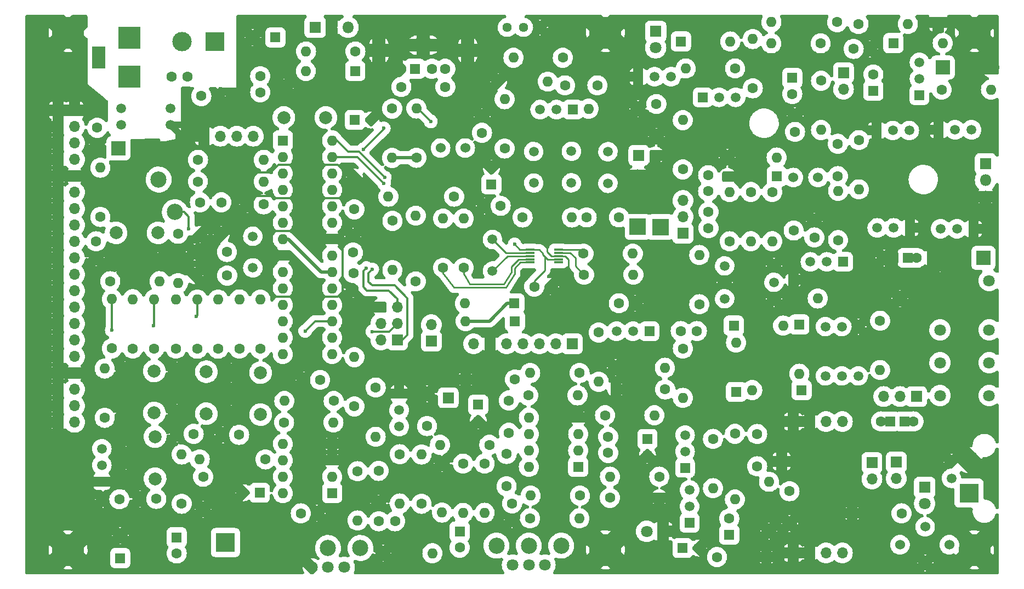
<source format=gbr>
%TF.GenerationSoftware,KiCad,Pcbnew,(6.0.11)*%
%TF.CreationDate,2023-03-05T13:43:01-06:00*%
%TF.ProjectId,RFBitBanger,52464269-7442-4616-9e67-65722e6b6963,rev?*%
%TF.SameCoordinates,Original*%
%TF.FileFunction,Copper,L1,Top*%
%TF.FilePolarity,Positive*%
%FSLAX46Y46*%
G04 Gerber Fmt 4.6, Leading zero omitted, Abs format (unit mm)*
G04 Created by KiCad (PCBNEW (6.0.11)) date 2023-03-05 13:43:01*
%MOMM*%
%LPD*%
G01*
G04 APERTURE LIST*
%TA.AperFunction,ComponentPad*%
%ADD10C,1.600000*%
%TD*%
%TA.AperFunction,SMDPad,CuDef*%
%ADD11R,1.524000X1.524000*%
%TD*%
%TA.AperFunction,ComponentPad*%
%ADD12R,1.600000X1.600000*%
%TD*%
%TA.AperFunction,ComponentPad*%
%ADD13R,2.200000X2.200000*%
%TD*%
%TA.AperFunction,ComponentPad*%
%ADD14O,2.200000X2.200000*%
%TD*%
%TA.AperFunction,ComponentPad*%
%ADD15O,1.600000X1.600000*%
%TD*%
%TA.AperFunction,ComponentPad*%
%ADD16R,1.800000X1.800000*%
%TD*%
%TA.AperFunction,ComponentPad*%
%ADD17C,1.800000*%
%TD*%
%TA.AperFunction,ComponentPad*%
%ADD18R,2.500000X2.500000*%
%TD*%
%TA.AperFunction,ComponentPad*%
%ADD19O,2.500000X2.500000*%
%TD*%
%TA.AperFunction,ComponentPad*%
%ADD20R,3.000000X3.000000*%
%TD*%
%TA.AperFunction,ComponentPad*%
%ADD21C,3.000000*%
%TD*%
%TA.AperFunction,ComponentPad*%
%ADD22R,3.500000X3.500000*%
%TD*%
%TA.AperFunction,ComponentPad*%
%ADD23R,2.000000X3.500000*%
%TD*%
%TA.AperFunction,ComponentPad*%
%ADD24R,1.700000X1.700000*%
%TD*%
%TA.AperFunction,ComponentPad*%
%ADD25O,1.700000X1.700000*%
%TD*%
%TA.AperFunction,ComponentPad*%
%ADD26R,1.520000X1.520000*%
%TD*%
%TA.AperFunction,ComponentPad*%
%ADD27C,1.520000*%
%TD*%
%TA.AperFunction,ComponentPad*%
%ADD28C,2.000000*%
%TD*%
%TA.AperFunction,ComponentPad*%
%ADD29O,1.800000X1.800000*%
%TD*%
%TA.AperFunction,ComponentPad*%
%ADD30C,1.500000*%
%TD*%
%TA.AperFunction,ComponentPad*%
%ADD31C,2.500000*%
%TD*%
%TA.AperFunction,SMDPad,CuDef*%
%ADD32R,1.400000X0.300000*%
%TD*%
%TA.AperFunction,ComponentPad*%
%ADD33C,1.524000*%
%TD*%
%TA.AperFunction,ComponentPad*%
%ADD34O,2.000000X3.500000*%
%TD*%
%TA.AperFunction,ComponentPad*%
%ADD35O,4.000000X2.000000*%
%TD*%
%TA.AperFunction,ComponentPad*%
%ADD36C,1.440000*%
%TD*%
%TA.AperFunction,ComponentPad*%
%ADD37C,5.000000*%
%TD*%
%TA.AperFunction,ViaPad*%
%ADD38C,0.600000*%
%TD*%
%TA.AperFunction,Conductor*%
%ADD39C,0.500000*%
%TD*%
%TA.AperFunction,Conductor*%
%ADD40C,0.350000*%
%TD*%
%TA.AperFunction,Conductor*%
%ADD41C,1.000000*%
%TD*%
%TA.AperFunction,Conductor*%
%ADD42C,0.250000*%
%TD*%
G04 APERTURE END LIST*
D10*
%TO.P,C26,1*%
%TO.N,Net-(C26-Pad1)*%
X176080000Y-120620000D03*
D11*
X174680000Y-120620000D03*
D10*
%TO.P,C26,2*%
%TO.N,Net-(C26-Pad2)*%
X171080000Y-120620000D03*
D11*
X172480000Y-120620000D03*
%TD*%
D10*
%TO.P,C32,1*%
%TO.N,AMPOUT*%
X176560000Y-95330000D03*
D11*
X175160000Y-95330000D03*
D10*
%TO.P,C32,2*%
%TO.N,GND*%
X171560000Y-95330000D03*
D11*
X172960000Y-95330000D03*
%TD*%
D10*
%TO.P,C1,1*%
%TO.N,+5V*%
X89570000Y-97680000D03*
%TO.P,C1,2*%
%TO.N,GND*%
X89570000Y-100180000D03*
%TD*%
%TO.P,C2,1*%
%TO.N,RESET*%
X75185000Y-67215000D03*
%TO.P,C2,2*%
%TO.N,Net-(C2-Pad2)*%
X75185000Y-69715000D03*
%TD*%
%TO.P,C4,1*%
%TO.N,Net-(C4-Pad1)*%
X69170000Y-86730000D03*
%TO.P,C4,2*%
%TO.N,GND*%
X69170000Y-91730000D03*
%TD*%
%TO.P,C5,1*%
%TO.N,Net-(C5-Pad1)*%
X65880000Y-86730000D03*
%TO.P,C5,2*%
%TO.N,GND*%
X65880000Y-91730000D03*
%TD*%
D12*
%TO.P,C6,1*%
%TO.N,+5V*%
X89795000Y-73985000D03*
D10*
%TO.P,C6,2*%
%TO.N,GND*%
X92295000Y-73985000D03*
%TD*%
%TO.P,C8,1*%
%TO.N,GND*%
X65045000Y-94405000D03*
%TO.P,C8,2*%
%TO.N,Net-(C8-Pad2)*%
X70045000Y-94405000D03*
%TD*%
%TO.P,C9,1*%
%TO.N,GND*%
X65085000Y-98065000D03*
%TO.P,C9,2*%
%TO.N,Net-(C9-Pad2)*%
X70085000Y-98065000D03*
%TD*%
%TO.P,C10,1*%
%TO.N,GND*%
X69430000Y-122690000D03*
%TO.P,C10,2*%
%TO.N,Net-(C10-Pad2)*%
X71930000Y-122690000D03*
%TD*%
%TO.P,C11,1*%
%TO.N,GND*%
X62400000Y-122550000D03*
%TO.P,C11,2*%
%TO.N,Net-(C11-Pad2)*%
X64900000Y-122550000D03*
%TD*%
D12*
%TO.P,C12,1*%
%TO.N,Net-(C12-Pad1)*%
X110890000Y-83960000D03*
D10*
%TO.P,C12,2*%
%TO.N,GND*%
X110890000Y-81460000D03*
%TD*%
%TO.P,C13,1*%
%TO.N,Net-(C12-Pad1)*%
X112320000Y-87280000D03*
%TO.P,C13,2*%
%TO.N,GND*%
X109820000Y-87280000D03*
%TD*%
D12*
%TO.P,C15,1*%
%TO.N,Net-(C15-Pad1)*%
X75120000Y-131650000D03*
D10*
%TO.P,C15,2*%
%TO.N,GND*%
X72620000Y-131650000D03*
%TD*%
%TO.P,C16,1*%
%TO.N,GND*%
X56630000Y-132600000D03*
%TO.P,C16,2*%
%TO.N,Net-(C16-Pad2)*%
X59130000Y-132600000D03*
%TD*%
%TO.P,C17,1*%
%TO.N,GND*%
X50930000Y-132660000D03*
%TO.P,C17,2*%
%TO.N,Net-(C17-Pad2)*%
X53430000Y-132660000D03*
%TD*%
D12*
%TO.P,C19,1*%
%TO.N,Net-(C19-Pad1)*%
X62280000Y-138550000D03*
D10*
%TO.P,C19,2*%
%TO.N,SPKR*%
X62280000Y-141050000D03*
%TD*%
%TO.P,C20,1*%
%TO.N,GND*%
X160770000Y-89660000D03*
%TO.P,C20,2*%
%TO.N,Net-(C14-Pad2)*%
X160770000Y-92160000D03*
%TD*%
%TO.P,C21,1*%
%TO.N,Net-(C21-Pad1)*%
X127265000Y-68645000D03*
%TO.P,C21,2*%
%TO.N,Net-(C21-Pad2)*%
X122265000Y-68645000D03*
%TD*%
%TO.P,C22,1*%
%TO.N,Net-(C21-Pad1)*%
X136370000Y-71530000D03*
%TO.P,C22,2*%
%TO.N,GND*%
X136370000Y-76530000D03*
%TD*%
%TO.P,C25,1*%
%TO.N,+5V*%
X114080000Y-133300000D03*
%TO.P,C25,2*%
%TO.N,GND*%
X114080000Y-135800000D03*
%TD*%
%TO.P,C33,1*%
%TO.N,AUDIOFILT*%
X84430000Y-114200000D03*
%TO.P,C33,2*%
%TO.N,GND*%
X81930000Y-114200000D03*
%TD*%
%TO.P,C34,1*%
%TO.N,Net-(C34-Pad1)*%
X93500000Y-136060000D03*
%TO.P,C34,2*%
%TO.N,Net-(C34-Pad2)*%
X96000000Y-136060000D03*
%TD*%
%TO.P,C35,1*%
%TO.N,Net-(C35-Pad1)*%
X113230000Y-125650000D03*
%TO.P,C35,2*%
%TO.N,AUDIO*%
X113230000Y-130650000D03*
%TD*%
D13*
%TO.P,D1,1,K*%
%TO.N,+12V*%
X53280000Y-78380000D03*
D14*
%TO.P,D1,2,A*%
%TO.N,GND*%
X60900000Y-78380000D03*
%TD*%
D12*
%TO.P,D2,1,K*%
%TO.N,+5V*%
X89860000Y-66410000D03*
D15*
%TO.P,D2,2,A*%
%TO.N,RESET*%
X82240000Y-66410000D03*
%TD*%
D16*
%TO.P,D3,1,K*%
%TO.N,GND*%
X137410000Y-137630000D03*
D17*
%TO.P,D3,2,A*%
%TO.N,Net-(D3-Pad2)*%
X134870000Y-137630000D03*
%TD*%
D18*
%TO.P,D4,1,K*%
%TO.N,Net-(C48-Pad2)*%
X133500000Y-90530000D03*
D19*
%TO.P,D4,2,A*%
%TO.N,GND*%
X133500000Y-82910000D03*
%TD*%
D18*
%TO.P,D5,1,K*%
%TO.N,Net-(C48-Pad2)*%
X137000000Y-90550000D03*
D19*
%TO.P,D5,2,A*%
%TO.N,GND*%
X137000000Y-82930000D03*
%TD*%
D20*
%TO.P,J1,1,Pin_1*%
%TO.N,Net-(C58-Pad1)*%
X68195000Y-61835000D03*
D21*
%TO.P,J1,2,Pin_2*%
%TO.N,Net-(C58-Pad2)*%
X63115000Y-61835000D03*
%TD*%
D22*
%TO.P,J2,1*%
%TO.N,Net-(C58-Pad2)*%
X54955000Y-67305000D03*
%TO.P,J2,2*%
%TO.N,Net-(C58-Pad1)*%
X54955000Y-61305000D03*
D23*
%TO.P,J2,3*%
%TO.N,unconnected-(J2-Pad3)*%
X50255000Y-64305000D03*
%TD*%
D24*
%TO.P,J5,1,Pin_1*%
%TO.N,GND*%
X66500000Y-76500000D03*
D25*
%TO.P,J5,2,Pin_2*%
%TO.N,Net-(C5-Pad1)*%
X69040000Y-76500000D03*
%TO.P,J5,3,Pin_3*%
%TO.N,Net-(C4-Pad1)*%
X71580000Y-76500000D03*
%TO.P,J5,4,Pin_4*%
%TO.N,Net-(C2-Pad2)*%
X74120000Y-76500000D03*
%TD*%
D20*
%TO.P,J11,1,Pin_1*%
%TO.N,SPKR*%
X69800000Y-139350000D03*
D21*
%TO.P,J11,2,Pin_2*%
%TO.N,GND*%
X74880000Y-139350000D03*
%TD*%
D10*
%TO.P,L1,1,1*%
%TO.N,Net-(C4-Pad1)*%
X65560000Y-83520000D03*
D15*
%TO.P,L1,2,2*%
%TO.N,TXD*%
X75720000Y-83520000D03*
%TD*%
D10*
%TO.P,L2,1,1*%
%TO.N,Net-(C5-Pad1)*%
X65575000Y-80155000D03*
D15*
%TO.P,L2,2,2*%
%TO.N,RXD*%
X75735000Y-80155000D03*
%TD*%
D10*
%TO.P,L3,1,1*%
%TO.N,Net-(C12-Pad1)*%
X105140000Y-85860000D03*
D15*
%TO.P,L3,2,2*%
%TO.N,Net-(L3-Pad2)*%
X94980000Y-85860000D03*
%TD*%
D10*
%TO.P,L9,1,1*%
%TO.N,TRANSMIT*%
X99210000Y-98960000D03*
D15*
%TO.P,L9,2,2*%
%TO.N,Net-(L9-Pad2)*%
X99210000Y-88800000D03*
%TD*%
D26*
%TO.P,Q1,1,E*%
%TO.N,Net-(C49-Pad1)*%
X141500000Y-136300000D03*
D27*
%TO.P,Q1,2,B*%
%TO.N,Net-(C50-Pad1)*%
X141500000Y-133760000D03*
%TO.P,Q1,3,C*%
%TO.N,Net-(C54-Pad1)*%
X141500000Y-131220000D03*
%TD*%
D26*
%TO.P,Q2,1,E*%
%TO.N,Net-(C21-Pad1)*%
X123490000Y-72390000D03*
D27*
%TO.P,Q2,2,B*%
%TO.N,Net-(C21-Pad2)*%
X120950000Y-72390000D03*
%TO.P,Q2,3,C*%
%TO.N,Net-(C36-Pad1)*%
X118410000Y-72390000D03*
%TD*%
D26*
%TO.P,Q3,1,S*%
%TO.N,GND*%
X170350000Y-75630000D03*
D27*
%TO.P,Q3,2,G*%
%TO.N,Net-(C23-Pad2)*%
X172890000Y-75630000D03*
%TO.P,Q3,3,D*%
%TO.N,AMPOUT*%
X175430000Y-75630000D03*
%TD*%
D26*
%TO.P,Q4,1,E*%
%TO.N,GND*%
X96640000Y-116330000D03*
D27*
%TO.P,Q4,2,B*%
%TO.N,Net-(Q4-Pad2)*%
X96640000Y-118870000D03*
%TO.P,Q4,3,C*%
%TO.N,Net-(C18-Pad1)*%
X96640000Y-121410000D03*
%TD*%
D28*
%TO.P,SW1,1,1*%
%TO.N,GND*%
X85325000Y-69115000D03*
X78825000Y-69115000D03*
%TO.P,SW1,2,2*%
%TO.N,RESET*%
X85325000Y-73615000D03*
X78825000Y-73615000D03*
%TD*%
%TO.P,SW2,1,1*%
%TO.N,Net-(C10-Pad2)*%
X75245000Y-119575000D03*
X75245000Y-113075000D03*
%TO.P,SW2,2,2*%
%TO.N,GND*%
X70745000Y-119575000D03*
X70745000Y-113075000D03*
%TD*%
%TO.P,SW3,1,1*%
%TO.N,Net-(C16-Pad2)*%
X58825000Y-119315000D03*
X58825000Y-112815000D03*
%TO.P,SW3,2,2*%
%TO.N,GND*%
X54325000Y-112815000D03*
X54325000Y-119315000D03*
%TD*%
%TO.P,SW4,1,1*%
%TO.N,Net-(C17-Pad2)*%
X58945000Y-122985000D03*
X58945000Y-129485000D03*
%TO.P,SW4,2,2*%
%TO.N,GND*%
X54445000Y-129485000D03*
X54445000Y-122985000D03*
%TD*%
%TO.P,SW5,1,1*%
%TO.N,Net-(C11-Pad2)*%
X66865000Y-119425000D03*
X66865000Y-112925000D03*
%TO.P,SW5,2,2*%
%TO.N,GND*%
X62365000Y-119425000D03*
X62365000Y-112925000D03*
%TD*%
D16*
%TO.P,U2,1,VI*%
%TO.N,+12V*%
X83670000Y-59660000D03*
D29*
%TO.P,U2,2,GND*%
%TO.N,GND*%
X86210000Y-59660000D03*
%TO.P,U2,3,VO*%
%TO.N,+5V*%
X88750000Y-59660000D03*
%TD*%
D30*
%TO.P,Y1,1,1*%
%TO.N,Net-(C8-Pad2)*%
X74045000Y-91985000D03*
%TO.P,Y1,2,2*%
%TO.N,Net-(C9-Pad2)*%
X74045000Y-96865000D03*
%TD*%
%TO.P,Y2,1,1*%
%TO.N,Net-(C21-Pad2)*%
X117420000Y-78870000D03*
%TO.P,Y2,2,2*%
%TO.N,Net-(C48-Pad1)*%
X117420000Y-83750000D03*
%TD*%
D12*
%TO.P,U1,1,(PCINT14/~{RESET})PC6*%
%TO.N,RESET*%
X78675000Y-77165000D03*
D15*
%TO.P,U1,2,(PCINT16/RXD)PD0*%
%TO.N,RXD*%
X78675000Y-79705000D03*
%TO.P,U1,3,(PCINT17/TXD)PD1*%
%TO.N,TXD*%
X78675000Y-82245000D03*
%TO.P,U1,4,(PCINT18/INT0)PD2*%
%TO.N,PS2CLK*%
X78675000Y-84785000D03*
%TO.P,U1,5,(PCINT19/OC2B/INT1)PD3*%
%TO.N,BEEPOUT*%
X78675000Y-87325000D03*
%TO.P,U1,6,(PCINT20/XCK/T0)PD4*%
%TO.N,MUTEAUDIO*%
X78675000Y-89865000D03*
%TO.P,U1,7,VCC*%
%TO.N,+5V*%
X78675000Y-92405000D03*
%TO.P,U1,8,GND*%
%TO.N,GND*%
X78675000Y-94945000D03*
%TO.P,U1,9,(PCINT6/XTAL1/TOSC1)PB6*%
%TO.N,Net-(C8-Pad2)*%
X78675000Y-97485000D03*
%TO.P,U1,10,(PCINT7/XTAL2/TOSC2)PB7*%
%TO.N,Net-(C9-Pad2)*%
X78675000Y-100025000D03*
%TO.P,U1,11,(PCINT21/OC0B/T1)PD5*%
%TO.N,DB4*%
X78675000Y-102565000D03*
%TO.P,U1,12,(PCINT22/OC0A/AIN0)PD6*%
%TO.N,DB5*%
X78675000Y-105105000D03*
%TO.P,U1,13,(PCINT23/AIN1)PD7*%
%TO.N,DB6*%
X78675000Y-107645000D03*
%TO.P,U1,14,(PCINT0/CLKO/ICP1)PB0*%
%TO.N,DB7*%
X78675000Y-110185000D03*
%TO.P,U1,15,(PCINT1/OC1A)PB1*%
%TO.N,TRANSMIT*%
X86295000Y-110185000D03*
%TO.P,U1,16,(PCINT2/OC1B/~{SS})PB2*%
%TO.N,TUNING*%
X86295000Y-107645000D03*
%TO.P,U1,17,(PCINT3/OC2A/MOSI)PB3*%
%TO.N,MOSI*%
X86295000Y-105105000D03*
%TO.P,U1,18,(PCINT4/MISO)PB4*%
%TO.N,MISO*%
X86295000Y-102565000D03*
%TO.P,U1,19,(PCINT5/SCK)PB5*%
%TO.N,SCK*%
X86295000Y-100025000D03*
%TO.P,U1,20,AVCC*%
%TO.N,+5V*%
X86295000Y-97485000D03*
%TO.P,U1,21,AREF*%
%TO.N,Net-(C57-Pad1)*%
X86295000Y-94945000D03*
%TO.P,U1,22,GND*%
%TO.N,GND*%
X86295000Y-92405000D03*
%TO.P,U1,23,(PCINT8/ADC0)PC0*%
%TO.N,AUDIOFILT*%
X86295000Y-89865000D03*
%TO.P,U1,24,(PCINT9/ADC1)PC1*%
%TO.N,MICPADDLE*%
X86295000Y-87325000D03*
%TO.P,U1,25,(PCINT10/ADC2)PC2*%
%TO.N,E*%
X86295000Y-84785000D03*
%TO.P,U1,26,(PCINT11/ADC3)PC3*%
%TO.N,RS*%
X86295000Y-82245000D03*
%TO.P,U1,27,(PCINT12/SDA/ADC4)PC4*%
%TO.N,SDA*%
X86295000Y-79705000D03*
%TO.P,U1,28,(PCINT13/SCL/ADC5)PC5*%
%TO.N,SCL*%
X86295000Y-77165000D03*
%TD*%
D24*
%TO.P,J9,1,Pin_1*%
%TO.N,MISO*%
X96360000Y-108020000D03*
D25*
%TO.P,J9,2,Pin_2*%
%TO.N,Net-(J9-Pad2)*%
X93820000Y-108020000D03*
%TO.P,J9,3,Pin_3*%
%TO.N,SCK*%
X96360000Y-105480000D03*
%TO.P,J9,4,Pin_4*%
%TO.N,MOSI*%
X93820000Y-105480000D03*
%TO.P,J9,5,Pin_5*%
%TO.N,RESET*%
X96360000Y-102940000D03*
%TO.P,J9,6,Pin_6*%
%TO.N,GND*%
X93820000Y-102940000D03*
%TD*%
D10*
%TO.P,C37,1*%
%TO.N,+12V*%
X81450000Y-134840000D03*
%TO.P,C37,2*%
%TO.N,GND*%
X83950000Y-134840000D03*
%TD*%
D12*
%TO.P,U3,1*%
%TO.N,unconnected-(U3-Pad1)*%
X86300000Y-131700000D03*
D15*
%TO.P,U3,2,-*%
%TO.N,Net-(RV1-Pad2)*%
X86300000Y-129160000D03*
%TO.P,U3,3,+*%
%TO.N,GND*%
X86300000Y-126620000D03*
%TO.P,U3,4,Gnd*%
X86300000Y-124080000D03*
%TO.P,U3,5*%
%TO.N,Net-(L10-Pad1)*%
X78680000Y-124080000D03*
%TO.P,U3,6,V+*%
%TO.N,+12V*%
X78680000Y-126620000D03*
%TO.P,U3,7*%
%TO.N,Net-(C15-Pad1)*%
X78680000Y-129160000D03*
%TO.P,U3,8*%
%TO.N,unconnected-(U3-Pad8)*%
X78680000Y-131700000D03*
%TD*%
D12*
%TO.P,U4,1*%
%TO.N,Net-(C39-Pad2)*%
X124300000Y-127650000D03*
D15*
%TO.P,U4,2,-*%
%TO.N,Net-(R63-Pad1)*%
X124300000Y-125110000D03*
%TO.P,U4,3,+*%
%TO.N,Net-(C54-Pad2)*%
X124300000Y-122570000D03*
%TO.P,U4,4,V-*%
%TO.N,GND*%
X124300000Y-120030000D03*
%TO.P,U4,5,+*%
%TO.N,Net-(C40-Pad1)*%
X116680000Y-120030000D03*
%TO.P,U4,6,-*%
%TO.N,Net-(C35-Pad1)*%
X116680000Y-122570000D03*
%TO.P,U4,7*%
%TO.N,AUDIO*%
X116680000Y-125110000D03*
%TO.P,U4,8,V+*%
%TO.N,+5V*%
X116680000Y-127650000D03*
%TD*%
D26*
%TO.P,Q5,1,S*%
%TO.N,GND*%
X185340000Y-90830000D03*
D27*
%TO.P,Q5,2,G*%
%TO.N,Net-(C23-Pad2)*%
X182800000Y-90830000D03*
%TO.P,Q5,3,D*%
%TO.N,AMPOUT*%
X180260000Y-90830000D03*
%TD*%
D26*
%TO.P,Q6,1,S*%
%TO.N,GND*%
X175560000Y-90680000D03*
D27*
%TO.P,Q6,2,G*%
%TO.N,Net-(C23-Pad2)*%
X173020000Y-90680000D03*
%TO.P,Q6,3,D*%
%TO.N,AMPOUT*%
X170480000Y-90680000D03*
%TD*%
D26*
%TO.P,Q7,1,S*%
%TO.N,GND*%
X179960000Y-75520000D03*
D27*
%TO.P,Q7,2,G*%
%TO.N,Net-(C23-Pad2)*%
X182500000Y-75520000D03*
%TO.P,Q7,3,D*%
%TO.N,AMPOUT*%
X185040000Y-75520000D03*
%TD*%
D12*
%TO.P,C14,1*%
%TO.N,Net-(C14-Pad1)*%
X157360000Y-67480000D03*
D10*
%TO.P,C14,2*%
%TO.N,Net-(C14-Pad2)*%
X157360000Y-69980000D03*
%TD*%
D31*
%TO.P,RV3,1,1*%
%TO.N,GND*%
X57000000Y-88250000D03*
%TO.P,RV3,2,2*%
%TO.N,Net-(RV3-Pad2)*%
X59500000Y-83210000D03*
%TO.P,RV3,3,3*%
%TO.N,+5V*%
X62000000Y-88250000D03*
%TD*%
D10*
%TO.P,C42,1*%
%TO.N,+5V*%
X50010000Y-75210000D03*
%TO.P,C42,2*%
%TO.N,GND*%
X50010000Y-77710000D03*
%TD*%
D24*
%TO.P,JP3,1,1*%
%TO.N,Net-(J9-Pad2)*%
X101610000Y-108200000D03*
D25*
%TO.P,JP3,2,2*%
%TO.N,+5V*%
X101610000Y-105660000D03*
%TD*%
D10*
%TO.P,R1,1*%
%TO.N,+5V*%
X89880000Y-63400000D03*
D15*
%TO.P,R1,2*%
%TO.N,RESET*%
X82260000Y-63400000D03*
%TD*%
D10*
%TO.P,R2,1*%
%TO.N,Net-(R2-Pad1)*%
X52020000Y-98940000D03*
D15*
%TO.P,R2,2*%
%TO.N,+5V*%
X59640000Y-98940000D03*
%TD*%
D10*
%TO.P,R3,1*%
%TO.N,Net-(C11-Pad2)*%
X65465000Y-109385000D03*
D15*
%TO.P,R3,2*%
%TO.N,DB5*%
X65465000Y-101765000D03*
%TD*%
D10*
%TO.P,R4,1*%
%TO.N,+5V*%
X116860000Y-135600000D03*
D15*
%TO.P,R4,2*%
%TO.N,Net-(D3-Pad2)*%
X124480000Y-135600000D03*
%TD*%
D10*
%TO.P,R6,1*%
%TO.N,Net-(C10-Pad2)*%
X75215000Y-109415000D03*
D15*
%TO.P,R6,2*%
%TO.N,+5V*%
X75215000Y-101795000D03*
%TD*%
D10*
%TO.P,R7,1*%
%TO.N,Net-(L3-Pad2)*%
X95610000Y-89600000D03*
D15*
%TO.P,R7,2*%
%TO.N,TUNING*%
X95610000Y-97220000D03*
%TD*%
D10*
%TO.P,R8,1*%
%TO.N,Net-(C14-Pad1)*%
X148530000Y-66020000D03*
D15*
%TO.P,R8,2*%
%TO.N,Net-(C36-Pad1)*%
X140910000Y-66020000D03*
%TD*%
D10*
%TO.P,R9,1*%
%TO.N,Net-(C12-Pad1)*%
X115710000Y-89080000D03*
D15*
%TO.P,R9,2*%
%TO.N,Net-(C48-Pad2)*%
X123330000Y-89080000D03*
%TD*%
D10*
%TO.P,R11,1*%
%TO.N,Net-(C19-Pad1)*%
X63060000Y-133350000D03*
D15*
%TO.P,R11,2*%
%TO.N,Net-(L10-Pad1)*%
X63060000Y-125730000D03*
%TD*%
D10*
%TO.P,R12,1*%
%TO.N,Net-(C16-Pad2)*%
X62165000Y-109355000D03*
D15*
%TO.P,R12,2*%
%TO.N,+5V*%
X62165000Y-101735000D03*
%TD*%
D10*
%TO.P,R13,1*%
%TO.N,Net-(C17-Pad2)*%
X55495000Y-109345000D03*
D15*
%TO.P,R13,2*%
%TO.N,+5V*%
X55495000Y-101725000D03*
%TD*%
D10*
%TO.P,R14,1*%
%TO.N,Net-(C14-Pad1)*%
X151260000Y-69090000D03*
D15*
%TO.P,R14,2*%
%TO.N,Net-(D18-Pad2)*%
X151260000Y-61470000D03*
%TD*%
D10*
%TO.P,R15,1*%
%TO.N,Net-(C36-Pad1)*%
X112930000Y-78400000D03*
D15*
%TO.P,R15,2*%
%TO.N,Net-(C21-Pad2)*%
X112930000Y-70780000D03*
%TD*%
D10*
%TO.P,R16,1*%
%TO.N,GND*%
X111980000Y-68060000D03*
D15*
%TO.P,R16,2*%
%TO.N,Net-(C21-Pad2)*%
X119600000Y-68060000D03*
%TD*%
D10*
%TO.P,R17,1*%
%TO.N,GND*%
X133530000Y-72250000D03*
D15*
%TO.P,R17,2*%
%TO.N,Net-(C21-Pad1)*%
X125910000Y-72250000D03*
%TD*%
D10*
%TO.P,R18,1*%
%TO.N,+5V*%
X124500000Y-113130000D03*
D15*
%TO.P,R18,2*%
%TO.N,Net-(C40-Pad1)*%
X116880000Y-113130000D03*
%TD*%
D10*
%TO.P,R19,1*%
%TO.N,Net-(C40-Pad1)*%
X114530000Y-114130000D03*
D15*
%TO.P,R19,2*%
%TO.N,GND*%
X106910000Y-114130000D03*
%TD*%
D10*
%TO.P,R20,1*%
%TO.N,Net-(Q9-Pad2)*%
X147690000Y-92760000D03*
D15*
%TO.P,R20,2*%
%TO.N,Net-(C56-Pad1)*%
X147690000Y-85140000D03*
%TD*%
D10*
%TO.P,R21,1*%
%TO.N,GND*%
X153770000Y-137580000D03*
D15*
%TO.P,R21,2*%
%TO.N,Net-(C27-Pad1)*%
X153770000Y-129960000D03*
%TD*%
D10*
%TO.P,R23,1*%
%TO.N,AUDIO*%
X109840000Y-127140000D03*
D15*
%TO.P,R23,2*%
%TO.N,Net-(C45-Pad2)*%
X109840000Y-134760000D03*
%TD*%
D10*
%TO.P,R26,1*%
%TO.N,Net-(C35-Pad1)*%
X110570000Y-124240000D03*
D15*
%TO.P,R26,2*%
%TO.N,Net-(C45-Pad2)*%
X102950000Y-124240000D03*
%TD*%
D10*
%TO.P,R27,1*%
%TO.N,Net-(C45-Pad2)*%
X106510000Y-127150000D03*
D15*
%TO.P,R27,2*%
%TO.N,Net-(C39-Pad1)*%
X106510000Y-134770000D03*
%TD*%
D10*
%TO.P,R29,1*%
%TO.N,Net-(C10-Pad2)*%
X71955000Y-109365000D03*
D15*
%TO.P,R29,2*%
%TO.N,DB4*%
X71955000Y-101745000D03*
%TD*%
D10*
%TO.P,R30,1*%
%TO.N,Net-(Q4-Pad2)*%
X86530000Y-117460000D03*
D15*
%TO.P,R30,2*%
%TO.N,MUTEAUDIO*%
X78910000Y-117460000D03*
%TD*%
D10*
%TO.P,R31,1*%
%TO.N,Net-(C60-Pad2)*%
X90220000Y-128320000D03*
D15*
%TO.P,R31,2*%
%TO.N,Net-(C34-Pad1)*%
X90220000Y-135940000D03*
%TD*%
D10*
%TO.P,R32,1*%
%TO.N,AUDIO*%
X100090000Y-133350000D03*
D15*
%TO.P,R32,2*%
%TO.N,Net-(C18-Pad1)*%
X100090000Y-125730000D03*
%TD*%
D10*
%TO.P,R33,1*%
%TO.N,Net-(C11-Pad2)*%
X68675000Y-109385000D03*
D15*
%TO.P,R33,2*%
%TO.N,+5V*%
X68675000Y-101765000D03*
%TD*%
D10*
%TO.P,R34,1*%
%TO.N,Net-(C18-Pad1)*%
X96740000Y-125690000D03*
D15*
%TO.P,R34,2*%
%TO.N,Net-(C34-Pad1)*%
X96740000Y-133310000D03*
%TD*%
D10*
%TO.P,R36,1*%
%TO.N,GND*%
X103270000Y-127100000D03*
D15*
%TO.P,R36,2*%
%TO.N,AUDIO*%
X103270000Y-134720000D03*
%TD*%
D10*
%TO.P,R37,1*%
%TO.N,GND*%
X94160000Y-141010000D03*
D15*
%TO.P,R37,2*%
%TO.N,Net-(C39-Pad2)*%
X101780000Y-141010000D03*
%TD*%
D10*
%TO.P,R46,1*%
%TO.N,Net-(C17-Pad2)*%
X52275000Y-109325000D03*
D15*
%TO.P,R46,2*%
%TO.N,DB7*%
X52275000Y-101705000D03*
%TD*%
D10*
%TO.P,R47,1*%
%TO.N,Net-(C16-Pad2)*%
X58825000Y-109345000D03*
D15*
%TO.P,R47,2*%
%TO.N,DB6*%
X58825000Y-101725000D03*
%TD*%
D10*
%TO.P,R24,1*%
%TO.N,AUDIOFILT*%
X93020000Y-115380000D03*
D15*
%TO.P,R24,2*%
%TO.N,AUDIO*%
X93020000Y-123000000D03*
%TD*%
D10*
%TO.P,C44,1*%
%TO.N,GND*%
X68585000Y-70295000D03*
%TO.P,C44,2*%
%TO.N,+12V*%
X66085000Y-70295000D03*
%TD*%
D24*
%TO.P,JP4,1,1*%
%TO.N,Net-(C26-Pad2)*%
X169660000Y-126990000D03*
D25*
%TO.P,JP4,2,2*%
%TO.N,Net-(J18-Pad3)*%
X169660000Y-129530000D03*
%TD*%
D10*
%TO.P,C47,1*%
%TO.N,GND*%
X120010000Y-99770000D03*
%TO.P,C47,2*%
%TO.N,Net-(C47-Pad2)*%
X117510000Y-99770000D03*
%TD*%
D12*
%TO.P,D10,1,K*%
%TO.N,Net-(D10-Pad1)*%
X114440000Y-102370000D03*
D15*
%TO.P,D10,2,A*%
%TO.N,+5V*%
X106820000Y-102370000D03*
%TD*%
D12*
%TO.P,D14,1,K*%
%TO.N,Net-(C47-Pad2)*%
X114530000Y-105110000D03*
D15*
%TO.P,D14,2,A*%
%TO.N,Net-(D10-Pad1)*%
X106910000Y-105110000D03*
%TD*%
D24*
%TO.P,JP5,1,1*%
%TO.N,PLLOSC*%
X140475000Y-91525000D03*
D25*
%TO.P,JP5,2,2*%
%TO.N,Net-(C51-Pad1)*%
X140475000Y-88985000D03*
%TO.P,JP5,3,3*%
%TO.N,XOSC*%
X140475000Y-86445000D03*
%TD*%
D10*
%TO.P,R35,1*%
%TO.N,SCL*%
X106600000Y-96850000D03*
D15*
%TO.P,R35,2*%
%TO.N,Net-(C47-Pad2)*%
X106600000Y-89230000D03*
%TD*%
D10*
%TO.P,R48,1*%
%TO.N,SDA*%
X103440000Y-96850000D03*
D15*
%TO.P,R48,2*%
%TO.N,Net-(C47-Pad2)*%
X103440000Y-89230000D03*
%TD*%
D10*
%TO.P,R49,1*%
%TO.N,Net-(J10-Pad1)*%
X125120000Y-94680000D03*
D15*
%TO.P,R49,2*%
%TO.N,PLLOSC*%
X132740000Y-94680000D03*
%TD*%
D10*
%TO.P,R50,1*%
%TO.N,Net-(J10-Pad2)*%
X125200000Y-97920000D03*
D15*
%TO.P,R50,2*%
%TO.N,PLLOSC*%
X132820000Y-97920000D03*
%TD*%
D32*
%TO.P,U6,1,Vdd*%
%TO.N,Net-(C47-Pad2)*%
X116830000Y-94040000D03*
%TO.P,U6,2,XA*%
%TO.N,Net-(U6-Pad2)*%
X116830000Y-94540000D03*
%TO.P,U6,3,XB*%
%TO.N,Net-(U6-Pad3)*%
X116830000Y-95040000D03*
%TO.P,U6,4,SCL*%
%TO.N,SCL*%
X116830000Y-95540000D03*
%TO.P,U6,5,SDA*%
%TO.N,SDA*%
X116830000Y-96040000D03*
%TO.P,U6,6,CLK2*%
%TO.N,unconnected-(U6-Pad6)*%
X121230000Y-96040000D03*
%TO.P,U6,7,VDDO*%
%TO.N,Net-(C47-Pad2)*%
X121230000Y-95540000D03*
%TO.P,U6,8,GND*%
%TO.N,GND*%
X121230000Y-95040000D03*
%TO.P,U6,9,CLK1*%
%TO.N,Net-(J10-Pad2)*%
X121230000Y-94540000D03*
%TO.P,U6,10,CLK0*%
%TO.N,Net-(J10-Pad1)*%
X121230000Y-94040000D03*
%TD*%
D30*
%TO.P,Y3,1,1*%
%TO.N,Net-(U6-Pad2)*%
X111060000Y-92480000D03*
%TO.P,Y3,2,2*%
%TO.N,Net-(U6-Pad3)*%
X111060000Y-97360000D03*
%TD*%
%TO.P,J12,1,In*%
%TO.N,Net-(J12-Pad1)*%
X181945000Y-129425000D03*
D20*
X184673000Y-131711000D03*
D30*
%TO.P,J12,2,Ext*%
%TO.N,GND*%
X181945000Y-126885000D03*
D21*
X184673000Y-126631000D03*
%TD*%
D17*
%TO.P,RLY1,1,Coil*%
%TO.N,TXRELAY*%
X187775000Y-98845000D03*
%TO.P,RLY1,2,Pole*%
%TO.N,AMPOUT*%
X187775000Y-106465000D03*
%TO.P,RLY1,3,NC*%
%TO.N,Net-(RLY1-Pad3)*%
X187775000Y-111545000D03*
%TO.P,RLY1,4,NO*%
%TO.N,Net-(C26-Pad1)*%
X187775000Y-116625000D03*
%TO.P,RLY1,5,Coil*%
%TO.N,GND*%
X180175000Y-98845000D03*
%TO.P,RLY1,6,Pole*%
%TO.N,RF*%
X180175000Y-106465000D03*
%TO.P,RLY1,7,NC*%
%TO.N,Net-(JP7-Pad2)*%
X180175000Y-111545000D03*
%TO.P,RLY1,8,NO*%
%TO.N,unconnected-(RLY1-Pad8)*%
X180175000Y-116625000D03*
%TD*%
D10*
%TO.P,C30,1*%
%TO.N,Net-(C30-Pad1)*%
X140130000Y-106640000D03*
%TO.P,C30,2*%
%TO.N,Net-(C30-Pad2)*%
X142630000Y-106640000D03*
%TD*%
D12*
%TO.P,D9,1,K*%
%TO.N,Net-(D11-Pad2)*%
X158450000Y-105625000D03*
D15*
%TO.P,D9,2,A*%
%TO.N,Net-(D12-Pad1)*%
X158450000Y-113245000D03*
%TD*%
D12*
%TO.P,D11,1,K*%
%TO.N,Net-(D11-Pad1)*%
X148325000Y-105800000D03*
D15*
%TO.P,D11,2,A*%
%TO.N,Net-(D11-Pad2)*%
X155945000Y-105800000D03*
%TD*%
D12*
%TO.P,D12,1,K*%
%TO.N,Net-(D12-Pad1)*%
X158800000Y-115775000D03*
D15*
%TO.P,D12,2,A*%
%TO.N,Net-(D12-Pad2)*%
X151180000Y-115775000D03*
%TD*%
D12*
%TO.P,D13,1,K*%
%TO.N,Net-(D12-Pad2)*%
X148675000Y-116050000D03*
D15*
%TO.P,D13,2,A*%
%TO.N,Net-(D11-Pad1)*%
X148675000Y-108430000D03*
%TD*%
D10*
%TO.P,R5,1*%
%TO.N,Net-(C30-Pad1)*%
X140470000Y-109350000D03*
D15*
%TO.P,R5,2*%
%TO.N,Net-(Q10-Pad1)*%
X140470000Y-116970000D03*
%TD*%
D10*
%TO.P,R22,1*%
%TO.N,Net-(C49-Pad1)*%
X145740000Y-141600000D03*
D15*
%TO.P,R22,2*%
%TO.N,GND*%
X153360000Y-141600000D03*
%TD*%
D10*
%TO.P,R25,1*%
%TO.N,RF*%
X170920000Y-105050000D03*
D15*
%TO.P,R25,2*%
%TO.N,Net-(R25-Pad2)*%
X170920000Y-112670000D03*
%TD*%
D12*
%TO.P,C36,1*%
%TO.N,Net-(C36-Pad1)*%
X169875000Y-69455000D03*
D10*
%TO.P,C36,2*%
%TO.N,Net-(C36-Pad2)*%
X169875000Y-66955000D03*
%TD*%
D26*
%TO.P,Q8,1,E*%
%TO.N,Net-(C36-Pad1)*%
X143530000Y-70490000D03*
D27*
%TO.P,Q8,2,B*%
%TO.N,Net-(C14-Pad1)*%
X146070000Y-70490000D03*
%TO.P,Q8,3,C*%
%TO.N,Net-(C14-Pad2)*%
X148610000Y-70490000D03*
%TD*%
D10*
%TO.P,R38,1*%
%TO.N,Net-(D18-Pad1)*%
X167585000Y-59145000D03*
D15*
%TO.P,R38,2*%
%TO.N,Net-(D15-Pad1)*%
X175205000Y-59145000D03*
%TD*%
D10*
%TO.P,R39,1*%
%TO.N,Net-(Q13-Pad2)*%
X180435000Y-69295000D03*
D15*
%TO.P,R39,2*%
%TO.N,Net-(D15-Pad2)*%
X188055000Y-69295000D03*
%TD*%
D24*
%TO.P,JP1,1,1*%
%TO.N,Net-(D15-Pad2)*%
X165265000Y-66695000D03*
D25*
%TO.P,JP1,2,2*%
%TO.N,Net-(C36-Pad2)*%
X165265000Y-69235000D03*
%TD*%
D12*
%TO.P,C39,1*%
%TO.N,Net-(C39-Pad1)*%
X105990000Y-137650000D03*
D10*
%TO.P,C39,2*%
%TO.N,Net-(C39-Pad2)*%
X105990000Y-140150000D03*
%TD*%
D12*
%TO.P,C40,1*%
%TO.N,Net-(C40-Pad1)*%
X108850000Y-118040000D03*
D10*
%TO.P,C40,2*%
%TO.N,GND*%
X108850000Y-120540000D03*
%TD*%
D24*
%TO.P,JP2,1,1*%
%TO.N,Net-(J12-Pad1)*%
X173430000Y-126910000D03*
D25*
%TO.P,JP2,2,2*%
%TO.N,Net-(J18-Pad3)*%
X173430000Y-129450000D03*
%TD*%
D33*
%TO.P,T3,1,RF*%
%TO.N,Net-(J18-Pad3)*%
X174000000Y-139700000D03*
%TO.P,T3,2,RF*%
%TO.N,Net-(J12-Pad1)*%
X181620000Y-139700000D03*
%TO.P,T3,3,SAMPLE*%
%TO.N,GND*%
X177873500Y-142494000D03*
%TO.P,T3,4,SAMPLE*%
%TO.N,Net-(D16-Pad2)*%
X177873500Y-136906000D03*
%TD*%
D16*
%TO.P,D16,1,K*%
%TO.N,Net-(D16-Pad1)*%
X177810000Y-130820000D03*
D17*
%TO.P,D16,2,A*%
%TO.N,Net-(D16-Pad2)*%
X177810000Y-133360000D03*
%TD*%
D10*
%TO.P,R28,1*%
%TO.N,Net-(D16-Pad1)*%
X174230000Y-134840000D03*
D15*
%TO.P,R28,2*%
%TO.N,GND*%
X166610000Y-134840000D03*
%TD*%
D12*
%TO.P,D17,1,K*%
%TO.N,Net-(C23-Pad2)*%
X154960000Y-82730000D03*
D15*
%TO.P,D17,2,A*%
%TO.N,GND*%
X147340000Y-82730000D03*
%TD*%
D26*
%TO.P,Q9,1,S*%
%TO.N,Net-(Q9-Pad1)*%
X165240000Y-95940000D03*
D27*
%TO.P,Q9,2,G*%
%TO.N,Net-(Q9-Pad2)*%
X162700000Y-95940000D03*
%TO.P,Q9,3,D*%
%TO.N,Net-(C14-Pad2)*%
X160160000Y-95940000D03*
%TD*%
D10*
%TO.P,C46,1*%
%TO.N,GND*%
X109440000Y-73480000D03*
%TO.P,C46,2*%
%TO.N,Net-(C36-Pad1)*%
X109440000Y-75980000D03*
%TD*%
%TO.P,R51,1*%
%TO.N,Net-(Q9-Pad1)*%
X164440000Y-92580000D03*
D15*
%TO.P,R51,2*%
%TO.N,Net-(C23-Pad1)*%
X164440000Y-84960000D03*
%TD*%
D10*
%TO.P,R52,1*%
%TO.N,Net-(C14-Pad2)*%
X150960000Y-85130000D03*
D15*
%TO.P,R52,2*%
%TO.N,Net-(Q9-Pad2)*%
X150960000Y-92750000D03*
%TD*%
D10*
%TO.P,C24,1*%
%TO.N,GND*%
X157780000Y-73340000D03*
%TO.P,C24,2*%
%TO.N,Net-(C14-Pad2)*%
X157780000Y-75840000D03*
%TD*%
%TO.P,R53,1*%
%TO.N,Net-(C23-Pad2)*%
X154260000Y-85130000D03*
D15*
%TO.P,R53,2*%
%TO.N,Net-(C14-Pad2)*%
X154260000Y-92750000D03*
%TD*%
D12*
%TO.P,C49,1*%
%TO.N,Net-(C49-Pad1)*%
X147630000Y-138140000D03*
D10*
%TO.P,C49,2*%
%TO.N,Net-(C43-Pad1)*%
X147630000Y-135640000D03*
%TD*%
D12*
%TO.P,C50,1*%
%TO.N,Net-(C50-Pad1)*%
X140400000Y-140200000D03*
D10*
%TO.P,C50,2*%
%TO.N,GND*%
X142900000Y-140200000D03*
%TD*%
%TO.P,C51,1*%
%TO.N,Net-(C51-Pad1)*%
X144420000Y-88230000D03*
%TO.P,C51,2*%
%TO.N,Net-(C51-Pad2)*%
X144420000Y-90730000D03*
%TD*%
D12*
%TO.P,C52,1*%
%TO.N,Net-(C52-Pad1)*%
X134990000Y-123330000D03*
D10*
%TO.P,C52,2*%
%TO.N,GND*%
X134990000Y-125830000D03*
%TD*%
%TO.P,C54,1*%
%TO.N,Net-(C54-Pad1)*%
X128930000Y-125500000D03*
%TO.P,C54,2*%
%TO.N,Net-(C54-Pad2)*%
X128930000Y-123000000D03*
%TD*%
%TO.P,C55,1*%
%TO.N,GND*%
X133080000Y-102340000D03*
%TO.P,C55,2*%
%TO.N,Net-(C36-Pad1)*%
X130580000Y-102340000D03*
%TD*%
%TO.P,C56,1*%
%TO.N,Net-(C56-Pad1)*%
X144370000Y-82530000D03*
%TO.P,C56,2*%
%TO.N,Net-(C51-Pad1)*%
X144370000Y-85030000D03*
%TD*%
D24*
%TO.P,JP7,1,1*%
%TO.N,Net-(J17-Pad4)*%
X176560000Y-116780000D03*
D25*
%TO.P,JP7,2,2*%
%TO.N,Net-(JP7-Pad2)*%
X174020000Y-116780000D03*
%TO.P,JP7,3,3*%
%TO.N,Net-(J18-Pad3)*%
X171480000Y-116780000D03*
%TD*%
D10*
%TO.P,L5,1,1*%
%TO.N,IF*%
X148500000Y-122540000D03*
D15*
%TO.P,L5,2,2*%
%TO.N,Net-(C43-Pad1)*%
X148500000Y-132700000D03*
%TD*%
D26*
%TO.P,Q10,1,E*%
%TO.N,Net-(Q10-Pad1)*%
X135300000Y-106675000D03*
D27*
%TO.P,Q10,2,B*%
%TO.N,Net-(Q10-Pad2)*%
X132760000Y-106675000D03*
%TO.P,Q10,3,C*%
%TO.N,Net-(C36-Pad1)*%
X130220000Y-106675000D03*
%TD*%
D26*
%TO.P,Q11,1,E*%
%TO.N,Net-(Q11-Pad1)*%
X140800000Y-127800000D03*
D27*
%TO.P,Q11,2,B*%
%TO.N,Net-(C52-Pad1)*%
X140800000Y-125260000D03*
%TO.P,Q11,3,C*%
%TO.N,+5V*%
X140800000Y-122720000D03*
%TD*%
D26*
%TO.P,Q12,1,E*%
%TO.N,GND*%
X133550000Y-67310000D03*
D27*
%TO.P,Q12,2,B*%
%TO.N,Net-(Q12-Pad2)*%
X136090000Y-67310000D03*
%TO.P,Q12,3,C*%
%TO.N,Net-(D18-Pad1)*%
X138630000Y-67310000D03*
%TD*%
D26*
%TO.P,Q13,1,E*%
%TO.N,Net-(C36-Pad1)*%
X176995000Y-70155000D03*
D27*
%TO.P,Q13,2,B*%
%TO.N,Net-(Q13-Pad2)*%
X176995000Y-67615000D03*
%TO.P,Q13,3,C*%
%TO.N,TXRELAY*%
X176995000Y-65075000D03*
%TD*%
D10*
%TO.P,R54,1*%
%TO.N,Net-(Q10-Pad2)*%
X143000000Y-102500000D03*
D15*
%TO.P,R54,2*%
%TO.N,Net-(C51-Pad2)*%
X143000000Y-94880000D03*
%TD*%
D10*
%TO.P,R55,1*%
%TO.N,Net-(C36-Pad1)*%
X127460000Y-106870000D03*
D15*
%TO.P,R55,2*%
%TO.N,Net-(Q10-Pad2)*%
X127460000Y-114490000D03*
%TD*%
D10*
%TO.P,R56,1*%
%TO.N,Net-(Q10-Pad2)*%
X137730000Y-115670000D03*
D15*
%TO.P,R56,2*%
%TO.N,GND*%
X130110000Y-115670000D03*
%TD*%
D10*
%TO.P,R57,1*%
%TO.N,Net-(Q11-Pad1)*%
X145120000Y-123330000D03*
D15*
%TO.P,R57,2*%
%TO.N,Net-(C54-Pad1)*%
X145120000Y-130950000D03*
%TD*%
D10*
%TO.P,R58,1*%
%TO.N,Net-(C50-Pad1)*%
X129190000Y-132440000D03*
D15*
%TO.P,R58,2*%
%TO.N,GND*%
X136810000Y-132440000D03*
%TD*%
D10*
%TO.P,R59,1*%
%TO.N,GND*%
X130070000Y-112320000D03*
D15*
%TO.P,R59,2*%
%TO.N,Net-(Q10-Pad1)*%
X137690000Y-112320000D03*
%TD*%
D10*
%TO.P,R60,1*%
%TO.N,Net-(Q11-Pad1)*%
X136820000Y-129170000D03*
D15*
%TO.P,R60,2*%
%TO.N,Net-(C50-Pad1)*%
X129200000Y-129170000D03*
%TD*%
D10*
%TO.P,R61,1*%
%TO.N,+5V*%
X128440000Y-119670000D03*
D15*
%TO.P,R61,2*%
%TO.N,Net-(C52-Pad1)*%
X136060000Y-119670000D03*
%TD*%
D10*
%TO.P,R62,1*%
%TO.N,Net-(C40-Pad1)*%
X116575000Y-116600000D03*
D15*
%TO.P,R62,2*%
%TO.N,Net-(C54-Pad2)*%
X124195000Y-116600000D03*
%TD*%
D10*
%TO.P,R63,1*%
%TO.N,Net-(R63-Pad1)*%
X124570000Y-132100000D03*
D15*
%TO.P,R63,2*%
%TO.N,Net-(C40-Pad1)*%
X116950000Y-132100000D03*
%TD*%
D10*
%TO.P,R65,1*%
%TO.N,Net-(Q12-Pad2)*%
X121920000Y-64370000D03*
D15*
%TO.P,R65,2*%
%TO.N,Net-(L9-Pad2)*%
X114300000Y-64370000D03*
%TD*%
D10*
%TO.P,R66,1*%
%TO.N,Net-(Q9-Pad2)*%
X157580000Y-91090000D03*
D15*
%TO.P,R66,2*%
%TO.N,GND*%
X157580000Y-98710000D03*
%TD*%
D10*
%TO.P,R67,1*%
%TO.N,GND*%
X147330000Y-79800000D03*
D15*
%TO.P,R67,2*%
%TO.N,Net-(C23-Pad2)*%
X154950000Y-79800000D03*
%TD*%
D10*
%TO.P,R68,1*%
%TO.N,XOSC*%
X140455000Y-81645000D03*
D15*
%TO.P,R68,2*%
%TO.N,Net-(C21-Pad1)*%
X140455000Y-74025000D03*
%TD*%
D30*
%TO.P,Y4,1,1*%
%TO.N,Net-(C21-Pad2)*%
X123250000Y-78830000D03*
%TO.P,Y4,2,2*%
%TO.N,Net-(C48-Pad1)*%
X123250000Y-83710000D03*
%TD*%
D12*
%TO.P,P1,1*%
%TO.N,MISO*%
X99075000Y-66075000D03*
D10*
%TO.P,P1,2*%
%TO.N,N/C*%
X101675000Y-66075000D03*
%TO.P,P1,3*%
%TO.N,GND*%
X96975000Y-66075000D03*
%TO.P,P1,4*%
%TO.N,+5V*%
X103775000Y-66075000D03*
%TO.P,P1,5*%
%TO.N,PS2CLK*%
X96975000Y-68875000D03*
%TO.P,P1,6*%
%TO.N,N/C*%
X103775000Y-68875000D03*
D34*
%TO.P,P1,7*%
%TO.N,GND*%
X93525000Y-63225000D03*
X107225000Y-63225000D03*
D35*
X100375000Y-62425000D03*
%TD*%
D10*
%TO.P,R64,1*%
%TO.N,PS2CLK*%
X95570000Y-72240000D03*
D15*
%TO.P,R64,2*%
%TO.N,+5V*%
X95570000Y-79860000D03*
%TD*%
D10*
%TO.P,R70,1*%
%TO.N,+5V*%
X99300000Y-79840000D03*
D15*
%TO.P,R70,2*%
%TO.N,MISO*%
X99300000Y-72220000D03*
%TD*%
D10*
%TO.P,C43,1*%
%TO.N,Net-(C43-Pad1)*%
X156930000Y-131410000D03*
%TO.P,C43,2*%
%TO.N,GND*%
X156930000Y-136410000D03*
%TD*%
D16*
%TO.P,D19,1,K*%
%TO.N,Net-(D19-Pad1)*%
X136260000Y-60290000D03*
D17*
%TO.P,D19,2,A*%
%TO.N,+12V*%
X136260000Y-62830000D03*
%TD*%
D10*
%TO.P,R71,1*%
%TO.N,Net-(D18-Pad1)*%
X161740000Y-62140000D03*
D15*
%TO.P,R71,2*%
%TO.N,Net-(D19-Pad1)*%
X154120000Y-62140000D03*
%TD*%
D26*
%TO.P,Q14,1,E*%
%TO.N,GND*%
X50720000Y-129920000D03*
D27*
%TO.P,Q14,2,B*%
%TO.N,Net-(Q14-Pad2)*%
X50720000Y-127380000D03*
%TO.P,Q14,3,C*%
%TO.N,Net-(Q14-Pad3)*%
X50720000Y-124840000D03*
%TD*%
D10*
%TO.P,R72,1*%
%TO.N,Net-(Q14-Pad2)*%
X51165000Y-120055000D03*
D15*
%TO.P,R72,2*%
%TO.N,MOSI*%
X51165000Y-112435000D03*
%TD*%
D10*
%TO.P,C38,1*%
%TO.N,Net-(C38-Pad1)*%
X166835000Y-63005000D03*
%TO.P,C38,2*%
%TO.N,GND*%
X169335000Y-63005000D03*
%TD*%
%TO.P,R73,1*%
%TO.N,Net-(C38-Pad1)*%
X161810000Y-67930000D03*
D15*
%TO.P,R73,2*%
%TO.N,Net-(C23-Pad2)*%
X161810000Y-75550000D03*
%TD*%
D36*
%TO.P,RV4,1,1*%
%TO.N,+5V*%
X113320000Y-59680000D03*
%TO.P,RV4,2,2*%
%TO.N,Net-(L11-Pad2)*%
X115860000Y-59680000D03*
%TO.P,RV4,3,3*%
%TO.N,GND*%
X118400000Y-59680000D03*
%TD*%
D10*
%TO.P,R74,1*%
%TO.N,AMPOUT*%
X167640000Y-77110000D03*
D15*
%TO.P,R74,2*%
X167640000Y-84730000D03*
%TD*%
D10*
%TO.P,L11,1,1*%
%TO.N,Net-(C38-Pad1)*%
X164290000Y-58870000D03*
D15*
%TO.P,L11,2,2*%
%TO.N,Net-(L11-Pad2)*%
X154130000Y-58870000D03*
%TD*%
D37*
%TO.P,J3,1,Pin_1*%
%TO.N,GND*%
X45500000Y-60500000D03*
%TD*%
%TO.P,J4,1,Pin_1*%
%TO.N,GND*%
X185500000Y-60500000D03*
%TD*%
%TO.P,J6,1,Pin_1*%
%TO.N,GND*%
X185500000Y-140500000D03*
%TD*%
%TO.P,J7,1,Pin_1*%
%TO.N,GND*%
X45500000Y-140500000D03*
%TD*%
D10*
%TO.P,C41,1*%
%TO.N,Net-(C19-Pad1)*%
X66370000Y-129190000D03*
%TO.P,C41,2*%
%TO.N,GND*%
X66370000Y-134190000D03*
%TD*%
%TO.P,C58,1*%
%TO.N,Net-(C58-Pad1)*%
X63985000Y-67305000D03*
%TO.P,C58,2*%
%TO.N,Net-(C58-Pad2)*%
X61485000Y-67305000D03*
%TD*%
D30*
%TO.P,T4,1*%
%TO.N,Net-(C58-Pad2)*%
X53690000Y-72230000D03*
%TO.P,T4,2*%
%TO.N,+12V*%
X61310000Y-72230000D03*
%TO.P,T4,3*%
%TO.N,Net-(C58-Pad1)*%
X53690000Y-74770000D03*
%TO.P,T4,4*%
%TO.N,GND*%
X61310000Y-74770000D03*
%TD*%
%TO.P,Y5,1,1*%
%TO.N,Net-(C21-Pad2)*%
X128890000Y-78910000D03*
%TO.P,Y5,2,2*%
%TO.N,Net-(C48-Pad1)*%
X128890000Y-83790000D03*
%TD*%
D10*
%TO.P,C27,1*%
%TO.N,Net-(C27-Pad1)*%
X151940000Y-127560000D03*
%TO.P,C27,2*%
%TO.N,IF*%
X151940000Y-122560000D03*
%TD*%
D13*
%TO.P,D6,1,K*%
%TO.N,AMPOUT*%
X186880000Y-95330000D03*
D14*
%TO.P,D6,2,A*%
%TO.N,GND*%
X179260000Y-95330000D03*
%TD*%
D10*
%TO.P,C59,1*%
%TO.N,+5V*%
X75710000Y-87050000D03*
%TO.P,C59,2*%
%TO.N,GND*%
X73210000Y-87050000D03*
%TD*%
%TO.P,R76,1*%
%TO.N,Net-(R76-Pad1)*%
X89730000Y-118300000D03*
D15*
%TO.P,R76,2*%
%TO.N,SCK*%
X89730000Y-110680000D03*
%TD*%
D10*
%TO.P,R41,1*%
%TO.N,GND*%
X173990000Y-101600000D03*
D15*
%TO.P,R41,2*%
%TO.N,Net-(Q9-Pad1)*%
X161290000Y-101600000D03*
%TD*%
D10*
%TO.P,C7,1*%
%TO.N,GND*%
X89725000Y-82825000D03*
%TO.P,C7,2*%
%TO.N,MICPADDLE*%
X89725000Y-87825000D03*
%TD*%
%TO.P,L10,1,1*%
%TO.N,Net-(L10-Pad1)*%
X76000000Y-126490000D03*
D15*
%TO.P,L10,2,2*%
%TO.N,Net-(C19-Pad1)*%
X65840000Y-126490000D03*
%TD*%
D24*
%TO.P,J14,1,Pin_1*%
%TO.N,AUDIOFILT*%
X104220000Y-116960000D03*
%TD*%
%TO.P,J15,1,Pin_1*%
%TO.N,GND*%
X155710000Y-126800000D03*
%TD*%
%TO.P,J16,1,Pin_1*%
%TO.N,GND*%
X179900000Y-58900000D03*
%TD*%
D12*
%TO.P,C3,1*%
%TO.N,+12V*%
X77530000Y-61230000D03*
D10*
%TO.P,C3,2*%
%TO.N,GND*%
X74030000Y-61230000D03*
%TD*%
D33*
%TO.P,L4,1,1*%
%TO.N,+12V*%
X103035000Y-78340000D03*
%TO.P,L4,2,2*%
%TO.N,Net-(C36-Pad1)*%
X106845000Y-78340000D03*
%TD*%
%TO.P,L6,1,1*%
%TO.N,Net-(C14-Pad2)*%
X157525000Y-82900000D03*
%TO.P,L6,2,2*%
%TO.N,AMPOUT*%
X161335000Y-82900000D03*
%TD*%
D30*
%TO.P,T1,1*%
%TO.N,GND*%
X154545000Y-96565000D03*
%TO.P,T1,2*%
%TO.N,Net-(C30-Pad2)*%
X146925000Y-96565000D03*
%TO.P,T1,3*%
%TO.N,Net-(D11-Pad2)*%
X154545000Y-99105000D03*
%TO.P,T1,4*%
%TO.N,GND*%
X146925000Y-99105000D03*
%TO.P,T1,5*%
X154545000Y-101645000D03*
%TO.P,T1,6*%
%TO.N,Net-(D12-Pad2)*%
X146925000Y-101645000D03*
%TD*%
%TO.P,T2,1*%
%TO.N,Net-(R25-Pad2)*%
X167560000Y-113580000D03*
%TO.P,T2,2*%
%TO.N,GND*%
X167560000Y-105960000D03*
%TO.P,T2,3*%
%TO.N,Net-(D12-Pad1)*%
X165020000Y-113580000D03*
%TO.P,T2,4*%
%TO.N,IF*%
X165020000Y-105960000D03*
%TO.P,T2,5*%
X162480000Y-113580000D03*
%TO.P,T2,6*%
%TO.N,Net-(D11-Pad1)*%
X162480000Y-105960000D03*
%TD*%
D16*
%TO.P,Q15,1,G*%
%TO.N,Net-(C23-Pad2)*%
X187210000Y-80770000D03*
D29*
%TO.P,Q15,2,D*%
%TO.N,AMPOUT*%
X187210000Y-83310000D03*
%TO.P,Q15,3,S*%
%TO.N,GND*%
X187210000Y-85850000D03*
%TD*%
D10*
%TO.P,C57,1*%
%TO.N,Net-(C57-Pad1)*%
X89510000Y-94510000D03*
%TO.P,C57,2*%
%TO.N,GND*%
X89510000Y-92010000D03*
%TD*%
%TO.P,C45,1*%
%TO.N,Net-(C40-Pad1)*%
X113580000Y-117380000D03*
%TO.P,C45,2*%
%TO.N,Net-(C45-Pad2)*%
X113580000Y-122380000D03*
%TD*%
%TO.P,C18,1*%
%TO.N,Net-(C18-Pad1)*%
X100950000Y-121330000D03*
%TO.P,C18,2*%
%TO.N,GND*%
X100950000Y-116330000D03*
%TD*%
%TO.P,C60,1*%
%TO.N,GND*%
X93460000Y-133270000D03*
%TO.P,C60,2*%
%TO.N,Net-(C60-Pad2)*%
X93460000Y-128270000D03*
%TD*%
%TO.P,R10,1*%
%TO.N,BEEPOUT*%
X78870000Y-120780000D03*
D15*
%TO.P,R10,2*%
%TO.N,Net-(C60-Pad2)*%
X86490000Y-120780000D03*
%TD*%
D24*
%TO.P,JP8,1,1*%
%TO.N,Net-(C21-Pad2)*%
X133660000Y-79450000D03*
D25*
%TO.P,JP8,2,2*%
%TO.N,GND*%
X136200000Y-79450000D03*
%TD*%
D37*
%TO.P,J20,1,Pin_1*%
%TO.N,GND*%
X128500000Y-60500000D03*
%TD*%
%TO.P,J21,1,Pin_1*%
%TO.N,GND*%
X128500000Y-140500000D03*
%TD*%
D12*
%TO.P,D15,1,K*%
%TO.N,Net-(D15-Pad1)*%
X172975000Y-62105000D03*
D15*
%TO.P,D15,2,A*%
%TO.N,Net-(D15-Pad2)*%
X180595000Y-62105000D03*
%TD*%
D12*
%TO.P,D18,1,K*%
%TO.N,Net-(D18-Pad1)*%
X140170000Y-61850000D03*
D15*
%TO.P,D18,2,A*%
%TO.N,Net-(D18-Pad2)*%
X147790000Y-61850000D03*
%TD*%
D17*
%TO.P,RV1,1,1*%
%TO.N,Net-(C34-Pad2)*%
X88160000Y-143190000D03*
D31*
X90660000Y-140190000D03*
D17*
%TO.P,RV1,2,2*%
%TO.N,Net-(RV1-Pad2)*%
X85660000Y-143190000D03*
D31*
X85660000Y-140190000D03*
D17*
%TO.P,RV1,3,3*%
%TO.N,GND*%
X83160000Y-143190000D03*
D31*
X80660000Y-140190000D03*
%TD*%
%TO.P,RV2,1,1*%
%TO.N,Net-(R63-Pad1)*%
X121660000Y-139840000D03*
D17*
X119160000Y-142840000D03*
D31*
%TO.P,RV2,2,2*%
X116660000Y-139840000D03*
D17*
X116660000Y-142840000D03*
%TO.P,RV2,3,3*%
%TO.N,Net-(C39-Pad2)*%
X114160000Y-142840000D03*
D31*
X111660000Y-139840000D03*
%TD*%
D24*
%TO.P,U5,1,VSS*%
%TO.N,GND*%
X46500000Y-72500000D03*
D25*
%TO.P,U5,2,VDD*%
%TO.N,+5V*%
X46500000Y-75040000D03*
%TO.P,U5,3,VO*%
%TO.N,Net-(RV3-Pad2)*%
X46500000Y-77580000D03*
%TO.P,U5,4,RS*%
%TO.N,RS*%
X46500000Y-80120000D03*
%TO.P,U5,5,R/~{W}*%
%TO.N,GND*%
X46500000Y-82660000D03*
%TO.P,U5,6,E*%
%TO.N,E*%
X46500000Y-85200000D03*
%TO.P,U5,7,DB0*%
%TO.N,unconnected-(U5-Pad7)*%
X46500000Y-87740000D03*
%TO.P,U5,8,DB1*%
%TO.N,unconnected-(U5-Pad8)*%
X46500000Y-90280000D03*
%TO.P,U5,9,DB2*%
%TO.N,unconnected-(U5-Pad9)*%
X46500000Y-92820000D03*
%TO.P,U5,10,DB3*%
%TO.N,unconnected-(U5-Pad10)*%
X46500000Y-95360000D03*
%TO.P,U5,11,DB4*%
%TO.N,DB4*%
X46500000Y-97900000D03*
%TO.P,U5,12,DB5*%
%TO.N,DB5*%
X46500000Y-100440000D03*
%TO.P,U5,13,DB6*%
%TO.N,DB6*%
X46500000Y-102980000D03*
%TO.P,U5,14,DB7*%
%TO.N,DB7*%
X46500000Y-105520000D03*
%TO.P,U5,15,A/VEE*%
%TO.N,Net-(R2-Pad1)*%
X46500000Y-108060000D03*
%TO.P,U5,16,K*%
%TO.N,Net-(Q14-Pad3)*%
X46500000Y-110600000D03*
%TO.P,U5,17,17*%
%TO.N,GND*%
X46500000Y-113140000D03*
%TO.P,U5,18,18*%
%TO.N,MICPADDLE*%
X46500000Y-115680000D03*
%TO.P,U5,19,19*%
%TO.N,Net-(R76-Pad1)*%
X46500000Y-118220000D03*
%TO.P,U5,20,20*%
%TO.N,SPKR*%
X46500000Y-120760000D03*
%TD*%
D10*
%TO.P,C48,1*%
%TO.N,Net-(C48-Pad1)*%
X125600000Y-89060000D03*
%TO.P,C48,2*%
%TO.N,Net-(C48-Pad2)*%
X130600000Y-89060000D03*
%TD*%
D13*
%TO.P,D8,1,K*%
%TO.N,TXRELAY*%
X180605000Y-65885000D03*
D14*
%TO.P,D8,2,A*%
%TO.N,GND*%
X188225000Y-65885000D03*
%TD*%
D24*
%TO.P,J10,1,Pin_1*%
%TO.N,Net-(J10-Pad1)*%
X123380000Y-108630000D03*
D25*
%TO.P,J10,2,Pin_2*%
%TO.N,Net-(J10-Pad2)*%
X120840000Y-108630000D03*
%TO.P,J10,3,Pin_3*%
%TO.N,unconnected-(J10-Pad3)*%
X118300000Y-108630000D03*
%TO.P,J10,4,Pin_4*%
%TO.N,SCL*%
X115760000Y-108630000D03*
%TO.P,J10,5,Pin_5*%
%TO.N,SDA*%
X113220000Y-108630000D03*
%TO.P,J10,6,Pin_6*%
%TO.N,GND*%
X110680000Y-108630000D03*
%TO.P,J10,7,Pin_7*%
%TO.N,+5V*%
X108140000Y-108630000D03*
%TD*%
D10*
%TO.P,C61,1*%
%TO.N,GND*%
X49840000Y-95260000D03*
%TO.P,C61,2*%
%TO.N,Net-(C61-Pad2)*%
X49840000Y-92760000D03*
%TD*%
%TO.P,R40,1*%
%TO.N,Net-(C61-Pad2)*%
X50490000Y-88990000D03*
D15*
%TO.P,R40,2*%
%TO.N,RS*%
X50490000Y-81370000D03*
%TD*%
D10*
%TO.P,R75,1*%
%TO.N,Net-(C61-Pad2)*%
X62480000Y-91600000D03*
D15*
%TO.P,R75,2*%
%TO.N,+5V*%
X62480000Y-99220000D03*
%TD*%
D28*
%TO.P,SW6,1,1*%
%TO.N,Net-(C61-Pad2)*%
X52910000Y-91460000D03*
X59410000Y-91460000D03*
%TO.P,SW6,2,2*%
%TO.N,GND*%
X59410000Y-95960000D03*
X52910000Y-95960000D03*
%TD*%
D12*
%TO.P,C53,1*%
%TO.N,+12V*%
X53560000Y-141770000D03*
D10*
%TO.P,C53,2*%
%TO.N,GND*%
X53560000Y-138270000D03*
%TD*%
D24*
%TO.P,J19,1,Pin_1*%
%TO.N,GND*%
X43960000Y-72500000D03*
D25*
%TO.P,J19,2,Pin_2*%
X43960000Y-75040000D03*
%TO.P,J19,3,Pin_3*%
X43960000Y-77580000D03*
%TO.P,J19,4,Pin_4*%
X43960000Y-80120000D03*
%TO.P,J19,5,Pin_5*%
X43960000Y-82660000D03*
%TO.P,J19,6,Pin_6*%
X43960000Y-85200000D03*
%TO.P,J19,7,Pin_7*%
X43960000Y-87740000D03*
%TO.P,J19,8,Pin_8*%
X43960000Y-90280000D03*
%TO.P,J19,9,Pin_9*%
X43960000Y-92820000D03*
%TO.P,J19,10,Pin_10*%
X43960000Y-95360000D03*
%TO.P,J19,11,Pin_11*%
X43960000Y-97900000D03*
%TO.P,J19,12,Pin_12*%
X43960000Y-100440000D03*
%TO.P,J19,13,Pin_13*%
X43960000Y-102980000D03*
%TO.P,J19,14,Pin_14*%
X43960000Y-105520000D03*
%TO.P,J19,15,Pin_15*%
X43960000Y-108060000D03*
%TO.P,J19,16,Pin_16*%
X43960000Y-110600000D03*
%TO.P,J19,17,Pin_17*%
X43960000Y-113140000D03*
%TO.P,J19,18,Pin_18*%
X43960000Y-115680000D03*
%TO.P,J19,19,Pin_19*%
X43960000Y-118220000D03*
%TO.P,J19,20,Pin_20*%
X43960000Y-120760000D03*
%TD*%
D24*
%TO.P,J17,1,Pin_1*%
%TO.N,GND*%
X157480000Y-120650000D03*
D25*
%TO.P,J17,2,Pin_2*%
X160020000Y-120650000D03*
%TO.P,J17,3,Pin_3*%
%TO.N,Net-(C26-Pad2)*%
X162560000Y-120650000D03*
%TO.P,J17,4,Pin_4*%
%TO.N,Net-(J17-Pad4)*%
X165100000Y-120650000D03*
%TD*%
D24*
%TO.P,J18,1,Pin_1*%
%TO.N,GND*%
X157480000Y-140970000D03*
D25*
%TO.P,J18,2,Pin_2*%
X160020000Y-140970000D03*
%TO.P,J18,3,Pin_3*%
%TO.N,Net-(J18-Pad3)*%
X162560000Y-140970000D03*
%TO.P,J18,4,Pin_4*%
X165100000Y-140970000D03*
%TD*%
D10*
%TO.P,C23,1*%
%TO.N,Net-(C23-Pad1)*%
X164400000Y-82680000D03*
%TO.P,C23,2*%
%TO.N,Net-(C23-Pad2)*%
X164400000Y-77680000D03*
%TD*%
D38*
%TO.N,+5V*%
X64130000Y-90800000D03*
%TO.N,RESET*%
X91590000Y-96900000D03*
%TO.N,SCK*%
X92490000Y-106710000D03*
%TO.N,MOSI*%
X82115000Y-106635000D03*
%TO.N,MISO*%
X92490000Y-97100000D03*
X101540000Y-74230000D03*
%TO.N,DB5*%
X65295000Y-104415000D03*
%TO.N,DB7*%
X52255000Y-106515000D03*
%TO.N,DB6*%
X58725000Y-105845000D03*
%TO.N,SDA*%
X94290000Y-83790000D03*
%TO.N,SCL*%
X94430000Y-82890000D03*
%TO.N,Net-(C47-Pad2)*%
X114480000Y-93230000D03*
%TO.N,PS2CLK*%
X91090000Y-78520000D03*
X94280000Y-75290000D03*
%TD*%
D39*
%TO.N,+5V*%
X84605000Y-97485000D02*
X79525000Y-92405000D01*
X79525000Y-92405000D02*
X78675000Y-92405000D01*
X95580000Y-79850000D02*
X95570000Y-79860000D01*
D40*
X64130000Y-90800000D02*
X64150000Y-90780000D01*
X64150000Y-90780000D02*
X64150000Y-89000000D01*
X64150000Y-89000000D02*
X63400000Y-88250000D01*
X63400000Y-88250000D02*
X62000000Y-88250000D01*
D39*
X86295000Y-97485000D02*
X84605000Y-97485000D01*
X99300000Y-79840000D02*
X95580000Y-79850000D01*
%TO.N,GND*%
X96975000Y-63955000D02*
X98505000Y-62425000D01*
X98505000Y-62425000D02*
X100375000Y-62425000D01*
X62215000Y-119575000D02*
X62365000Y-119425000D01*
X54445000Y-119435000D02*
X54325000Y-119315000D01*
X70325000Y-119995000D02*
X70745000Y-119575000D01*
D41*
X64970000Y-74770000D02*
X66695000Y-76495000D01*
X62190000Y-74770000D02*
X64970000Y-74770000D01*
X65300000Y-74770000D02*
X68585000Y-71485000D01*
X68585000Y-71485000D02*
X68585000Y-70295000D01*
X60900000Y-77750000D02*
X62590000Y-77340000D01*
X62590000Y-77340000D02*
X62590000Y-76050000D01*
X62590000Y-76050000D02*
X61310000Y-74770000D01*
X87035000Y-92405000D02*
X86295000Y-92405000D01*
D39*
X89740000Y-82840000D02*
X89725000Y-82825000D01*
X89115000Y-92405000D02*
X89510000Y-92010000D01*
D40*
X85385000Y-92405000D02*
X84110000Y-91130000D01*
X84110000Y-91130000D02*
X77340000Y-91130000D01*
X77340000Y-91130000D02*
X76660000Y-91810000D01*
X76660000Y-91810000D02*
X76660000Y-92930000D01*
X76660000Y-92930000D02*
X78675000Y-94945000D01*
X86535000Y-92405000D02*
X87920000Y-93790000D01*
X87920000Y-93790000D02*
X87920000Y-100580000D01*
X87920000Y-100580000D02*
X87180000Y-101320000D01*
X87180000Y-101320000D02*
X77630000Y-101320000D01*
X77630000Y-101320000D02*
X76600000Y-100290000D01*
X76600000Y-100290000D02*
X76600000Y-97020000D01*
X76600000Y-97020000D02*
X78675000Y-94945000D01*
X89025000Y-82825000D02*
X87150000Y-80950000D01*
X87150000Y-80950000D02*
X77990000Y-80950000D01*
X77990000Y-80950000D02*
X76860000Y-82080000D01*
X76860000Y-82080000D02*
X74240000Y-82080000D01*
X74240000Y-82080000D02*
X73210000Y-83110000D01*
X73210000Y-83110000D02*
X73210000Y-87050000D01*
X73330000Y-87050000D02*
X74630000Y-85750000D01*
X74630000Y-85750000D02*
X77070000Y-85750000D01*
X77070000Y-85750000D02*
X77370000Y-86050000D01*
X77370000Y-86050000D02*
X88210000Y-86050000D01*
X88210000Y-86050000D02*
X89725000Y-84535000D01*
X89725000Y-84535000D02*
X89725000Y-82825000D01*
D42*
X122270000Y-95040000D02*
X122780000Y-95550000D01*
X122780000Y-95550000D02*
X122780000Y-97600000D01*
X120180000Y-95040000D02*
X119520000Y-94380000D01*
X119520000Y-94380000D02*
X119520000Y-92470000D01*
D39*
X96975000Y-66075000D02*
X96975000Y-63955000D01*
D41*
X62190000Y-74770000D02*
X65300000Y-74770000D01*
D39*
X62400000Y-122550000D02*
X62215000Y-119575000D01*
X54445000Y-122985000D02*
X54445000Y-119435000D01*
D40*
X89725000Y-82825000D02*
X89025000Y-82825000D01*
D39*
X86295000Y-92405000D02*
X89115000Y-92405000D01*
D42*
X121230000Y-95040000D02*
X120180000Y-95040000D01*
D40*
X86295000Y-92405000D02*
X85385000Y-92405000D01*
D42*
X121230000Y-95040000D02*
X122270000Y-95040000D01*
D40*
X86295000Y-92405000D02*
X86535000Y-92405000D01*
D39*
X69430000Y-122690000D02*
X70325000Y-119995000D01*
D41*
X61310000Y-74770000D02*
X62190000Y-74770000D01*
D40*
X73210000Y-87050000D02*
X73330000Y-87050000D01*
X89725000Y-82825000D02*
X89085000Y-82825000D01*
D41*
X60900000Y-78380000D02*
X60900000Y-77750000D01*
D40*
%TO.N,RESET*%
X96360000Y-101660000D02*
X95060000Y-100360000D01*
X91660000Y-100360000D02*
X95060000Y-100360000D01*
X91660000Y-100360000D02*
X91130000Y-99830000D01*
X91130000Y-99830000D02*
X91130000Y-97360000D01*
X91130000Y-97360000D02*
X91590000Y-96900000D01*
X96360000Y-102940000D02*
X96360000Y-101660000D01*
%TO.N,SCK*%
X92490000Y-106710000D02*
X92530000Y-106750000D01*
X92530000Y-106750000D02*
X95090000Y-106750000D01*
X95090000Y-106750000D02*
X96360000Y-105480000D01*
%TO.N,MOSI*%
X83645000Y-105105000D02*
X82115000Y-106635000D01*
X86295000Y-105105000D02*
X83645000Y-105105000D01*
%TO.N,MISO*%
X99410000Y-72220000D02*
X99300000Y-72220000D01*
X97170000Y-108020000D02*
X97940000Y-107250000D01*
X97940000Y-107250000D02*
X97940000Y-101590000D01*
X97940000Y-101590000D02*
X95925000Y-99575000D01*
X101540000Y-74230000D02*
X99530000Y-72220000D01*
X99530000Y-72220000D02*
X99300000Y-72220000D01*
X92465000Y-99575000D02*
X91920000Y-99030000D01*
X91920000Y-99030000D02*
X91920000Y-97670000D01*
X91920000Y-97670000D02*
X92490000Y-97100000D01*
X95925000Y-99575000D02*
X92465000Y-99575000D01*
X96360000Y-108020000D02*
X97170000Y-108020000D01*
%TO.N,DB5*%
X65465000Y-104245000D02*
X65295000Y-104415000D01*
X65465000Y-101765000D02*
X65465000Y-104245000D01*
%TO.N,DB7*%
X52275000Y-106495000D02*
X52255000Y-106515000D01*
X52275000Y-101705000D02*
X52275000Y-106495000D01*
%TO.N,DB6*%
X58825000Y-105745000D02*
X58725000Y-105845000D01*
X58825000Y-101725000D02*
X58825000Y-105745000D01*
%TO.N,SDA*%
X94290000Y-83790000D02*
X90205000Y-79705000D01*
X90205000Y-79705000D02*
X86295000Y-79705000D01*
D42*
X103440000Y-97670000D02*
X105120000Y-99880000D01*
X105120000Y-99880000D02*
X113110000Y-99880000D01*
X113110000Y-99880000D02*
X114480000Y-97800000D01*
X114480000Y-97800000D02*
X114480000Y-96890000D01*
X114480000Y-96890000D02*
X115330000Y-96040000D01*
X115330000Y-96040000D02*
X116830000Y-96040000D01*
X103440000Y-96850000D02*
X103440000Y-97670000D01*
D40*
%TO.N,SCL*%
X94430000Y-82890000D02*
X90420000Y-78880000D01*
X90420000Y-78880000D02*
X88780000Y-78880000D01*
X88780000Y-78880000D02*
X87065000Y-77165000D01*
X87065000Y-77165000D02*
X86295000Y-77165000D01*
D42*
X115080000Y-95540000D02*
X113950000Y-96670000D01*
X113950000Y-96670000D02*
X113950000Y-97540000D01*
X113950000Y-97540000D02*
X112780000Y-99390000D01*
X112780000Y-99390000D02*
X107570000Y-99390000D01*
X107570000Y-99390000D02*
X106600000Y-97740000D01*
X106600000Y-97740000D02*
X106600000Y-96850000D01*
X116830000Y-95540000D02*
X115080000Y-95540000D01*
%TO.N,Net-(C47-Pad2)*%
X119560000Y-95540000D02*
X119240000Y-95220000D01*
X118850000Y-94830000D02*
X118850000Y-94610000D01*
X118850000Y-94610000D02*
X118280000Y-94040000D01*
X118280000Y-94040000D02*
X116830000Y-94040000D01*
X117510000Y-98840000D02*
X119120000Y-97230000D01*
X119120000Y-97230000D02*
X119120000Y-95340000D01*
X119120000Y-95340000D02*
X119240000Y-95220000D01*
X119240000Y-95220000D02*
X118850000Y-94830000D01*
X115290000Y-94040000D02*
X114480000Y-93230000D01*
X116830000Y-94040000D02*
X115290000Y-94040000D01*
X121230000Y-95540000D02*
X119560000Y-95540000D01*
X117510000Y-99770000D02*
X117510000Y-98840000D01*
D39*
%TO.N,Net-(D10-Pad1)*%
X113300000Y-102370000D02*
X110560000Y-105110000D01*
X110560000Y-105110000D02*
X106910000Y-105110000D01*
X114440000Y-102370000D02*
X113300000Y-102370000D01*
D42*
%TO.N,Net-(U6-Pad2)*%
X113120000Y-94540000D02*
X111060000Y-92480000D01*
X116830000Y-94540000D02*
X113120000Y-94540000D01*
%TO.N,Net-(U6-Pad3)*%
X113380000Y-95040000D02*
X111060000Y-97360000D01*
X116830000Y-95040000D02*
X113380000Y-95040000D01*
D40*
%TO.N,PS2CLK*%
X91090000Y-78520000D02*
X94160000Y-75540000D01*
X94160000Y-75540000D02*
X94160000Y-75410000D01*
X94160000Y-75410000D02*
X94280000Y-75290000D01*
D42*
%TO.N,Net-(J10-Pad1)*%
X124480000Y-94040000D02*
X125120000Y-94680000D01*
X121230000Y-94040000D02*
X124480000Y-94040000D01*
%TO.N,Net-(J10-Pad2)*%
X123070000Y-94540000D02*
X123860000Y-95330000D01*
X123860000Y-95330000D02*
X123860000Y-96580000D01*
X123860000Y-96580000D02*
X125200000Y-97920000D01*
X121230000Y-94540000D02*
X123070000Y-94540000D01*
%TD*%
%TA.AperFunction,Conductor*%
%TO.N,GND*%
G36*
X44863969Y-57769454D02*
G01*
X44944751Y-57823430D01*
X45482659Y-58361338D01*
X45500000Y-58372925D01*
X45517341Y-58361338D01*
X46055249Y-57823430D01*
X46136031Y-57769454D01*
X46231319Y-57750500D01*
X48251000Y-57750500D01*
X48346288Y-57769454D01*
X48427070Y-57823430D01*
X48481046Y-57904212D01*
X48500000Y-57999500D01*
X48500000Y-59629933D01*
X48492111Y-59641740D01*
X48423412Y-59710439D01*
X48401012Y-59723766D01*
X48393717Y-59727604D01*
X47638662Y-60482659D01*
X47627075Y-60500000D01*
X47638662Y-60517341D01*
X48388008Y-61266687D01*
X48424356Y-61290974D01*
X48493054Y-61359672D01*
X48500000Y-61370067D01*
X48500000Y-68500000D01*
X50760411Y-70278094D01*
X51544948Y-70895230D01*
X51608123Y-70969041D01*
X51638243Y-71061409D01*
X51640000Y-71090937D01*
X51640000Y-74056130D01*
X51621046Y-74151418D01*
X51567070Y-74232200D01*
X51486288Y-74286176D01*
X51391000Y-74305130D01*
X51295712Y-74286176D01*
X51214930Y-74232200D01*
X51201667Y-74217852D01*
X51109759Y-74110241D01*
X50924179Y-73951741D01*
X50778127Y-73862240D01*
X50724440Y-73829340D01*
X50724435Y-73829337D01*
X50716089Y-73824223D01*
X50490612Y-73730828D01*
X50423506Y-73714717D01*
X50262817Y-73676138D01*
X50262812Y-73676137D01*
X50253302Y-73673854D01*
X50243545Y-73673086D01*
X50243544Y-73673086D01*
X50019759Y-73655474D01*
X50010000Y-73654706D01*
X50000241Y-73655474D01*
X49776456Y-73673086D01*
X49776455Y-73673086D01*
X49766698Y-73673854D01*
X49757188Y-73676137D01*
X49757183Y-73676138D01*
X49596494Y-73714717D01*
X49529388Y-73730828D01*
X49303911Y-73824223D01*
X49295565Y-73829337D01*
X49295560Y-73829340D01*
X49241873Y-73862240D01*
X49095821Y-73951741D01*
X48910241Y-74110241D01*
X48751741Y-74295821D01*
X48708693Y-74366069D01*
X48629340Y-74495560D01*
X48629337Y-74495565D01*
X48624223Y-74503911D01*
X48620474Y-74512962D01*
X48533249Y-74723543D01*
X48479273Y-74804325D01*
X48398492Y-74858302D01*
X48303204Y-74877256D01*
X48207916Y-74858302D01*
X48127134Y-74804326D01*
X48073157Y-74723545D01*
X48061083Y-74686384D01*
X48029157Y-74553401D01*
X48029156Y-74553396D01*
X48026873Y-74543889D01*
X47937859Y-74328989D01*
X47934213Y-74320187D01*
X47930466Y-74311141D01*
X47925352Y-74302795D01*
X47925349Y-74302790D01*
X47848119Y-74176764D01*
X47798836Y-74096341D01*
X47788392Y-74084112D01*
X47729447Y-74015097D01*
X47681975Y-73930329D01*
X47670556Y-73833848D01*
X47696927Y-73740340D01*
X47719536Y-73704053D01*
X47789534Y-73610656D01*
X47806400Y-73579850D01*
X47845773Y-73474822D01*
X47852938Y-73444691D01*
X47857273Y-73404786D01*
X47858000Y-73391350D01*
X47858000Y-73374527D01*
X47853931Y-73354069D01*
X47833473Y-73350000D01*
X44834527Y-73350000D01*
X44814069Y-73354069D01*
X44810000Y-73374527D01*
X44810000Y-73833475D01*
X44815722Y-73862240D01*
X44815723Y-73947011D01*
X44817044Y-73947194D01*
X44815723Y-73956715D01*
X44815723Y-73959394D01*
X44815104Y-73961176D01*
X44810000Y-73997961D01*
X44810000Y-76077331D01*
X44814307Y-76098982D01*
X44819629Y-76102538D01*
X44888329Y-76171236D01*
X44925509Y-76260995D01*
X44925510Y-76358150D01*
X44888331Y-76447910D01*
X44842841Y-76499057D01*
X44813828Y-76523793D01*
X44811271Y-76528800D01*
X44810000Y-76537961D01*
X44810000Y-78617331D01*
X44814307Y-78638982D01*
X44819629Y-78642538D01*
X44888329Y-78711236D01*
X44925509Y-78800995D01*
X44925510Y-78898150D01*
X44888331Y-78987910D01*
X44842841Y-79039057D01*
X44813828Y-79063793D01*
X44811271Y-79068800D01*
X44810000Y-79077961D01*
X44810000Y-81157331D01*
X44814187Y-81178378D01*
X44819026Y-81175024D01*
X44821515Y-81173644D01*
X44831217Y-81166724D01*
X44846779Y-81153573D01*
X44889240Y-81111260D01*
X44970115Y-81057424D01*
X45065436Y-81038636D01*
X45160691Y-81057756D01*
X45241378Y-81111874D01*
X45254343Y-81125924D01*
X45358414Y-81247776D01*
X45358420Y-81247782D01*
X45364776Y-81255224D01*
X45372218Y-81261580D01*
X45372224Y-81261586D01*
X45494469Y-81365993D01*
X45554618Y-81442290D01*
X45580989Y-81535798D01*
X45569570Y-81632279D01*
X45522098Y-81717046D01*
X45512776Y-81727363D01*
X45448079Y-81795065D01*
X45439087Y-81806169D01*
X45447890Y-81809915D01*
X45448709Y-81810000D01*
X47538181Y-81810000D01*
X47556060Y-81806444D01*
X47548194Y-81794048D01*
X47483296Y-81722727D01*
X47433184Y-81639493D01*
X47418739Y-81543418D01*
X47442161Y-81449128D01*
X47505751Y-81365805D01*
X47627776Y-81261586D01*
X47627782Y-81261580D01*
X47635224Y-81255224D01*
X47696177Y-81183857D01*
X47792488Y-81071092D01*
X47792490Y-81071089D01*
X47798836Y-81063659D01*
X47869276Y-80948711D01*
X47925349Y-80857210D01*
X47925352Y-80857205D01*
X47930466Y-80848859D01*
X48026873Y-80616111D01*
X48036878Y-80574440D01*
X48065355Y-80455821D01*
X48085683Y-80371148D01*
X48105449Y-80120000D01*
X48085683Y-79868852D01*
X48043647Y-79693757D01*
X48029157Y-79633401D01*
X48029156Y-79633396D01*
X48026873Y-79623889D01*
X47930466Y-79391141D01*
X47925352Y-79382795D01*
X47925349Y-79382790D01*
X47856178Y-79269915D01*
X47798836Y-79176341D01*
X47658229Y-79011712D01*
X47655607Y-79007030D01*
X49849646Y-79007030D01*
X49861968Y-79010045D01*
X49999164Y-79022048D01*
X50020836Y-79022048D01*
X50152582Y-79010522D01*
X50171043Y-79005141D01*
X50163545Y-78994915D01*
X50027343Y-78858714D01*
X50009999Y-78847125D01*
X49992660Y-78858711D01*
X49860329Y-78991041D01*
X49849646Y-79007030D01*
X47655607Y-79007030D01*
X47610758Y-78926946D01*
X47599339Y-78830464D01*
X47625710Y-78736957D01*
X47658230Y-78688287D01*
X47687362Y-78654178D01*
X47798836Y-78523659D01*
X47874615Y-78400000D01*
X47925349Y-78317210D01*
X47925352Y-78317205D01*
X47930466Y-78308859D01*
X48026873Y-78076111D01*
X48033526Y-78048402D01*
X48054156Y-77962468D01*
X48085683Y-77831148D01*
X48094365Y-77720836D01*
X48697952Y-77720836D01*
X48709478Y-77852582D01*
X48714859Y-77871043D01*
X48725085Y-77863545D01*
X48861286Y-77727343D01*
X48872875Y-77709999D01*
X48861289Y-77692660D01*
X48728959Y-77560329D01*
X48712970Y-77549646D01*
X48709955Y-77561968D01*
X48697952Y-77699164D01*
X48697952Y-77720836D01*
X48094365Y-77720836D01*
X48105449Y-77580000D01*
X48085683Y-77328852D01*
X48048689Y-77174759D01*
X48029157Y-77093401D01*
X48029156Y-77093396D01*
X48026873Y-77083889D01*
X47930466Y-76851141D01*
X47925352Y-76842795D01*
X47925349Y-76842790D01*
X47848119Y-76716764D01*
X47798836Y-76636341D01*
X47658229Y-76471712D01*
X47610758Y-76386946D01*
X47599339Y-76290464D01*
X47625710Y-76196957D01*
X47658230Y-76148287D01*
X47798836Y-75983659D01*
X47892851Y-75830241D01*
X47925349Y-75777210D01*
X47925352Y-75777205D01*
X47930466Y-75768859D01*
X47943788Y-75736698D01*
X48026873Y-75536111D01*
X48028497Y-75536784D01*
X48069655Y-75463288D01*
X48145951Y-75403139D01*
X48239458Y-75376765D01*
X48335940Y-75388182D01*
X48420708Y-75435653D01*
X48480857Y-75511949D01*
X48501119Y-75566868D01*
X48508281Y-75596698D01*
X48530828Y-75690612D01*
X48624223Y-75916089D01*
X48629337Y-75924435D01*
X48629340Y-75924440D01*
X48683856Y-76013401D01*
X48751741Y-76124179D01*
X48910241Y-76309759D01*
X49095821Y-76468259D01*
X49174308Y-76516356D01*
X49295560Y-76590660D01*
X49295565Y-76590663D01*
X49303911Y-76595777D01*
X49529388Y-76689172D01*
X49538893Y-76691454D01*
X49757183Y-76743862D01*
X49757188Y-76743863D01*
X49766698Y-76746146D01*
X49776455Y-76746914D01*
X49776456Y-76746914D01*
X50000241Y-76764526D01*
X50010000Y-76765294D01*
X50019759Y-76764526D01*
X50243544Y-76746914D01*
X50243545Y-76746914D01*
X50253302Y-76746146D01*
X50262812Y-76743863D01*
X50262817Y-76743862D01*
X50481107Y-76691454D01*
X50490612Y-76689172D01*
X50716089Y-76595777D01*
X50724435Y-76590663D01*
X50724440Y-76590660D01*
X50845692Y-76516356D01*
X50924179Y-76468259D01*
X51109759Y-76309759D01*
X51268259Y-76124179D01*
X51336144Y-76013401D01*
X51390660Y-75924440D01*
X51390663Y-75924435D01*
X51395777Y-75916089D01*
X51409710Y-75882451D01*
X51463685Y-75801671D01*
X51544466Y-75747694D01*
X51639754Y-75728739D01*
X51735042Y-75747692D01*
X51815824Y-75801668D01*
X51856816Y-75855731D01*
X51882619Y-75901636D01*
X52048617Y-76196957D01*
X52059787Y-76216830D01*
X52089955Y-76309183D01*
X52082484Y-76406050D01*
X52038513Y-76492685D01*
X51964735Y-76555898D01*
X51921528Y-76575040D01*
X51873194Y-76591165D01*
X51873189Y-76591167D01*
X51859471Y-76595744D01*
X51847174Y-76603354D01*
X51847171Y-76603355D01*
X51803488Y-76630387D01*
X51710655Y-76687834D01*
X51671570Y-76726987D01*
X51614726Y-76783931D01*
X51587016Y-76811689D01*
X51579426Y-76824003D01*
X51579424Y-76824005D01*
X51503551Y-76947096D01*
X51495186Y-76960666D01*
X51477422Y-77014223D01*
X51447469Y-77104526D01*
X51440090Y-77126772D01*
X51438704Y-77140300D01*
X51430471Y-77220660D01*
X51429500Y-77230134D01*
X51429500Y-77331585D01*
X51410546Y-77426873D01*
X51356570Y-77507655D01*
X51327738Y-77532389D01*
X51294911Y-77556459D01*
X51158714Y-77692657D01*
X51147125Y-77710001D01*
X51158711Y-77727340D01*
X51291042Y-77859672D01*
X51318837Y-77878244D01*
X51387536Y-77946943D01*
X51424716Y-78036703D01*
X51429500Y-78085280D01*
X51429500Y-79529866D01*
X51430164Y-79536262D01*
X51430164Y-79536269D01*
X51438318Y-79614851D01*
X51440359Y-79634519D01*
X51444668Y-79647435D01*
X51447546Y-79660761D01*
X51444884Y-79661336D01*
X51454364Y-79736405D01*
X51428724Y-79830115D01*
X51369173Y-79906880D01*
X51284779Y-79955013D01*
X51188390Y-79967185D01*
X51110702Y-79948855D01*
X51022383Y-79912272D01*
X50979645Y-79894569D01*
X50979639Y-79894567D01*
X50970612Y-79890828D01*
X50906476Y-79875430D01*
X50742817Y-79836138D01*
X50742812Y-79836137D01*
X50733302Y-79833854D01*
X50723545Y-79833086D01*
X50723544Y-79833086D01*
X50499759Y-79815474D01*
X50490000Y-79814706D01*
X50480241Y-79815474D01*
X50256456Y-79833086D01*
X50256455Y-79833086D01*
X50246698Y-79833854D01*
X50237188Y-79836137D01*
X50237183Y-79836138D01*
X50073524Y-79875430D01*
X50009388Y-79890828D01*
X49854431Y-79955013D01*
X49798899Y-79978015D01*
X49783911Y-79984223D01*
X49775565Y-79989337D01*
X49775560Y-79989340D01*
X49687503Y-80043302D01*
X49575821Y-80111741D01*
X49390241Y-80270241D01*
X49231741Y-80455821D01*
X49197555Y-80511607D01*
X49109340Y-80655560D01*
X49109337Y-80655565D01*
X49104223Y-80663911D01*
X49010828Y-80889388D01*
X49008546Y-80898893D01*
X48957332Y-81112212D01*
X48953854Y-81126698D01*
X48953086Y-81136455D01*
X48953086Y-81136456D01*
X48942145Y-81275474D01*
X48934706Y-81370000D01*
X48935474Y-81379759D01*
X48947744Y-81535660D01*
X48953854Y-81613302D01*
X48956137Y-81622812D01*
X48956138Y-81622817D01*
X49005206Y-81827194D01*
X49010828Y-81850612D01*
X49104223Y-82076089D01*
X49109337Y-82084435D01*
X49109340Y-82084440D01*
X49141969Y-82137685D01*
X49231741Y-82284179D01*
X49390241Y-82469759D01*
X49575821Y-82628259D01*
X49635199Y-82664646D01*
X49775560Y-82750660D01*
X49775565Y-82750663D01*
X49783911Y-82755777D01*
X50009388Y-82849172D01*
X50018893Y-82851454D01*
X50237183Y-82903862D01*
X50237188Y-82903863D01*
X50246698Y-82906146D01*
X50256455Y-82906914D01*
X50256456Y-82906914D01*
X50480241Y-82924526D01*
X50490000Y-82925294D01*
X50499759Y-82924526D01*
X50723544Y-82906914D01*
X50723545Y-82906914D01*
X50733302Y-82906146D01*
X50742812Y-82903863D01*
X50742817Y-82903862D01*
X50961107Y-82851454D01*
X50970612Y-82849172D01*
X51196089Y-82755777D01*
X51204435Y-82750663D01*
X51204440Y-82750660D01*
X51344801Y-82664646D01*
X51404179Y-82628259D01*
X51589759Y-82469759D01*
X51748259Y-82284179D01*
X51838031Y-82137685D01*
X51870660Y-82084440D01*
X51870663Y-82084435D01*
X51875777Y-82076089D01*
X51969172Y-81850612D01*
X51974794Y-81827194D01*
X52023862Y-81622817D01*
X52023863Y-81622812D01*
X52026146Y-81613302D01*
X52032257Y-81535660D01*
X52044526Y-81379759D01*
X52045294Y-81370000D01*
X52037855Y-81275474D01*
X52026914Y-81136456D01*
X52026914Y-81136455D01*
X52026146Y-81126698D01*
X52022669Y-81112212D01*
X51971454Y-80898893D01*
X51969172Y-80889388D01*
X51875777Y-80663911D01*
X51838300Y-80602754D01*
X51804675Y-80511607D01*
X51808489Y-80414526D01*
X51849164Y-80326296D01*
X51920507Y-80260347D01*
X52011657Y-80226721D01*
X52075985Y-80224952D01*
X52130134Y-80230500D01*
X54429866Y-80230500D01*
X54436262Y-80229836D01*
X54436269Y-80229836D01*
X54520971Y-80221047D01*
X54520973Y-80221047D01*
X54534519Y-80219641D01*
X54547432Y-80215333D01*
X54547436Y-80215332D01*
X54686810Y-80168833D01*
X54700529Y-80164256D01*
X54712826Y-80156646D01*
X54712829Y-80156645D01*
X54815973Y-80092817D01*
X54849345Y-80072166D01*
X54972984Y-79948311D01*
X54981891Y-79933862D01*
X55057220Y-79811654D01*
X55057220Y-79811653D01*
X55064814Y-79799334D01*
X55103105Y-79683893D01*
X55115629Y-79646136D01*
X55115630Y-79646132D01*
X55119910Y-79633228D01*
X55126751Y-79566456D01*
X55129853Y-79536185D01*
X55129853Y-79536177D01*
X55130500Y-79529866D01*
X55130500Y-79483711D01*
X59730700Y-79483711D01*
X59737556Y-79494901D01*
X59753101Y-79513101D01*
X59766899Y-79526899D01*
X59781351Y-79539243D01*
X59797947Y-79548537D01*
X59800000Y-79535575D01*
X59800000Y-79530643D01*
X62000000Y-79530643D01*
X62003711Y-79549300D01*
X62014901Y-79542444D01*
X62033101Y-79526899D01*
X62046899Y-79513101D01*
X62059243Y-79498649D01*
X62068537Y-79482053D01*
X62055575Y-79480000D01*
X62024527Y-79480000D01*
X62004069Y-79484069D01*
X62000000Y-79504527D01*
X62000000Y-79530643D01*
X59800000Y-79530643D01*
X59800000Y-79504527D01*
X59795931Y-79484069D01*
X59775473Y-79480000D01*
X59749357Y-79480000D01*
X59730700Y-79483711D01*
X55130500Y-79483711D01*
X55130500Y-77391346D01*
X65142001Y-77391346D01*
X65142729Y-77404792D01*
X65147062Y-77444685D01*
X65154228Y-77474826D01*
X65193600Y-77579850D01*
X65210469Y-77610660D01*
X65276453Y-77698703D01*
X65301297Y-77723547D01*
X65389340Y-77789531D01*
X65420150Y-77806400D01*
X65525178Y-77845773D01*
X65555309Y-77852938D01*
X65595214Y-77857273D01*
X65608650Y-77858000D01*
X65625473Y-77858000D01*
X65645931Y-77853931D01*
X65650000Y-77833473D01*
X65650000Y-77833472D01*
X67350000Y-77833472D01*
X67354069Y-77853930D01*
X67374527Y-77857999D01*
X67391346Y-77857999D01*
X67404792Y-77857271D01*
X67444685Y-77852938D01*
X67474826Y-77845772D01*
X67579850Y-77806400D01*
X67610656Y-77789534D01*
X67704053Y-77719536D01*
X67791670Y-77677557D01*
X67888683Y-77672303D01*
X67980322Y-77704574D01*
X68015097Y-77729447D01*
X68085450Y-77789534D01*
X68096341Y-77798836D01*
X68201936Y-77863545D01*
X68302790Y-77925349D01*
X68302795Y-77925352D01*
X68311141Y-77930466D01*
X68543889Y-78026873D01*
X68553396Y-78029156D01*
X68553401Y-78029157D01*
X68633564Y-78048402D01*
X68788852Y-78085683D01*
X69040000Y-78105449D01*
X69291148Y-78085683D01*
X69446436Y-78048402D01*
X69526599Y-78029157D01*
X69526604Y-78029156D01*
X69536111Y-78026873D01*
X69768859Y-77930466D01*
X69777205Y-77925352D01*
X69777210Y-77925349D01*
X69878064Y-77863545D01*
X69983659Y-77798836D01*
X70148288Y-77658229D01*
X70233054Y-77610758D01*
X70329536Y-77599339D01*
X70423043Y-77625710D01*
X70471711Y-77658229D01*
X70636341Y-77798836D01*
X70741936Y-77863545D01*
X70842790Y-77925349D01*
X70842795Y-77925352D01*
X70851141Y-77930466D01*
X71083889Y-78026873D01*
X71093396Y-78029156D01*
X71093401Y-78029157D01*
X71173564Y-78048402D01*
X71328852Y-78085683D01*
X71580000Y-78105449D01*
X71831148Y-78085683D01*
X71986436Y-78048402D01*
X72066599Y-78029157D01*
X72066604Y-78029156D01*
X72076111Y-78026873D01*
X72308859Y-77930466D01*
X72317205Y-77925352D01*
X72317210Y-77925349D01*
X72418064Y-77863545D01*
X72523659Y-77798836D01*
X72688288Y-77658229D01*
X72773054Y-77610758D01*
X72869536Y-77599339D01*
X72963043Y-77625710D01*
X73011711Y-77658229D01*
X73176341Y-77798836D01*
X73281936Y-77863545D01*
X73382790Y-77925349D01*
X73382795Y-77925352D01*
X73391141Y-77930466D01*
X73623889Y-78026873D01*
X73633396Y-78029156D01*
X73633401Y-78029157D01*
X73713564Y-78048402D01*
X73868852Y-78085683D01*
X74120000Y-78105449D01*
X74371148Y-78085683D01*
X74526436Y-78048402D01*
X74606599Y-78029157D01*
X74606604Y-78029156D01*
X74616111Y-78026873D01*
X74848859Y-77930466D01*
X74857205Y-77925352D01*
X74857210Y-77925349D01*
X74958064Y-77863545D01*
X75063659Y-77798836D01*
X75074551Y-77789534D01*
X75247782Y-77641580D01*
X75255224Y-77635224D01*
X75328315Y-77549646D01*
X75412488Y-77451092D01*
X75412490Y-77451089D01*
X75418836Y-77443659D01*
X75522414Y-77274636D01*
X75545349Y-77237210D01*
X75545352Y-77237205D01*
X75550466Y-77228859D01*
X75555290Y-77217214D01*
X75583920Y-77148094D01*
X75646873Y-76996111D01*
X75650735Y-76980027D01*
X75677942Y-76866698D01*
X75705683Y-76751148D01*
X75725449Y-76500000D01*
X75705683Y-76248852D01*
X75660075Y-76058879D01*
X75649157Y-76013401D01*
X75649156Y-76013396D01*
X75646873Y-76003889D01*
X75555933Y-75784340D01*
X75554213Y-75780187D01*
X75550466Y-75771141D01*
X75545352Y-75762795D01*
X75545349Y-75762790D01*
X75463083Y-75628546D01*
X75418836Y-75556341D01*
X75409546Y-75545463D01*
X75261580Y-75372218D01*
X75255224Y-75364776D01*
X75213856Y-75329444D01*
X75071092Y-75207512D01*
X75071089Y-75207510D01*
X75063659Y-75201164D01*
X74924445Y-75115853D01*
X74857210Y-75074651D01*
X74857205Y-75074648D01*
X74848859Y-75069534D01*
X74828976Y-75061298D01*
X74712931Y-75013231D01*
X74616111Y-74973127D01*
X74606604Y-74970844D01*
X74606599Y-74970843D01*
X74479380Y-74940301D01*
X74371148Y-74914317D01*
X74120000Y-74894551D01*
X73868852Y-74914317D01*
X73760620Y-74940301D01*
X73633401Y-74970843D01*
X73633396Y-74970844D01*
X73623889Y-74973127D01*
X73527069Y-75013231D01*
X73411025Y-75061298D01*
X73391141Y-75069534D01*
X73382795Y-75074648D01*
X73382790Y-75074651D01*
X73315555Y-75115853D01*
X73176341Y-75201164D01*
X73012598Y-75341014D01*
X73011713Y-75341770D01*
X72926946Y-75389242D01*
X72830464Y-75400661D01*
X72736957Y-75374290D01*
X72688287Y-75341770D01*
X72687402Y-75341014D01*
X72523659Y-75201164D01*
X72384445Y-75115853D01*
X72317210Y-75074651D01*
X72317205Y-75074648D01*
X72308859Y-75069534D01*
X72288976Y-75061298D01*
X72172931Y-75013231D01*
X72076111Y-74973127D01*
X72066604Y-74970844D01*
X72066599Y-74970843D01*
X71939380Y-74940301D01*
X71831148Y-74914317D01*
X71580000Y-74894551D01*
X71328852Y-74914317D01*
X71220620Y-74940301D01*
X71093401Y-74970843D01*
X71093396Y-74970844D01*
X71083889Y-74973127D01*
X70987069Y-75013231D01*
X70871025Y-75061298D01*
X70851141Y-75069534D01*
X70842795Y-75074648D01*
X70842790Y-75074651D01*
X70775555Y-75115853D01*
X70636341Y-75201164D01*
X70472598Y-75341014D01*
X70471713Y-75341770D01*
X70386946Y-75389242D01*
X70290464Y-75400661D01*
X70196957Y-75374290D01*
X70148287Y-75341770D01*
X70147402Y-75341014D01*
X69983659Y-75201164D01*
X69844445Y-75115853D01*
X69777210Y-75074651D01*
X69777205Y-75074648D01*
X69768859Y-75069534D01*
X69748976Y-75061298D01*
X69632931Y-75013231D01*
X69536111Y-74973127D01*
X69526604Y-74970844D01*
X69526599Y-74970843D01*
X69399380Y-74940301D01*
X69291148Y-74914317D01*
X69040000Y-74894551D01*
X68788852Y-74914317D01*
X68680620Y-74940301D01*
X68553401Y-74970843D01*
X68553396Y-74970844D01*
X68543889Y-74973127D01*
X68447069Y-75013231D01*
X68331025Y-75061298D01*
X68311141Y-75069534D01*
X68302795Y-75074648D01*
X68302790Y-75074651D01*
X68235555Y-75115853D01*
X68096341Y-75201164D01*
X68088911Y-75207510D01*
X68088908Y-75207512D01*
X68015097Y-75270553D01*
X67930329Y-75318025D01*
X67833848Y-75329444D01*
X67740340Y-75303073D01*
X67704053Y-75280464D01*
X67610656Y-75210466D01*
X67579850Y-75193600D01*
X67474822Y-75154227D01*
X67444691Y-75147062D01*
X67404786Y-75142727D01*
X67391350Y-75142000D01*
X67374527Y-75142000D01*
X67354069Y-75146069D01*
X67350000Y-75166527D01*
X67350000Y-77833472D01*
X65650000Y-77833472D01*
X65650000Y-77374527D01*
X65645931Y-77354069D01*
X65625473Y-77350000D01*
X65166528Y-77350000D01*
X65146070Y-77354069D01*
X65142001Y-77374527D01*
X65142001Y-77391346D01*
X55130500Y-77391346D01*
X55130500Y-77230134D01*
X55129836Y-77223731D01*
X55129503Y-77217304D01*
X55131233Y-77217214D01*
X55139267Y-77131007D01*
X55184615Y-77045084D01*
X55259392Y-76983057D01*
X55352215Y-76954367D01*
X55373855Y-76953069D01*
X59245888Y-76889837D01*
X59522462Y-76885320D01*
X59618047Y-76902716D01*
X59699699Y-76955366D01*
X59754987Y-77035255D01*
X59775495Y-77130221D01*
X59758099Y-77225806D01*
X59743781Y-77255951D01*
X59731463Y-77277947D01*
X59744425Y-77280000D01*
X62050643Y-77280000D01*
X62069300Y-77276289D01*
X62062441Y-77265096D01*
X62050982Y-77251678D01*
X62003512Y-77166910D01*
X61992094Y-77070428D01*
X62018467Y-76976921D01*
X62078617Y-76900625D01*
X62163385Y-76853155D01*
X62236257Y-76841003D01*
X62910000Y-76830000D01*
X62910000Y-75625473D01*
X65142000Y-75625473D01*
X65146069Y-75645931D01*
X65166527Y-75650000D01*
X65625473Y-75650000D01*
X65645931Y-75645931D01*
X65650000Y-75625473D01*
X65650000Y-75166528D01*
X65645931Y-75146070D01*
X65625473Y-75142001D01*
X65608654Y-75142001D01*
X65595208Y-75142729D01*
X65555315Y-75147062D01*
X65525174Y-75154228D01*
X65420150Y-75193600D01*
X65389340Y-75210469D01*
X65301297Y-75276453D01*
X65276453Y-75301297D01*
X65210469Y-75389340D01*
X65193600Y-75420150D01*
X65154227Y-75525178D01*
X65147062Y-75555309D01*
X65142727Y-75595214D01*
X65142000Y-75608650D01*
X65142000Y-75625473D01*
X62910000Y-75625473D01*
X62910000Y-69083976D01*
X62928954Y-68988688D01*
X62982930Y-68907906D01*
X63063712Y-68853930D01*
X63163925Y-68835025D01*
X63824588Y-68848100D01*
X63839193Y-68848819D01*
X63985000Y-68860294D01*
X64064369Y-68854048D01*
X64088813Y-68853329D01*
X64731251Y-68866043D01*
X64826143Y-68886878D01*
X64905841Y-68942443D01*
X64958208Y-69024276D01*
X64975273Y-69119921D01*
X64954438Y-69214815D01*
X64915666Y-69276704D01*
X64826741Y-69380821D01*
X64794784Y-69432970D01*
X64704340Y-69580560D01*
X64704337Y-69580565D01*
X64699223Y-69588911D01*
X64605828Y-69814388D01*
X64603546Y-69823893D01*
X64553877Y-70030777D01*
X64548854Y-70051698D01*
X64548086Y-70061455D01*
X64548086Y-70061456D01*
X64530585Y-70283831D01*
X64529706Y-70295000D01*
X64530474Y-70304759D01*
X64543531Y-70470660D01*
X64548854Y-70538302D01*
X64551137Y-70547812D01*
X64551138Y-70547817D01*
X64603078Y-70764157D01*
X64605828Y-70775612D01*
X64699223Y-71001089D01*
X64704337Y-71009435D01*
X64704340Y-71009440D01*
X64751331Y-71086121D01*
X64826741Y-71209179D01*
X64985241Y-71394759D01*
X65170821Y-71553259D01*
X65239285Y-71595214D01*
X65370560Y-71675660D01*
X65370565Y-71675663D01*
X65378911Y-71680777D01*
X65604388Y-71774172D01*
X65613893Y-71776454D01*
X65832183Y-71828862D01*
X65832188Y-71828863D01*
X65841698Y-71831146D01*
X65851455Y-71831914D01*
X65851456Y-71831914D01*
X66075241Y-71849526D01*
X66085000Y-71850294D01*
X66094759Y-71849526D01*
X66318544Y-71831914D01*
X66318545Y-71831914D01*
X66328302Y-71831146D01*
X66337812Y-71828863D01*
X66337817Y-71828862D01*
X66556107Y-71776454D01*
X66565612Y-71774172D01*
X66791089Y-71680777D01*
X66799435Y-71675663D01*
X66799440Y-71675660D01*
X66930715Y-71595214D01*
X66935911Y-71592030D01*
X68424646Y-71592030D01*
X68436968Y-71595045D01*
X68574164Y-71607048D01*
X68595836Y-71607048D01*
X68727582Y-71595522D01*
X68746043Y-71590141D01*
X68738545Y-71579915D01*
X68602343Y-71443714D01*
X68584999Y-71432125D01*
X68567660Y-71443711D01*
X68435329Y-71576041D01*
X68424646Y-71592030D01*
X66935911Y-71592030D01*
X66999179Y-71553259D01*
X67184759Y-71394759D01*
X67343259Y-71209179D01*
X67418669Y-71086121D01*
X67465660Y-71009440D01*
X67465663Y-71009435D01*
X67470777Y-71001089D01*
X67564172Y-70775612D01*
X67566922Y-70764157D01*
X67618862Y-70547817D01*
X67618863Y-70547812D01*
X67621146Y-70538302D01*
X67626470Y-70470660D01*
X67639526Y-70304759D01*
X67640294Y-70295001D01*
X69722125Y-70295001D01*
X69733711Y-70312340D01*
X69866041Y-70444671D01*
X69882030Y-70455354D01*
X69885045Y-70443032D01*
X69897048Y-70305836D01*
X69897048Y-70284164D01*
X69885522Y-70152418D01*
X69880141Y-70133957D01*
X69869915Y-70141455D01*
X69733714Y-70277657D01*
X69722125Y-70295001D01*
X67640294Y-70295001D01*
X67640294Y-70295000D01*
X67639415Y-70283831D01*
X67621914Y-70061456D01*
X67621914Y-70061455D01*
X67621146Y-70051698D01*
X67616124Y-70030777D01*
X67566454Y-69823893D01*
X67564172Y-69814388D01*
X67523004Y-69715000D01*
X73629706Y-69715000D01*
X73648854Y-69958302D01*
X73651137Y-69967812D01*
X73651138Y-69967817D01*
X73668992Y-70042183D01*
X73705828Y-70195612D01*
X73775072Y-70362782D01*
X73795105Y-70411146D01*
X73799223Y-70421089D01*
X73804337Y-70429435D01*
X73804340Y-70429440D01*
X73865072Y-70528544D01*
X73926741Y-70629179D01*
X74085241Y-70814759D01*
X74270821Y-70973259D01*
X74329863Y-71009440D01*
X74470560Y-71095660D01*
X74470565Y-71095663D01*
X74478911Y-71100777D01*
X74704388Y-71194172D01*
X74713893Y-71196454D01*
X74932183Y-71248862D01*
X74932188Y-71248863D01*
X74941698Y-71251146D01*
X74951455Y-71251914D01*
X74951456Y-71251914D01*
X75175241Y-71269526D01*
X75185000Y-71270294D01*
X75194759Y-71269526D01*
X75418544Y-71251914D01*
X75418545Y-71251914D01*
X75428302Y-71251146D01*
X75437812Y-71248863D01*
X75437817Y-71248862D01*
X75656107Y-71196454D01*
X75665612Y-71194172D01*
X75891089Y-71100777D01*
X75899435Y-71095663D01*
X75899440Y-71095660D01*
X76040137Y-71009440D01*
X76099179Y-70973259D01*
X76284759Y-70814759D01*
X76443259Y-70629179D01*
X76449525Y-70618953D01*
X78740508Y-70618953D01*
X78753274Y-70622018D01*
X78815242Y-70626895D01*
X78834758Y-70626895D01*
X78891818Y-70622404D01*
X78904055Y-70618953D01*
X85240508Y-70618953D01*
X85253274Y-70622018D01*
X85315242Y-70626895D01*
X85334758Y-70626895D01*
X85391818Y-70622404D01*
X85410125Y-70617241D01*
X85402413Y-70606626D01*
X85342341Y-70546554D01*
X85325000Y-70534968D01*
X85307660Y-70546554D01*
X85251075Y-70603138D01*
X85240508Y-70618953D01*
X78904055Y-70618953D01*
X78910125Y-70617241D01*
X78902413Y-70606626D01*
X78842341Y-70546554D01*
X78825000Y-70534968D01*
X78807660Y-70546554D01*
X78751075Y-70603138D01*
X78740508Y-70618953D01*
X76449525Y-70618953D01*
X76504928Y-70528544D01*
X76565660Y-70429440D01*
X76565663Y-70429435D01*
X76570777Y-70421089D01*
X76574896Y-70411146D01*
X76594928Y-70362782D01*
X76664172Y-70195612D01*
X76701008Y-70042183D01*
X76718862Y-69967817D01*
X76718863Y-69967812D01*
X76721146Y-69958302D01*
X76740294Y-69715000D01*
X76729755Y-69581089D01*
X76721914Y-69481456D01*
X76721914Y-69481455D01*
X76721146Y-69471698D01*
X76715823Y-69449524D01*
X76666454Y-69243893D01*
X76664172Y-69234388D01*
X76618762Y-69124758D01*
X77313105Y-69124758D01*
X77317596Y-69181818D01*
X77322759Y-69200125D01*
X77333374Y-69192413D01*
X77393446Y-69132341D01*
X77405032Y-69115000D01*
X80244968Y-69115000D01*
X80256554Y-69132340D01*
X80313138Y-69188925D01*
X80328953Y-69199492D01*
X80332018Y-69186726D01*
X80336895Y-69124758D01*
X83813105Y-69124758D01*
X83817596Y-69181818D01*
X83822759Y-69200125D01*
X83833374Y-69192413D01*
X83893446Y-69132341D01*
X83905032Y-69115000D01*
X86744968Y-69115000D01*
X86756554Y-69132340D01*
X86813138Y-69188925D01*
X86828953Y-69199492D01*
X86832018Y-69186726D01*
X86836895Y-69124758D01*
X86836895Y-69105242D01*
X86832404Y-69048182D01*
X86827241Y-69029875D01*
X86816626Y-69037587D01*
X86756554Y-69097659D01*
X86744968Y-69115000D01*
X83905032Y-69115000D01*
X83893446Y-69097660D01*
X83836862Y-69041075D01*
X83821047Y-69030508D01*
X83817982Y-69043274D01*
X83813105Y-69105242D01*
X83813105Y-69124758D01*
X80336895Y-69124758D01*
X80336895Y-69105242D01*
X80332404Y-69048182D01*
X80327241Y-69029875D01*
X80316626Y-69037587D01*
X80256554Y-69097659D01*
X80244968Y-69115000D01*
X77405032Y-69115000D01*
X77393446Y-69097660D01*
X77336862Y-69041075D01*
X77321047Y-69030508D01*
X77317982Y-69043274D01*
X77313105Y-69105242D01*
X77313105Y-69124758D01*
X76618762Y-69124758D01*
X76570777Y-69008911D01*
X76565663Y-69000565D01*
X76565660Y-69000560D01*
X76488716Y-68875000D01*
X95419706Y-68875000D01*
X95420474Y-68884759D01*
X95436153Y-69083976D01*
X95438854Y-69118302D01*
X95441137Y-69127812D01*
X95441138Y-69127817D01*
X95476285Y-69274211D01*
X95495828Y-69355612D01*
X95589223Y-69581089D01*
X95594337Y-69589435D01*
X95594340Y-69589440D01*
X95653809Y-69686484D01*
X95716741Y-69789179D01*
X95875241Y-69974759D01*
X96060821Y-70133259D01*
X96074196Y-70141455D01*
X96260560Y-70255660D01*
X96260565Y-70255663D01*
X96268911Y-70260777D01*
X96494388Y-70354172D01*
X96503893Y-70356454D01*
X96722183Y-70408862D01*
X96722188Y-70408863D01*
X96731698Y-70411146D01*
X96741455Y-70411914D01*
X96741456Y-70411914D01*
X96965241Y-70429526D01*
X96975000Y-70430294D01*
X96984759Y-70429526D01*
X97208544Y-70411914D01*
X97208545Y-70411914D01*
X97218302Y-70411146D01*
X97227812Y-70408863D01*
X97227817Y-70408862D01*
X97446107Y-70356454D01*
X97455612Y-70354172D01*
X97681089Y-70260777D01*
X97689435Y-70255663D01*
X97689440Y-70255660D01*
X97875804Y-70141455D01*
X97889179Y-70133259D01*
X98074759Y-69974759D01*
X98233259Y-69789179D01*
X98296191Y-69686484D01*
X98355660Y-69589440D01*
X98355663Y-69589435D01*
X98360777Y-69581089D01*
X98454172Y-69355612D01*
X98473715Y-69274211D01*
X98508862Y-69127817D01*
X98508863Y-69127812D01*
X98511146Y-69118302D01*
X98513848Y-69083976D01*
X98529526Y-68884759D01*
X98530294Y-68875000D01*
X98528636Y-68853930D01*
X98511914Y-68641456D01*
X98511914Y-68641455D01*
X98511146Y-68631698D01*
X98506314Y-68611569D01*
X98456454Y-68403893D01*
X98454172Y-68394388D01*
X98360777Y-68168911D01*
X98355663Y-68160565D01*
X98355660Y-68160560D01*
X98260088Y-68004602D01*
X98226461Y-67913453D01*
X98230275Y-67816372D01*
X98270950Y-67728142D01*
X98342293Y-67662193D01*
X98433442Y-67628566D01*
X98472395Y-67625500D01*
X99924866Y-67625500D01*
X99931262Y-67624836D01*
X99931269Y-67624836D01*
X100015971Y-67616047D01*
X100015973Y-67616047D01*
X100029519Y-67614641D01*
X100042432Y-67610333D01*
X100042436Y-67610332D01*
X100181810Y-67563833D01*
X100195529Y-67559256D01*
X100207826Y-67551646D01*
X100207829Y-67551645D01*
X100298671Y-67495430D01*
X100344345Y-67467166D01*
X100385332Y-67426107D01*
X100447074Y-67364258D01*
X100527809Y-67310211D01*
X100623080Y-67291174D01*
X100718385Y-67310045D01*
X100760581Y-67333651D01*
X100760821Y-67333259D01*
X100960560Y-67455660D01*
X100960565Y-67455663D01*
X100968911Y-67460777D01*
X100977956Y-67464524D01*
X100977957Y-67464524D01*
X100985907Y-67467817D01*
X101194388Y-67554172D01*
X101203893Y-67556454D01*
X101422183Y-67608862D01*
X101422188Y-67608863D01*
X101431698Y-67611146D01*
X101441455Y-67611914D01*
X101441456Y-67611914D01*
X101665241Y-67629526D01*
X101675000Y-67630294D01*
X101684759Y-67629526D01*
X101908544Y-67611914D01*
X101908545Y-67611914D01*
X101918302Y-67611146D01*
X101927812Y-67608863D01*
X101927817Y-67608862D01*
X102146107Y-67556454D01*
X102155612Y-67554172D01*
X102164639Y-67550433D01*
X102164645Y-67550431D01*
X102262835Y-67509759D01*
X102293673Y-67496986D01*
X102388959Y-67478032D01*
X102484247Y-67496986D01*
X102565028Y-67550962D01*
X102619005Y-67631744D01*
X102637959Y-67727032D01*
X102619005Y-67822320D01*
X102578302Y-67888742D01*
X102516741Y-67960821D01*
X102478301Y-68023550D01*
X102394340Y-68160560D01*
X102394337Y-68160565D01*
X102389223Y-68168911D01*
X102295828Y-68394388D01*
X102293546Y-68403893D01*
X102243687Y-68611569D01*
X102238854Y-68631698D01*
X102238086Y-68641455D01*
X102238086Y-68641456D01*
X102221364Y-68853930D01*
X102219706Y-68875000D01*
X102220474Y-68884759D01*
X102236153Y-69083976D01*
X102238854Y-69118302D01*
X102241137Y-69127812D01*
X102241138Y-69127817D01*
X102276285Y-69274211D01*
X102295828Y-69355612D01*
X102389223Y-69581089D01*
X102394337Y-69589435D01*
X102394340Y-69589440D01*
X102453809Y-69686484D01*
X102516741Y-69789179D01*
X102675241Y-69974759D01*
X102860821Y-70133259D01*
X102874196Y-70141455D01*
X103060560Y-70255660D01*
X103060565Y-70255663D01*
X103068911Y-70260777D01*
X103294388Y-70354172D01*
X103303893Y-70356454D01*
X103522183Y-70408862D01*
X103522188Y-70408863D01*
X103531698Y-70411146D01*
X103541455Y-70411914D01*
X103541456Y-70411914D01*
X103765241Y-70429526D01*
X103775000Y-70430294D01*
X103784759Y-70429526D01*
X104008544Y-70411914D01*
X104008545Y-70411914D01*
X104018302Y-70411146D01*
X104027812Y-70408863D01*
X104027817Y-70408862D01*
X104246107Y-70356454D01*
X104255612Y-70354172D01*
X104481089Y-70260777D01*
X104489435Y-70255663D01*
X104489440Y-70255660D01*
X104675804Y-70141455D01*
X104689179Y-70133259D01*
X104874759Y-69974759D01*
X105033259Y-69789179D01*
X105096191Y-69686484D01*
X105155660Y-69589440D01*
X105155663Y-69589435D01*
X105160777Y-69581089D01*
X105254172Y-69355612D01*
X105273715Y-69274211D01*
X105308862Y-69127817D01*
X105308863Y-69127812D01*
X105311146Y-69118302D01*
X105313848Y-69083976D01*
X105329526Y-68884759D01*
X105330294Y-68875000D01*
X105328636Y-68853930D01*
X105311914Y-68641456D01*
X105311914Y-68641455D01*
X105311146Y-68631698D01*
X105306314Y-68611569D01*
X105256454Y-68403893D01*
X105254172Y-68394388D01*
X105160777Y-68168911D01*
X105155663Y-68160565D01*
X105155660Y-68160560D01*
X105100676Y-68070836D01*
X110667952Y-68070836D01*
X110679478Y-68202582D01*
X110684859Y-68221043D01*
X110695085Y-68213545D01*
X110831286Y-68077343D01*
X110842875Y-68059999D01*
X110831289Y-68042660D01*
X110698959Y-67910329D01*
X110682970Y-67899646D01*
X110679955Y-67911968D01*
X110667952Y-68049164D01*
X110667952Y-68070836D01*
X105100676Y-68070836D01*
X105071699Y-68023550D01*
X105033259Y-67960821D01*
X104874759Y-67775241D01*
X104744910Y-67664340D01*
X104684763Y-67588043D01*
X104658392Y-67494536D01*
X104669811Y-67398055D01*
X104717283Y-67313287D01*
X104744908Y-67285662D01*
X104874759Y-67174759D01*
X105033259Y-66989179D01*
X105130657Y-66830241D01*
X105155660Y-66789440D01*
X105155663Y-66789435D01*
X105160777Y-66781089D01*
X105167500Y-66764859D01*
X111818957Y-66764859D01*
X111826455Y-66775085D01*
X111962657Y-66911286D01*
X111980001Y-66922875D01*
X111997340Y-66911289D01*
X112129671Y-66778959D01*
X112140354Y-66762970D01*
X112128032Y-66759955D01*
X111990836Y-66747952D01*
X111969164Y-66747952D01*
X111837418Y-66759478D01*
X111818957Y-66764859D01*
X105167500Y-66764859D01*
X105254172Y-66555612D01*
X105269659Y-66491107D01*
X105308862Y-66327817D01*
X105308863Y-66327812D01*
X105311146Y-66318302D01*
X105312524Y-66300799D01*
X105329526Y-66084759D01*
X105330294Y-66075000D01*
X105326734Y-66029759D01*
X105311914Y-65841456D01*
X105311914Y-65841455D01*
X105311146Y-65831698D01*
X105307322Y-65815768D01*
X105256454Y-65603893D01*
X105254172Y-65594388D01*
X105160777Y-65368911D01*
X105155663Y-65360565D01*
X105155660Y-65360560D01*
X105038370Y-65169162D01*
X105033259Y-65160821D01*
X104874759Y-64975241D01*
X104689179Y-64816741D01*
X104566510Y-64741569D01*
X104489440Y-64694340D01*
X104489435Y-64694337D01*
X104481089Y-64689223D01*
X104465665Y-64682834D01*
X104371980Y-64644029D01*
X104255612Y-64595828D01*
X104227534Y-64589087D01*
X104027817Y-64541138D01*
X104027812Y-64541137D01*
X104018302Y-64538854D01*
X104008545Y-64538086D01*
X104008544Y-64538086D01*
X103784759Y-64520474D01*
X103775000Y-64519706D01*
X103765241Y-64520474D01*
X103541456Y-64538086D01*
X103541455Y-64538086D01*
X103531698Y-64538854D01*
X103522188Y-64541137D01*
X103522183Y-64541138D01*
X103322466Y-64589087D01*
X103294388Y-64595828D01*
X103178020Y-64644029D01*
X103084336Y-64682834D01*
X103068911Y-64689223D01*
X103060565Y-64694337D01*
X103060560Y-64694340D01*
X102860821Y-64816741D01*
X102859938Y-64815300D01*
X102783125Y-64850710D01*
X102686045Y-64854523D01*
X102594896Y-64820895D01*
X102590977Y-64818276D01*
X102589179Y-64816741D01*
X102515965Y-64771875D01*
X102389440Y-64694340D01*
X102389435Y-64694337D01*
X102381089Y-64689223D01*
X102365665Y-64682834D01*
X102271980Y-64644029D01*
X102155612Y-64595828D01*
X102127534Y-64589087D01*
X101927817Y-64541138D01*
X101927812Y-64541137D01*
X101918302Y-64538854D01*
X101908545Y-64538086D01*
X101908544Y-64538086D01*
X101684759Y-64520474D01*
X101675000Y-64519706D01*
X101665241Y-64520474D01*
X101441456Y-64538086D01*
X101441455Y-64538086D01*
X101431698Y-64538854D01*
X101422188Y-64541137D01*
X101422183Y-64541138D01*
X101222466Y-64589087D01*
X101194388Y-64595828D01*
X101078020Y-64644029D01*
X100984336Y-64682834D01*
X100968911Y-64689223D01*
X100960565Y-64694337D01*
X100960560Y-64694340D01*
X100760821Y-64816741D01*
X100760144Y-64815635D01*
X100681501Y-64851887D01*
X100584421Y-64855698D01*
X100493272Y-64822068D01*
X100447465Y-64785988D01*
X100353550Y-64692237D01*
X100353549Y-64692236D01*
X100343311Y-64682016D01*
X100330997Y-64674426D01*
X100330995Y-64674424D01*
X100206654Y-64597780D01*
X100206653Y-64597780D01*
X100194334Y-64590186D01*
X100101899Y-64559526D01*
X100041136Y-64539371D01*
X100041132Y-64539370D01*
X100028228Y-64535090D01*
X100011366Y-64533362D01*
X99931185Y-64525147D01*
X99931177Y-64525147D01*
X99924866Y-64524500D01*
X98225134Y-64524500D01*
X98218738Y-64525164D01*
X98218731Y-64525164D01*
X98134029Y-64533953D01*
X98134027Y-64533953D01*
X98120481Y-64535359D01*
X98107568Y-64539667D01*
X98107564Y-64539668D01*
X97975513Y-64583724D01*
X97954471Y-64590744D01*
X97942174Y-64598354D01*
X97942171Y-64598355D01*
X97868363Y-64644029D01*
X97805655Y-64682834D01*
X97795437Y-64693070D01*
X97699452Y-64789222D01*
X97618717Y-64843269D01*
X97523446Y-64862306D01*
X97438061Y-64847288D01*
X97413569Y-64838373D01*
X97213493Y-64784763D01*
X97192176Y-64781004D01*
X96985827Y-64762951D01*
X96964167Y-64762952D01*
X96832418Y-64774478D01*
X96813957Y-64779859D01*
X96821455Y-64790085D01*
X96975000Y-64943629D01*
X97451569Y-65420198D01*
X97505546Y-65500979D01*
X97524500Y-65596268D01*
X97524500Y-66553731D01*
X97505546Y-66649019D01*
X97451570Y-66729801D01*
X96916939Y-67264432D01*
X96836157Y-67318408D01*
X96760404Y-67336595D01*
X96731698Y-67338854D01*
X96494388Y-67395828D01*
X96268911Y-67489223D01*
X96260565Y-67494337D01*
X96260560Y-67494340D01*
X96181434Y-67542829D01*
X96060821Y-67616741D01*
X95875241Y-67775241D01*
X95716741Y-67960821D01*
X95678301Y-68023550D01*
X95594340Y-68160560D01*
X95594337Y-68160565D01*
X95589223Y-68168911D01*
X95495828Y-68394388D01*
X95493546Y-68403893D01*
X95443687Y-68611569D01*
X95438854Y-68631698D01*
X95438086Y-68641455D01*
X95438086Y-68641456D01*
X95421364Y-68853930D01*
X95419706Y-68875000D01*
X76488716Y-68875000D01*
X76479704Y-68860294D01*
X76443259Y-68800821D01*
X76294556Y-68626712D01*
X76247084Y-68541945D01*
X76235665Y-68445464D01*
X76262036Y-68351956D01*
X76294556Y-68303288D01*
X76443259Y-68129179D01*
X76521167Y-68002045D01*
X76565660Y-67929440D01*
X76565663Y-67929435D01*
X76570777Y-67921089D01*
X76664172Y-67695612D01*
X76668326Y-67678311D01*
X76684064Y-67612759D01*
X78739875Y-67612759D01*
X78747587Y-67623374D01*
X78807659Y-67683446D01*
X78825000Y-67695032D01*
X78842340Y-67683446D01*
X78898925Y-67626862D01*
X78909492Y-67611047D01*
X78896726Y-67607982D01*
X78834758Y-67603105D01*
X78815242Y-67603105D01*
X78758182Y-67607596D01*
X78739875Y-67612759D01*
X76684064Y-67612759D01*
X76718862Y-67467817D01*
X76718863Y-67467812D01*
X76721146Y-67458302D01*
X76725888Y-67398055D01*
X76739526Y-67224759D01*
X76740294Y-67215000D01*
X76733167Y-67124440D01*
X76721914Y-66981456D01*
X76721914Y-66981455D01*
X76721146Y-66971698D01*
X76718396Y-66960241D01*
X76666454Y-66743893D01*
X76664172Y-66734388D01*
X76577913Y-66526138D01*
X76574524Y-66517957D01*
X76574524Y-66517956D01*
X76570777Y-66508911D01*
X76565663Y-66500565D01*
X76565660Y-66500560D01*
X76510164Y-66410000D01*
X80684706Y-66410000D01*
X80685474Y-66419759D01*
X80701401Y-66622127D01*
X80703854Y-66653302D01*
X80706137Y-66662812D01*
X80706138Y-66662817D01*
X80744929Y-66824388D01*
X80760828Y-66890612D01*
X80854223Y-67116089D01*
X80859337Y-67124435D01*
X80859340Y-67124440D01*
X80920297Y-67223911D01*
X80981741Y-67324179D01*
X81140241Y-67509759D01*
X81325821Y-67668259D01*
X81392859Y-67709340D01*
X81525560Y-67790660D01*
X81525565Y-67790663D01*
X81533911Y-67795777D01*
X81542956Y-67799524D01*
X81542957Y-67799524D01*
X81551310Y-67802984D01*
X81759388Y-67889172D01*
X81768893Y-67891454D01*
X81987183Y-67943862D01*
X81987188Y-67943863D01*
X81996698Y-67946146D01*
X82006455Y-67946914D01*
X82006456Y-67946914D01*
X82230241Y-67964526D01*
X82240000Y-67965294D01*
X82249759Y-67964526D01*
X82473544Y-67946914D01*
X82473545Y-67946914D01*
X82483302Y-67946146D01*
X82492812Y-67943863D01*
X82492817Y-67943862D01*
X82711107Y-67891454D01*
X82720612Y-67889172D01*
X82928690Y-67802984D01*
X82937043Y-67799524D01*
X82937044Y-67799524D01*
X82946089Y-67795777D01*
X82954435Y-67790663D01*
X82954440Y-67790660D01*
X83087141Y-67709340D01*
X83154179Y-67668259D01*
X83219161Y-67612759D01*
X85239875Y-67612759D01*
X85247587Y-67623374D01*
X85307659Y-67683446D01*
X85325000Y-67695032D01*
X85342340Y-67683446D01*
X85398925Y-67626862D01*
X85409492Y-67611047D01*
X85396726Y-67607982D01*
X85334758Y-67603105D01*
X85315242Y-67603105D01*
X85258182Y-67607596D01*
X85239875Y-67612759D01*
X83219161Y-67612759D01*
X83339759Y-67509759D01*
X83498259Y-67324179D01*
X83537670Y-67259866D01*
X88309500Y-67259866D01*
X88310164Y-67266262D01*
X88310164Y-67266269D01*
X88318392Y-67345560D01*
X88320359Y-67364519D01*
X88324667Y-67377432D01*
X88324668Y-67377436D01*
X88366329Y-67502310D01*
X88375744Y-67530529D01*
X88383354Y-67542826D01*
X88383355Y-67542829D01*
X88433025Y-67623094D01*
X88467834Y-67679345D01*
X88493178Y-67704645D01*
X88575929Y-67787251D01*
X88591689Y-67802984D01*
X88604003Y-67810574D01*
X88604005Y-67810576D01*
X88699078Y-67869179D01*
X88740666Y-67894814D01*
X88792383Y-67911968D01*
X88893864Y-67945629D01*
X88893868Y-67945630D01*
X88906772Y-67949910D01*
X88920300Y-67951296D01*
X89003815Y-67959853D01*
X89003823Y-67959853D01*
X89010134Y-67960500D01*
X90709866Y-67960500D01*
X90716262Y-67959836D01*
X90716269Y-67959836D01*
X90800971Y-67951047D01*
X90800973Y-67951047D01*
X90814519Y-67949641D01*
X90827432Y-67945333D01*
X90827436Y-67945332D01*
X90966810Y-67898833D01*
X90980529Y-67894256D01*
X90992826Y-67886646D01*
X90992829Y-67886645D01*
X91081552Y-67831741D01*
X91129345Y-67802166D01*
X91211036Y-67720332D01*
X91242763Y-67688550D01*
X91242764Y-67688549D01*
X91252984Y-67678311D01*
X91261596Y-67664341D01*
X91337220Y-67541654D01*
X91337220Y-67541653D01*
X91344814Y-67529334D01*
X91375901Y-67435612D01*
X91395629Y-67376136D01*
X91395630Y-67376132D01*
X91399910Y-67363228D01*
X91402940Y-67333651D01*
X91409853Y-67266185D01*
X91409853Y-67266177D01*
X91410500Y-67259866D01*
X91410500Y-66085836D01*
X95662952Y-66085836D01*
X95674478Y-66217582D01*
X95679859Y-66236043D01*
X95690085Y-66228545D01*
X95826289Y-66092341D01*
X95837876Y-66075000D01*
X95826289Y-66057659D01*
X95693957Y-65925327D01*
X95677970Y-65914645D01*
X95674956Y-65926964D01*
X95662952Y-66064164D01*
X95662952Y-66085836D01*
X91410500Y-66085836D01*
X91410500Y-65560134D01*
X91408745Y-65543214D01*
X91401047Y-65469029D01*
X91401047Y-65469027D01*
X91399641Y-65455481D01*
X91388184Y-65421138D01*
X91348833Y-65303190D01*
X91344256Y-65289471D01*
X91321585Y-65252834D01*
X91264252Y-65160186D01*
X91252166Y-65140655D01*
X91128311Y-65017016D01*
X90981213Y-64926344D01*
X90910045Y-64860212D01*
X90869601Y-64771875D01*
X90866040Y-64674785D01*
X90899905Y-64583724D01*
X90950157Y-64525042D01*
X90979759Y-64499759D01*
X91138259Y-64314179D01*
X91187042Y-64234572D01*
X92036524Y-64234572D01*
X92037130Y-64239578D01*
X92087055Y-64442836D01*
X92093346Y-64461748D01*
X92180351Y-64666721D01*
X92189584Y-64684382D01*
X92308244Y-64872810D01*
X92320179Y-64888764D01*
X92467434Y-65055792D01*
X92481774Y-65069640D01*
X92506048Y-65089579D01*
X92523039Y-65098670D01*
X92523303Y-65098176D01*
X92525000Y-65086752D01*
X92525000Y-65080357D01*
X94525000Y-65080357D01*
X94528454Y-65097723D01*
X94541544Y-65089239D01*
X94642040Y-64994205D01*
X94655384Y-64979385D01*
X94790625Y-64802498D01*
X94801423Y-64785743D01*
X94906646Y-64589501D01*
X94914627Y-64571233D01*
X94987119Y-64360700D01*
X94992076Y-64341393D01*
X95008007Y-64249164D01*
X95007637Y-64234572D01*
X105736524Y-64234572D01*
X105737130Y-64239578D01*
X105787055Y-64442836D01*
X105793346Y-64461748D01*
X105880351Y-64666721D01*
X105889584Y-64684382D01*
X106008244Y-64872810D01*
X106020179Y-64888764D01*
X106167434Y-65055792D01*
X106181774Y-65069640D01*
X106206048Y-65089579D01*
X106223039Y-65098670D01*
X106223303Y-65098176D01*
X106225000Y-65086752D01*
X106225000Y-65080357D01*
X108225000Y-65080357D01*
X108228454Y-65097723D01*
X108241544Y-65089239D01*
X108342040Y-64994205D01*
X108355384Y-64979385D01*
X108490625Y-64802498D01*
X108501423Y-64785743D01*
X108606646Y-64589501D01*
X108614627Y-64571233D01*
X108683917Y-64370000D01*
X112744706Y-64370000D01*
X112745474Y-64379759D01*
X112757996Y-64538862D01*
X112763854Y-64613302D01*
X112766137Y-64622812D01*
X112766138Y-64622817D01*
X112809277Y-64802498D01*
X112820828Y-64850612D01*
X112914223Y-65076089D01*
X112919337Y-65084435D01*
X112919340Y-65084440D01*
X112957453Y-65146634D01*
X113041741Y-65284179D01*
X113200241Y-65469759D01*
X113385821Y-65628259D01*
X113476150Y-65683613D01*
X113585560Y-65750660D01*
X113585565Y-65750663D01*
X113593911Y-65755777D01*
X113819388Y-65849172D01*
X113828893Y-65851454D01*
X114047183Y-65903862D01*
X114047188Y-65903863D01*
X114056698Y-65906146D01*
X114066455Y-65906914D01*
X114066456Y-65906914D01*
X114290241Y-65924526D01*
X114300000Y-65925294D01*
X114309759Y-65924526D01*
X114533544Y-65906914D01*
X114533545Y-65906914D01*
X114543302Y-65906146D01*
X114552812Y-65903863D01*
X114552817Y-65903862D01*
X114771107Y-65851454D01*
X114780612Y-65849172D01*
X115006089Y-65755777D01*
X115014435Y-65750663D01*
X115014440Y-65750660D01*
X115123850Y-65683613D01*
X115214179Y-65628259D01*
X115399759Y-65469759D01*
X115558259Y-65284179D01*
X115642547Y-65146634D01*
X115680660Y-65084440D01*
X115680663Y-65084435D01*
X115685777Y-65076089D01*
X115779172Y-64850612D01*
X115790723Y-64802498D01*
X115833862Y-64622817D01*
X115833863Y-64622812D01*
X115836146Y-64613302D01*
X115842005Y-64538862D01*
X115854526Y-64379759D01*
X115855294Y-64370000D01*
X120364706Y-64370000D01*
X120365474Y-64379759D01*
X120377996Y-64538862D01*
X120383854Y-64613302D01*
X120386137Y-64622812D01*
X120386138Y-64622817D01*
X120429277Y-64802498D01*
X120440828Y-64850612D01*
X120534223Y-65076089D01*
X120539337Y-65084435D01*
X120539340Y-65084440D01*
X120577453Y-65146634D01*
X120661741Y-65284179D01*
X120820241Y-65469759D01*
X121005821Y-65628259D01*
X121096150Y-65683613D01*
X121205560Y-65750660D01*
X121205565Y-65750663D01*
X121213911Y-65755777D01*
X121439388Y-65849172D01*
X121448893Y-65851454D01*
X121667183Y-65903862D01*
X121667188Y-65903863D01*
X121676698Y-65906146D01*
X121686455Y-65906914D01*
X121686456Y-65906914D01*
X121910241Y-65924526D01*
X121920000Y-65925294D01*
X121929759Y-65924526D01*
X122153544Y-65906914D01*
X122153545Y-65906914D01*
X122163302Y-65906146D01*
X122172812Y-65903863D01*
X122172817Y-65903862D01*
X122391107Y-65851454D01*
X122400612Y-65849172D01*
X122626089Y-65755777D01*
X122634435Y-65750663D01*
X122634440Y-65750660D01*
X122743850Y-65683613D01*
X122834179Y-65628259D01*
X123019759Y-65469759D01*
X123178259Y-65284179D01*
X123262547Y-65146634D01*
X123300660Y-65084440D01*
X123300663Y-65084435D01*
X123305777Y-65076089D01*
X123399172Y-64850612D01*
X123410723Y-64802498D01*
X123453862Y-64622817D01*
X123453863Y-64622812D01*
X123456146Y-64613302D01*
X123462005Y-64538862D01*
X123474526Y-64379759D01*
X123475294Y-64370000D01*
X123464203Y-64229069D01*
X123456914Y-64136456D01*
X123456914Y-64136455D01*
X123456146Y-64126698D01*
X123452407Y-64111121D01*
X123401454Y-63898893D01*
X123399172Y-63889388D01*
X123305777Y-63663911D01*
X123300663Y-63655565D01*
X123300660Y-63655560D01*
X123208259Y-63504776D01*
X123178259Y-63455821D01*
X123133414Y-63403314D01*
X127723323Y-63403314D01*
X127731699Y-63408910D01*
X127835814Y-63438568D01*
X127849795Y-63441693D01*
X128177974Y-63495434D01*
X128192197Y-63496929D01*
X128524397Y-63512596D01*
X128538707Y-63512445D01*
X128870486Y-63489827D01*
X128884693Y-63488032D01*
X129211661Y-63427432D01*
X129225590Y-63424011D01*
X129261111Y-63413083D01*
X129278069Y-63403933D01*
X129272744Y-63394065D01*
X128708679Y-62830000D01*
X134604396Y-62830000D01*
X134624779Y-63088994D01*
X134627064Y-63098511D01*
X134627064Y-63098512D01*
X134682989Y-63331454D01*
X134685427Y-63341610D01*
X134689169Y-63350644D01*
X134689170Y-63350647D01*
X134776135Y-63560597D01*
X134784846Y-63581628D01*
X134920588Y-63803140D01*
X135089311Y-64000689D01*
X135096754Y-64007046D01*
X135188612Y-64085500D01*
X135286860Y-64169412D01*
X135508372Y-64305154D01*
X135517407Y-64308896D01*
X135517410Y-64308898D01*
X135739353Y-64400830D01*
X135739356Y-64400831D01*
X135748390Y-64404573D01*
X135757898Y-64406856D01*
X135757902Y-64406857D01*
X135969154Y-64457574D01*
X136001006Y-64465221D01*
X136260000Y-64485604D01*
X136518994Y-64465221D01*
X136550846Y-64457574D01*
X136762098Y-64406857D01*
X136762102Y-64406856D01*
X136771610Y-64404573D01*
X136780644Y-64400831D01*
X136780647Y-64400830D01*
X137002590Y-64308898D01*
X137002593Y-64308896D01*
X137011628Y-64305154D01*
X137233140Y-64169412D01*
X137331388Y-64085500D01*
X137423246Y-64007046D01*
X137430689Y-64000689D01*
X137599412Y-63803140D01*
X137735154Y-63581628D01*
X137743866Y-63560597D01*
X137830830Y-63350647D01*
X137830831Y-63350644D01*
X137834573Y-63341610D01*
X137837012Y-63331454D01*
X137892936Y-63098512D01*
X137892936Y-63098511D01*
X137895221Y-63088994D01*
X137915604Y-62830000D01*
X137905362Y-62699866D01*
X138619500Y-62699866D01*
X138620164Y-62706262D01*
X138620164Y-62706269D01*
X138628821Y-62789700D01*
X138630359Y-62804519D01*
X138634667Y-62817432D01*
X138634668Y-62817436D01*
X138658392Y-62888546D01*
X138685744Y-62970529D01*
X138693354Y-62982826D01*
X138693355Y-62982829D01*
X138732429Y-63045971D01*
X138777834Y-63119345D01*
X138788070Y-63129563D01*
X138884204Y-63225529D01*
X138901689Y-63242984D01*
X138914003Y-63250574D01*
X138914005Y-63250576D01*
X138935587Y-63263879D01*
X139050666Y-63334814D01*
X139117270Y-63356906D01*
X139203864Y-63385629D01*
X139203868Y-63385630D01*
X139216772Y-63389910D01*
X139230300Y-63391296D01*
X139313815Y-63399853D01*
X139313823Y-63399853D01*
X139320134Y-63400500D01*
X141019866Y-63400500D01*
X141026262Y-63399836D01*
X141026269Y-63399836D01*
X141110971Y-63391047D01*
X141110973Y-63391047D01*
X141124519Y-63389641D01*
X141137432Y-63385333D01*
X141137436Y-63385332D01*
X141276810Y-63338833D01*
X141290529Y-63334256D01*
X141302826Y-63326646D01*
X141302829Y-63326645D01*
X141414053Y-63257817D01*
X141439345Y-63242166D01*
X141562984Y-63118311D01*
X141575189Y-63098512D01*
X141647220Y-62981654D01*
X141647220Y-62981653D01*
X141654814Y-62969334D01*
X141692480Y-62855777D01*
X141705629Y-62816136D01*
X141705630Y-62816132D01*
X141709910Y-62803228D01*
X141714165Y-62761698D01*
X141719853Y-62706185D01*
X141719853Y-62706177D01*
X141720500Y-62699866D01*
X141720500Y-61000134D01*
X141717875Y-60974830D01*
X141711047Y-60909029D01*
X141711047Y-60909027D01*
X141709641Y-60895481D01*
X141705133Y-60881967D01*
X141658833Y-60743190D01*
X141654256Y-60729471D01*
X141645657Y-60715574D01*
X141586628Y-60620186D01*
X141562166Y-60580655D01*
X141486924Y-60505544D01*
X141448550Y-60467237D01*
X141448549Y-60467236D01*
X141438311Y-60457016D01*
X141425997Y-60449426D01*
X141425995Y-60449424D01*
X141301654Y-60372780D01*
X141301653Y-60372780D01*
X141289334Y-60365186D01*
X141200788Y-60335816D01*
X141136136Y-60314371D01*
X141136132Y-60314370D01*
X141123228Y-60310090D01*
X141106366Y-60308362D01*
X141026185Y-60300147D01*
X141026177Y-60300147D01*
X141019866Y-60299500D01*
X139320134Y-60299500D01*
X139313738Y-60300164D01*
X139313731Y-60300164D01*
X139229029Y-60308953D01*
X139229027Y-60308953D01*
X139215481Y-60310359D01*
X139202568Y-60314667D01*
X139202564Y-60314668D01*
X139084660Y-60354004D01*
X139049471Y-60365744D01*
X139037174Y-60373354D01*
X139037171Y-60373355D01*
X138980588Y-60408370D01*
X138900655Y-60457834D01*
X138890437Y-60468070D01*
X138787549Y-60571138D01*
X138777016Y-60581689D01*
X138769426Y-60594003D01*
X138769424Y-60594005D01*
X138693504Y-60717171D01*
X138685186Y-60730666D01*
X138667346Y-60784450D01*
X138634803Y-60882564D01*
X138630090Y-60896772D01*
X138628704Y-60910300D01*
X138620225Y-60993061D01*
X138619500Y-61000134D01*
X138619500Y-62699866D01*
X137905362Y-62699866D01*
X137895221Y-62571006D01*
X137880227Y-62508550D01*
X137836857Y-62327902D01*
X137836856Y-62327898D01*
X137834573Y-62318390D01*
X137830830Y-62309353D01*
X137738898Y-62087410D01*
X137738896Y-62087407D01*
X137735154Y-62078372D01*
X137730048Y-62070039D01*
X137730043Y-62070030D01*
X137695175Y-62013132D01*
X137684908Y-61996377D01*
X137651281Y-61905228D01*
X137655095Y-61808148D01*
X137695769Y-61719917D01*
X137720992Y-61690359D01*
X137742763Y-61668550D01*
X137742764Y-61668549D01*
X137752984Y-61658311D01*
X137768036Y-61633893D01*
X137837220Y-61521654D01*
X137837220Y-61521653D01*
X137844814Y-61509334D01*
X137899910Y-61343228D01*
X137903263Y-61310500D01*
X137909853Y-61246185D01*
X137909853Y-61246177D01*
X137910500Y-61239866D01*
X137910500Y-59340134D01*
X137899641Y-59235481D01*
X137886176Y-59195119D01*
X137848833Y-59083190D01*
X137844256Y-59069471D01*
X137752166Y-58920655D01*
X137628311Y-58797016D01*
X137615997Y-58789426D01*
X137615995Y-58789424D01*
X137491654Y-58712780D01*
X137491653Y-58712780D01*
X137479334Y-58705186D01*
X137397931Y-58678185D01*
X137326136Y-58654371D01*
X137326132Y-58654370D01*
X137313228Y-58650090D01*
X137296366Y-58648362D01*
X137216185Y-58640147D01*
X137216177Y-58640147D01*
X137209866Y-58639500D01*
X135310134Y-58639500D01*
X135303738Y-58640164D01*
X135303731Y-58640164D01*
X135219029Y-58648953D01*
X135219027Y-58648953D01*
X135205481Y-58650359D01*
X135192568Y-58654667D01*
X135192564Y-58654668D01*
X135092914Y-58687914D01*
X135039471Y-58705744D01*
X135027174Y-58713354D01*
X135027171Y-58713355D01*
X134963940Y-58752484D01*
X134890655Y-58797834D01*
X134880437Y-58808070D01*
X134796471Y-58892183D01*
X134767016Y-58921689D01*
X134759426Y-58934003D01*
X134759424Y-58934005D01*
X134729389Y-58982732D01*
X134675186Y-59070666D01*
X134664281Y-59103544D01*
X134624803Y-59222564D01*
X134620090Y-59236772D01*
X134609500Y-59340134D01*
X134609500Y-61239866D01*
X134610164Y-61246262D01*
X134610164Y-61246269D01*
X134618704Y-61328572D01*
X134620359Y-61344519D01*
X134624667Y-61357432D01*
X134624668Y-61357436D01*
X134662428Y-61470615D01*
X134675744Y-61510529D01*
X134683354Y-61522826D01*
X134683355Y-61522829D01*
X134707122Y-61561236D01*
X134767834Y-61659345D01*
X134778069Y-61669562D01*
X134798659Y-61690116D01*
X134852706Y-61770850D01*
X134871744Y-61866122D01*
X134852873Y-61961426D01*
X134835052Y-61996441D01*
X134789959Y-62070027D01*
X134789955Y-62070035D01*
X134784846Y-62078372D01*
X134781104Y-62087407D01*
X134781102Y-62087410D01*
X134689170Y-62309353D01*
X134685427Y-62318390D01*
X134683144Y-62327898D01*
X134683143Y-62327902D01*
X134639773Y-62508550D01*
X134624779Y-62571006D01*
X134604396Y-62830000D01*
X128708679Y-62830000D01*
X128517341Y-62638662D01*
X128500000Y-62627075D01*
X128482659Y-62638662D01*
X127734028Y-63387293D01*
X127723323Y-63403314D01*
X123133414Y-63403314D01*
X123019759Y-63270241D01*
X122834179Y-63111741D01*
X122693111Y-63025294D01*
X122634440Y-62989340D01*
X122634435Y-62989337D01*
X122626089Y-62984223D01*
X122400612Y-62890828D01*
X122391107Y-62888546D01*
X122172817Y-62836138D01*
X122172812Y-62836137D01*
X122163302Y-62833854D01*
X122153545Y-62833086D01*
X122153544Y-62833086D01*
X121929759Y-62815474D01*
X121920000Y-62814706D01*
X121910241Y-62815474D01*
X121686456Y-62833086D01*
X121686455Y-62833086D01*
X121676698Y-62833854D01*
X121667188Y-62836137D01*
X121667183Y-62836138D01*
X121448893Y-62888546D01*
X121439388Y-62890828D01*
X121213911Y-62984223D01*
X121205565Y-62989337D01*
X121205560Y-62989340D01*
X121146889Y-63025294D01*
X121005821Y-63111741D01*
X120820241Y-63270241D01*
X120661741Y-63455821D01*
X120631741Y-63504776D01*
X120539340Y-63655560D01*
X120539337Y-63655565D01*
X120534223Y-63663911D01*
X120440828Y-63889388D01*
X120438546Y-63898893D01*
X120387594Y-64111121D01*
X120383854Y-64126698D01*
X120383086Y-64136455D01*
X120383086Y-64136456D01*
X120375797Y-64229069D01*
X120364706Y-64370000D01*
X115855294Y-64370000D01*
X115844203Y-64229069D01*
X115836914Y-64136456D01*
X115836914Y-64136455D01*
X115836146Y-64126698D01*
X115832407Y-64111121D01*
X115781454Y-63898893D01*
X115779172Y-63889388D01*
X115685777Y-63663911D01*
X115680663Y-63655565D01*
X115680660Y-63655560D01*
X115588259Y-63504776D01*
X115558259Y-63455821D01*
X115399759Y-63270241D01*
X115214179Y-63111741D01*
X115073111Y-63025294D01*
X115014440Y-62989340D01*
X115014435Y-62989337D01*
X115006089Y-62984223D01*
X114780612Y-62890828D01*
X114771107Y-62888546D01*
X114552817Y-62836138D01*
X114552812Y-62836137D01*
X114543302Y-62833854D01*
X114533545Y-62833086D01*
X114533544Y-62833086D01*
X114309759Y-62815474D01*
X114300000Y-62814706D01*
X114290241Y-62815474D01*
X114066456Y-62833086D01*
X114066455Y-62833086D01*
X114056698Y-62833854D01*
X114047188Y-62836137D01*
X114047183Y-62836138D01*
X113828893Y-62888546D01*
X113819388Y-62890828D01*
X113593911Y-62984223D01*
X113585565Y-62989337D01*
X113585560Y-62989340D01*
X113526889Y-63025294D01*
X113385821Y-63111741D01*
X113200241Y-63270241D01*
X113041741Y-63455821D01*
X113011741Y-63504776D01*
X112919340Y-63655560D01*
X112919337Y-63655565D01*
X112914223Y-63663911D01*
X112820828Y-63889388D01*
X112818546Y-63898893D01*
X112767594Y-64111121D01*
X112763854Y-64126698D01*
X112763086Y-64136455D01*
X112763086Y-64136456D01*
X112755797Y-64229069D01*
X112744706Y-64370000D01*
X108683917Y-64370000D01*
X108687119Y-64360700D01*
X108692076Y-64341393D01*
X108708007Y-64249164D01*
X108707479Y-64228317D01*
X108698862Y-64225000D01*
X108249527Y-64225000D01*
X108229069Y-64229069D01*
X108225000Y-64249527D01*
X108225000Y-65080357D01*
X106225000Y-65080357D01*
X106225000Y-64249527D01*
X106220931Y-64229069D01*
X106200473Y-64225000D01*
X105758076Y-64225000D01*
X105737618Y-64229069D01*
X105736524Y-64234572D01*
X95007637Y-64234572D01*
X95007479Y-64228317D01*
X94998862Y-64225000D01*
X94549527Y-64225000D01*
X94529069Y-64229069D01*
X94525000Y-64249527D01*
X94525000Y-65080357D01*
X92525000Y-65080357D01*
X92525000Y-64249527D01*
X92520931Y-64229069D01*
X92500473Y-64225000D01*
X92058076Y-64225000D01*
X92037618Y-64229069D01*
X92036524Y-64234572D01*
X91187042Y-64234572D01*
X91206857Y-64202237D01*
X91260660Y-64114440D01*
X91260663Y-64114435D01*
X91265777Y-64106089D01*
X91359172Y-63880612D01*
X91375014Y-63814627D01*
X91413862Y-63652817D01*
X91413863Y-63652812D01*
X91416146Y-63643302D01*
X91420344Y-63589967D01*
X91433055Y-63428454D01*
X98252277Y-63428454D01*
X98260761Y-63441544D01*
X98355795Y-63542040D01*
X98370615Y-63555384D01*
X98547502Y-63690625D01*
X98564257Y-63701423D01*
X98760499Y-63806646D01*
X98778767Y-63814627D01*
X98989300Y-63887119D01*
X99008607Y-63892077D01*
X99230170Y-63930347D01*
X99245699Y-63932034D01*
X99264163Y-63932873D01*
X99269788Y-63933000D01*
X99350473Y-63933000D01*
X99370931Y-63928931D01*
X99375000Y-63908473D01*
X101375000Y-63908473D01*
X101379069Y-63928931D01*
X101399527Y-63933000D01*
X101430988Y-63933000D01*
X101440945Y-63932600D01*
X101606920Y-63919246D01*
X101626596Y-63916059D01*
X101842836Y-63862945D01*
X101861748Y-63856654D01*
X102066721Y-63769649D01*
X102084382Y-63760416D01*
X102272810Y-63641756D01*
X102288764Y-63629821D01*
X102455792Y-63482566D01*
X102469640Y-63468226D01*
X102489579Y-63443952D01*
X102498670Y-63426961D01*
X102498176Y-63426697D01*
X102486752Y-63425000D01*
X101399527Y-63425000D01*
X101379069Y-63429069D01*
X101375000Y-63449527D01*
X101375000Y-63908473D01*
X99375000Y-63908473D01*
X99375000Y-63449527D01*
X99370931Y-63429069D01*
X99350473Y-63425000D01*
X98269643Y-63425000D01*
X98252277Y-63428454D01*
X91433055Y-63428454D01*
X91434526Y-63409759D01*
X91435294Y-63400000D01*
X91432805Y-63368370D01*
X91416914Y-63166456D01*
X91416914Y-63166455D01*
X91416146Y-63156698D01*
X91409632Y-63129563D01*
X91361454Y-62928893D01*
X91359172Y-62919388D01*
X91265777Y-62693911D01*
X91260663Y-62685565D01*
X91260660Y-62685560D01*
X91172715Y-62542048D01*
X91138259Y-62485821D01*
X90979759Y-62300241D01*
X90863370Y-62200836D01*
X92041993Y-62200836D01*
X92042521Y-62221683D01*
X92051138Y-62225000D01*
X92500473Y-62225000D01*
X92520931Y-62220931D01*
X92525000Y-62200473D01*
X94525000Y-62200473D01*
X94529069Y-62220931D01*
X94549527Y-62225000D01*
X94991924Y-62225000D01*
X95012382Y-62220931D01*
X95013476Y-62215428D01*
X95012870Y-62210422D01*
X95010515Y-62200836D01*
X105741993Y-62200836D01*
X105742521Y-62221683D01*
X105751138Y-62225000D01*
X106200473Y-62225000D01*
X106220931Y-62220931D01*
X106225000Y-62200473D01*
X108225000Y-62200473D01*
X108229069Y-62220931D01*
X108249527Y-62225000D01*
X108691924Y-62225000D01*
X108712382Y-62220931D01*
X108713476Y-62215428D01*
X108712870Y-62210422D01*
X108662945Y-62007164D01*
X108656654Y-61988252D01*
X108569649Y-61783279D01*
X108560416Y-61765618D01*
X108441756Y-61577190D01*
X108429821Y-61561236D01*
X108282566Y-61394208D01*
X108268226Y-61380360D01*
X108243952Y-61360421D01*
X108226961Y-61351330D01*
X108226697Y-61351824D01*
X108225000Y-61363248D01*
X108225000Y-62200473D01*
X106225000Y-62200473D01*
X106225000Y-61369643D01*
X106221546Y-61352277D01*
X106208456Y-61360761D01*
X106107960Y-61455795D01*
X106094616Y-61470615D01*
X105959375Y-61647502D01*
X105948577Y-61664257D01*
X105843354Y-61860499D01*
X105835373Y-61878767D01*
X105762881Y-62089300D01*
X105757924Y-62108607D01*
X105741993Y-62200836D01*
X95010515Y-62200836D01*
X94962945Y-62007164D01*
X94956654Y-61988252D01*
X94869649Y-61783279D01*
X94860416Y-61765618D01*
X94741756Y-61577190D01*
X94729821Y-61561236D01*
X94607984Y-61423039D01*
X98251330Y-61423039D01*
X98251824Y-61423303D01*
X98263248Y-61425000D01*
X99350473Y-61425000D01*
X99370931Y-61420931D01*
X99375000Y-61400473D01*
X101375000Y-61400473D01*
X101379069Y-61420931D01*
X101399527Y-61425000D01*
X102480357Y-61425000D01*
X102497723Y-61421546D01*
X102489239Y-61408456D01*
X102394205Y-61307960D01*
X102379385Y-61294616D01*
X102202498Y-61159375D01*
X102185743Y-61148577D01*
X101989501Y-61043354D01*
X101971233Y-61035373D01*
X101760700Y-60962881D01*
X101741393Y-60957923D01*
X101519830Y-60919653D01*
X101504301Y-60917966D01*
X101485837Y-60917127D01*
X101480212Y-60917000D01*
X101399527Y-60917000D01*
X101379069Y-60921069D01*
X101375000Y-60941527D01*
X101375000Y-61400473D01*
X99375000Y-61400473D01*
X99375000Y-60941527D01*
X99370931Y-60921069D01*
X99350473Y-60917000D01*
X99319012Y-60917000D01*
X99309055Y-60917400D01*
X99143080Y-60930754D01*
X99123404Y-60933941D01*
X98907164Y-60987055D01*
X98888252Y-60993346D01*
X98683279Y-61080351D01*
X98665618Y-61089584D01*
X98477190Y-61208244D01*
X98461236Y-61220179D01*
X98294208Y-61367434D01*
X98280360Y-61381774D01*
X98260421Y-61406048D01*
X98251330Y-61423039D01*
X94607984Y-61423039D01*
X94582566Y-61394208D01*
X94568226Y-61380360D01*
X94543952Y-61360421D01*
X94526961Y-61351330D01*
X94526697Y-61351824D01*
X94525000Y-61363248D01*
X94525000Y-62200473D01*
X92525000Y-62200473D01*
X92525000Y-61369643D01*
X92521546Y-61352277D01*
X92508456Y-61360761D01*
X92407960Y-61455795D01*
X92394616Y-61470615D01*
X92259375Y-61647502D01*
X92248577Y-61664257D01*
X92143354Y-61860499D01*
X92135373Y-61878767D01*
X92062881Y-62089300D01*
X92057924Y-62108607D01*
X92041993Y-62200836D01*
X90863370Y-62200836D01*
X90794179Y-62141741D01*
X90693208Y-62079866D01*
X90594440Y-62019340D01*
X90594435Y-62019337D01*
X90586089Y-62014223D01*
X90360612Y-61920828D01*
X90336866Y-61915127D01*
X90132817Y-61866138D01*
X90132812Y-61866137D01*
X90123302Y-61863854D01*
X90113545Y-61863086D01*
X90113544Y-61863086D01*
X89889759Y-61845474D01*
X89880000Y-61844706D01*
X89870241Y-61845474D01*
X89646456Y-61863086D01*
X89646455Y-61863086D01*
X89636698Y-61863854D01*
X89627188Y-61866137D01*
X89627183Y-61866138D01*
X89423134Y-61915127D01*
X89399388Y-61920828D01*
X89173911Y-62014223D01*
X89165565Y-62019337D01*
X89165560Y-62019340D01*
X89066792Y-62079866D01*
X88965821Y-62141741D01*
X88780241Y-62300241D01*
X88621741Y-62485821D01*
X88587285Y-62542048D01*
X88499340Y-62685560D01*
X88499337Y-62685565D01*
X88494223Y-62693911D01*
X88400828Y-62919388D01*
X88398546Y-62928893D01*
X88350369Y-63129563D01*
X88343854Y-63156698D01*
X88343086Y-63166455D01*
X88343086Y-63166456D01*
X88327195Y-63368370D01*
X88324706Y-63400000D01*
X88325474Y-63409759D01*
X88339657Y-63589967D01*
X88343854Y-63643302D01*
X88346137Y-63652812D01*
X88346138Y-63652817D01*
X88384986Y-63814627D01*
X88400828Y-63880612D01*
X88494223Y-64106089D01*
X88499337Y-64114435D01*
X88499340Y-64114440D01*
X88553143Y-64202237D01*
X88621741Y-64314179D01*
X88780241Y-64499759D01*
X88795503Y-64512794D01*
X88855648Y-64589087D01*
X88882021Y-64682594D01*
X88870603Y-64779076D01*
X88823132Y-64863844D01*
X88743755Y-64924315D01*
X88739471Y-64925744D01*
X88590655Y-65017834D01*
X88467016Y-65141689D01*
X88459426Y-65154003D01*
X88459424Y-65154005D01*
X88399010Y-65252016D01*
X88375186Y-65290666D01*
X88352003Y-65360560D01*
X88324803Y-65442564D01*
X88320090Y-65456772D01*
X88318704Y-65470300D01*
X88310308Y-65552251D01*
X88309500Y-65560134D01*
X88309500Y-67259866D01*
X83537670Y-67259866D01*
X83559703Y-67223911D01*
X83620660Y-67124440D01*
X83620663Y-67124435D01*
X83625777Y-67116089D01*
X83719172Y-66890612D01*
X83735071Y-66824388D01*
X83773862Y-66662817D01*
X83773863Y-66662812D01*
X83776146Y-66653302D01*
X83778600Y-66622127D01*
X83794526Y-66419759D01*
X83795294Y-66410000D01*
X83792516Y-66374706D01*
X83776914Y-66176456D01*
X83776914Y-66176453D01*
X83776146Y-66166698D01*
X83773496Y-66155657D01*
X83721454Y-65938893D01*
X83719172Y-65929388D01*
X83625777Y-65703911D01*
X83620663Y-65695565D01*
X83620660Y-65695560D01*
X83543240Y-65569223D01*
X83498259Y-65495821D01*
X83339759Y-65310241D01*
X83154179Y-65151741D01*
X83107985Y-65123433D01*
X83036644Y-65057486D01*
X82995970Y-64969255D01*
X82992156Y-64872175D01*
X83025783Y-64781025D01*
X83091732Y-64709682D01*
X83107988Y-64698821D01*
X83135411Y-64682016D01*
X83174179Y-64658259D01*
X83359759Y-64499759D01*
X83518259Y-64314179D01*
X83586857Y-64202237D01*
X83640660Y-64114440D01*
X83640663Y-64114435D01*
X83645777Y-64106089D01*
X83739172Y-63880612D01*
X83755014Y-63814627D01*
X83793862Y-63652817D01*
X83793863Y-63652812D01*
X83796146Y-63643302D01*
X83800344Y-63589967D01*
X83814526Y-63409759D01*
X83815294Y-63400000D01*
X83812805Y-63368370D01*
X83796914Y-63166456D01*
X83796914Y-63166455D01*
X83796146Y-63156698D01*
X83789632Y-63129563D01*
X83741454Y-62928893D01*
X83739172Y-62919388D01*
X83645777Y-62693911D01*
X83640663Y-62685565D01*
X83640660Y-62685560D01*
X83552715Y-62542048D01*
X83518259Y-62485821D01*
X83359759Y-62300241D01*
X83174179Y-62141741D01*
X83073208Y-62079866D01*
X82974440Y-62019340D01*
X82974435Y-62019337D01*
X82966089Y-62014223D01*
X82740612Y-61920828D01*
X82716866Y-61915127D01*
X82512817Y-61866138D01*
X82512812Y-61866137D01*
X82503302Y-61863854D01*
X82493545Y-61863086D01*
X82493544Y-61863086D01*
X82269759Y-61845474D01*
X82260000Y-61844706D01*
X82250241Y-61845474D01*
X82026456Y-61863086D01*
X82026455Y-61863086D01*
X82016698Y-61863854D01*
X82007188Y-61866137D01*
X82007183Y-61866138D01*
X81803134Y-61915127D01*
X81779388Y-61920828D01*
X81553911Y-62014223D01*
X81545565Y-62019337D01*
X81545560Y-62019340D01*
X81446792Y-62079866D01*
X81345821Y-62141741D01*
X81160241Y-62300241D01*
X81001741Y-62485821D01*
X80967285Y-62542048D01*
X80879340Y-62685560D01*
X80879337Y-62685565D01*
X80874223Y-62693911D01*
X80780828Y-62919388D01*
X80778546Y-62928893D01*
X80730369Y-63129563D01*
X80723854Y-63156698D01*
X80723086Y-63166455D01*
X80723086Y-63166456D01*
X80707195Y-63368370D01*
X80704706Y-63400000D01*
X80705474Y-63409759D01*
X80719657Y-63589967D01*
X80723854Y-63643302D01*
X80726137Y-63652812D01*
X80726138Y-63652817D01*
X80764986Y-63814627D01*
X80780828Y-63880612D01*
X80874223Y-64106089D01*
X80879337Y-64114435D01*
X80879340Y-64114440D01*
X80933143Y-64202237D01*
X81001741Y-64314179D01*
X81160241Y-64499759D01*
X81345821Y-64658259D01*
X81392015Y-64686567D01*
X81463356Y-64752514D01*
X81504030Y-64840745D01*
X81507844Y-64937825D01*
X81474217Y-65028975D01*
X81408268Y-65100318D01*
X81392012Y-65111179D01*
X81325821Y-65151741D01*
X81140241Y-65310241D01*
X80981741Y-65495821D01*
X80936760Y-65569223D01*
X80859340Y-65695560D01*
X80859337Y-65695565D01*
X80854223Y-65703911D01*
X80760828Y-65929388D01*
X80758546Y-65938893D01*
X80706505Y-66155657D01*
X80703854Y-66166698D01*
X80703086Y-66176453D01*
X80703086Y-66176456D01*
X80687484Y-66374706D01*
X80684706Y-66410000D01*
X76510164Y-66410000D01*
X76489040Y-66375529D01*
X76443259Y-66300821D01*
X76284759Y-66115241D01*
X76099179Y-65956741D01*
X75955978Y-65868987D01*
X75899440Y-65834340D01*
X75899435Y-65834337D01*
X75891089Y-65829223D01*
X75665612Y-65735828D01*
X75648114Y-65731627D01*
X75437817Y-65681138D01*
X75437812Y-65681137D01*
X75428302Y-65678854D01*
X75418545Y-65678086D01*
X75418544Y-65678086D01*
X75194759Y-65660474D01*
X75185000Y-65659706D01*
X75175241Y-65660474D01*
X74951456Y-65678086D01*
X74951455Y-65678086D01*
X74941698Y-65678854D01*
X74932188Y-65681137D01*
X74932183Y-65681138D01*
X74721886Y-65731627D01*
X74704388Y-65735828D01*
X74478911Y-65829223D01*
X74470565Y-65834337D01*
X74470560Y-65834340D01*
X74414022Y-65868987D01*
X74270821Y-65956741D01*
X74085241Y-66115241D01*
X73926741Y-66300821D01*
X73880960Y-66375529D01*
X73804340Y-66500560D01*
X73804337Y-66500565D01*
X73799223Y-66508911D01*
X73795476Y-66517956D01*
X73795476Y-66517957D01*
X73792087Y-66526138D01*
X73705828Y-66734388D01*
X73703546Y-66743893D01*
X73651605Y-66960241D01*
X73648854Y-66971698D01*
X73648086Y-66981455D01*
X73648086Y-66981456D01*
X73636833Y-67124440D01*
X73629706Y-67215000D01*
X73630474Y-67224759D01*
X73644113Y-67398055D01*
X73648854Y-67458302D01*
X73651137Y-67467812D01*
X73651138Y-67467817D01*
X73701674Y-67678311D01*
X73705828Y-67695612D01*
X73799223Y-67921089D01*
X73804337Y-67929435D01*
X73804340Y-67929440D01*
X73848833Y-68002045D01*
X73926741Y-68129179D01*
X74075444Y-68303288D01*
X74122916Y-68388055D01*
X74134335Y-68484536D01*
X74107964Y-68578044D01*
X74075445Y-68626711D01*
X73926741Y-68800821D01*
X73890296Y-68860294D01*
X73804340Y-69000560D01*
X73804337Y-69000565D01*
X73799223Y-69008911D01*
X73705828Y-69234388D01*
X73703546Y-69243893D01*
X73654178Y-69449524D01*
X73648854Y-69471698D01*
X73648086Y-69481455D01*
X73648086Y-69481456D01*
X73640245Y-69581089D01*
X73629706Y-69715000D01*
X67523004Y-69715000D01*
X67470777Y-69588911D01*
X67465663Y-69580565D01*
X67465660Y-69580560D01*
X67375216Y-69432970D01*
X67343259Y-69380821D01*
X67317866Y-69351089D01*
X67301056Y-69331407D01*
X67253584Y-69246639D01*
X67242166Y-69150158D01*
X67268538Y-69056651D01*
X67328687Y-68980354D01*
X67413455Y-68932882D01*
X67495321Y-68920746D01*
X67884435Y-68928446D01*
X68017552Y-68931081D01*
X68017553Y-68931081D01*
X68363193Y-68937921D01*
X68414683Y-68987212D01*
X68431454Y-69010084D01*
X68567657Y-69146286D01*
X68585001Y-69157875D01*
X68602340Y-69146289D01*
X68734675Y-69013955D01*
X68741586Y-69003612D01*
X68799216Y-68946550D01*
X69773814Y-68965838D01*
X71475478Y-68999515D01*
X71475480Y-68999515D01*
X71500000Y-69000000D01*
X71500000Y-62527030D01*
X73869646Y-62527030D01*
X73881968Y-62530045D01*
X74019164Y-62542048D01*
X74040836Y-62542048D01*
X74172582Y-62530522D01*
X74191043Y-62525141D01*
X74183545Y-62514915D01*
X74047343Y-62378714D01*
X74029999Y-62367125D01*
X74012660Y-62378711D01*
X73880329Y-62511041D01*
X73869646Y-62527030D01*
X71500000Y-62527030D01*
X71500000Y-62079866D01*
X75979500Y-62079866D01*
X75980164Y-62086262D01*
X75980164Y-62086269D01*
X75988821Y-62169700D01*
X75990359Y-62184519D01*
X75994667Y-62197432D01*
X75994668Y-62197436D01*
X76003864Y-62225000D01*
X76045744Y-62350529D01*
X76053354Y-62362826D01*
X76053355Y-62362829D01*
X76076655Y-62400481D01*
X76137834Y-62499345D01*
X76261689Y-62622984D01*
X76274003Y-62630574D01*
X76274005Y-62630576D01*
X76391430Y-62702957D01*
X76410666Y-62714814D01*
X76492069Y-62741815D01*
X76563864Y-62765629D01*
X76563868Y-62765630D01*
X76576772Y-62769910D01*
X76593433Y-62771617D01*
X76673815Y-62779853D01*
X76673823Y-62779853D01*
X76680134Y-62780500D01*
X78379866Y-62780500D01*
X78386262Y-62779836D01*
X78386269Y-62779836D01*
X78470971Y-62771047D01*
X78470973Y-62771047D01*
X78484519Y-62769641D01*
X78497432Y-62765333D01*
X78497436Y-62765332D01*
X78636810Y-62718833D01*
X78650529Y-62714256D01*
X78662826Y-62706646D01*
X78662829Y-62706645D01*
X78746581Y-62654817D01*
X78799345Y-62622166D01*
X78896201Y-62525141D01*
X78912763Y-62508550D01*
X78912764Y-62508549D01*
X78922984Y-62498311D01*
X78993336Y-62384179D01*
X79007220Y-62361654D01*
X79007220Y-62361653D01*
X79014814Y-62349334D01*
X79057155Y-62221683D01*
X79065629Y-62196136D01*
X79065630Y-62196132D01*
X79069910Y-62183228D01*
X79076925Y-62114759D01*
X79079853Y-62086185D01*
X79079853Y-62086177D01*
X79080500Y-62079866D01*
X79080500Y-60380134D01*
X79079535Y-60370828D01*
X79071047Y-60289029D01*
X79071047Y-60289027D01*
X79069641Y-60275481D01*
X79064318Y-60259524D01*
X79018833Y-60123190D01*
X79014256Y-60109471D01*
X79003987Y-60092875D01*
X78941450Y-59991818D01*
X78922166Y-59960655D01*
X78798311Y-59837016D01*
X78785997Y-59829426D01*
X78785995Y-59829424D01*
X78661654Y-59752780D01*
X78661653Y-59752780D01*
X78649334Y-59745186D01*
X78567931Y-59718185D01*
X78496136Y-59694371D01*
X78496132Y-59694370D01*
X78483228Y-59690090D01*
X78466366Y-59688362D01*
X78386185Y-59680147D01*
X78386177Y-59680147D01*
X78379866Y-59679500D01*
X76680134Y-59679500D01*
X76673738Y-59680164D01*
X76673731Y-59680164D01*
X76589029Y-59688953D01*
X76589027Y-59688953D01*
X76575481Y-59690359D01*
X76562568Y-59694667D01*
X76562564Y-59694668D01*
X76455058Y-59730535D01*
X76409471Y-59745744D01*
X76397174Y-59753354D01*
X76397171Y-59753355D01*
X76335779Y-59791346D01*
X76260655Y-59837834D01*
X76232883Y-59865655D01*
X76179637Y-59918994D01*
X76137016Y-59961689D01*
X76129426Y-59974003D01*
X76129424Y-59974005D01*
X76058331Y-60089340D01*
X76045186Y-60110666D01*
X76022029Y-60180481D01*
X75994803Y-60262564D01*
X75990090Y-60276772D01*
X75988704Y-60290300D01*
X75980195Y-60373355D01*
X75979500Y-60380134D01*
X75979500Y-62079866D01*
X71500000Y-62079866D01*
X71500000Y-61240836D01*
X72717952Y-61240836D01*
X72729478Y-61372582D01*
X72734859Y-61391043D01*
X72745085Y-61383545D01*
X72881286Y-61247343D01*
X72892874Y-61230001D01*
X75167125Y-61230001D01*
X75178711Y-61247340D01*
X75311041Y-61379671D01*
X75327030Y-61390354D01*
X75330045Y-61378032D01*
X75342048Y-61240836D01*
X75342048Y-61219164D01*
X75330522Y-61087418D01*
X75325141Y-61068957D01*
X75314915Y-61076455D01*
X75178714Y-61212657D01*
X75167125Y-61230001D01*
X72892874Y-61230001D01*
X72892875Y-61229999D01*
X72881289Y-61212660D01*
X72748959Y-61080329D01*
X72732970Y-61069646D01*
X72729955Y-61081968D01*
X72717952Y-61219164D01*
X72717952Y-61240836D01*
X71500000Y-61240836D01*
X71500000Y-59934859D01*
X73868957Y-59934859D01*
X73876455Y-59945085D01*
X74012657Y-60081286D01*
X74030001Y-60092875D01*
X74047340Y-60081289D01*
X74179671Y-59948959D01*
X74190354Y-59932970D01*
X74178032Y-59929955D01*
X74040836Y-59917952D01*
X74019164Y-59917952D01*
X73887418Y-59929478D01*
X73868957Y-59934859D01*
X71500000Y-59934859D01*
X71500000Y-57999500D01*
X71518954Y-57904212D01*
X71572930Y-57823430D01*
X71653712Y-57769454D01*
X71749000Y-57750500D01*
X82116863Y-57750500D01*
X82212151Y-57769454D01*
X82292933Y-57823430D01*
X82346909Y-57904212D01*
X82365863Y-57999500D01*
X82346909Y-58094788D01*
X82293086Y-58175416D01*
X82237778Y-58230821D01*
X82177016Y-58291689D01*
X82169426Y-58304003D01*
X82169424Y-58304005D01*
X82116794Y-58389388D01*
X82085186Y-58440666D01*
X82064442Y-58503205D01*
X82037455Y-58584569D01*
X82030090Y-58606772D01*
X82028704Y-58620300D01*
X82020419Y-58701167D01*
X82019500Y-58710134D01*
X82019500Y-60609866D01*
X82020164Y-60616262D01*
X82020164Y-60616269D01*
X82022994Y-60643540D01*
X82030359Y-60714519D01*
X82034667Y-60727432D01*
X82034668Y-60727436D01*
X82053926Y-60785159D01*
X82085744Y-60880529D01*
X82093354Y-60892826D01*
X82093355Y-60892829D01*
X82129927Y-60951928D01*
X82177834Y-61029345D01*
X82196211Y-61047690D01*
X82284235Y-61135560D01*
X82301689Y-61152984D01*
X82314003Y-61160574D01*
X82314005Y-61160576D01*
X82432199Y-61233431D01*
X82450666Y-61244814D01*
X82501180Y-61261569D01*
X82603864Y-61295629D01*
X82603868Y-61295630D01*
X82616772Y-61299910D01*
X82630300Y-61301296D01*
X82713815Y-61309853D01*
X82713823Y-61309853D01*
X82720134Y-61310500D01*
X84619866Y-61310500D01*
X84626262Y-61309836D01*
X84626269Y-61309836D01*
X84710971Y-61301047D01*
X84710973Y-61301047D01*
X84724519Y-61299641D01*
X84737432Y-61295333D01*
X84737436Y-61295332D01*
X84876810Y-61248833D01*
X84890529Y-61244256D01*
X84902826Y-61236646D01*
X84902829Y-61236645D01*
X84988899Y-61183383D01*
X85039345Y-61152166D01*
X85134599Y-61056746D01*
X85152763Y-61038550D01*
X85152764Y-61038549D01*
X85162984Y-61028311D01*
X85176439Y-61006484D01*
X85247220Y-60891654D01*
X85247220Y-60891653D01*
X85254814Y-60879334D01*
X85286051Y-60785158D01*
X85303462Y-60744925D01*
X85308179Y-60736220D01*
X85310069Y-60723725D01*
X85311297Y-60699691D01*
X85314895Y-60664570D01*
X85320500Y-60609866D01*
X85320500Y-58710134D01*
X85319486Y-58700354D01*
X85311330Y-58621759D01*
X85310239Y-58600680D01*
X85304076Y-58569694D01*
X85284094Y-58528906D01*
X85258834Y-58453192D01*
X85258833Y-58453189D01*
X85254256Y-58439471D01*
X85162166Y-58290655D01*
X85047033Y-58175722D01*
X84992986Y-58094989D01*
X84973949Y-57999718D01*
X84992820Y-57904413D01*
X85046726Y-57823584D01*
X85127460Y-57769537D01*
X85222949Y-57750500D01*
X87824272Y-57750500D01*
X87919560Y-57769454D01*
X88000342Y-57823430D01*
X88054318Y-57904212D01*
X88073272Y-57999500D01*
X88054318Y-58094788D01*
X88000342Y-58175570D01*
X87954375Y-58211807D01*
X87776860Y-58320588D01*
X87579311Y-58489311D01*
X87572954Y-58496754D01*
X87572949Y-58496759D01*
X87501396Y-58580537D01*
X87425099Y-58640685D01*
X87331592Y-58667057D01*
X87235110Y-58655638D01*
X87157730Y-58614234D01*
X87129247Y-58591739D01*
X87112085Y-58582976D01*
X87111272Y-58584569D01*
X87110000Y-58593735D01*
X87110000Y-59451952D01*
X87109232Y-59471488D01*
X87094396Y-59660000D01*
X87095164Y-59669758D01*
X87095164Y-59669759D01*
X87109232Y-59848512D01*
X87110000Y-59868048D01*
X87110000Y-60723086D01*
X87113760Y-60741986D01*
X87118286Y-60741086D01*
X87129158Y-60731898D01*
X87136288Y-60724793D01*
X87217163Y-60670957D01*
X87312484Y-60652169D01*
X87407739Y-60671289D01*
X87488426Y-60725407D01*
X87501391Y-60739457D01*
X87572949Y-60823241D01*
X87572954Y-60823246D01*
X87579311Y-60830689D01*
X87586754Y-60837046D01*
X87647224Y-60888692D01*
X87776860Y-60999412D01*
X87908905Y-61080329D01*
X87981140Y-61124594D01*
X87998372Y-61135154D01*
X88007407Y-61138896D01*
X88007410Y-61138898D01*
X88229353Y-61230830D01*
X88229356Y-61230831D01*
X88238390Y-61234573D01*
X88247898Y-61236856D01*
X88247902Y-61236857D01*
X88416743Y-61277392D01*
X88491006Y-61295221D01*
X88750000Y-61315604D01*
X89008994Y-61295221D01*
X89083257Y-61277392D01*
X89252098Y-61236857D01*
X89252102Y-61236856D01*
X89261610Y-61234573D01*
X89270644Y-61230831D01*
X89270647Y-61230830D01*
X89492590Y-61138898D01*
X89492593Y-61138896D01*
X89501628Y-61135154D01*
X89518861Y-61124594D01*
X89591095Y-61080329D01*
X89723140Y-60999412D01*
X89852776Y-60888692D01*
X89913246Y-60837046D01*
X89920689Y-60830689D01*
X90089412Y-60633140D01*
X90189788Y-60469340D01*
X90220044Y-60419967D01*
X90220045Y-60419966D01*
X90225154Y-60411628D01*
X90238200Y-60380134D01*
X90320830Y-60180647D01*
X90320831Y-60180644D01*
X90324573Y-60171610D01*
X90331192Y-60144043D01*
X90382936Y-59928512D01*
X90382936Y-59928511D01*
X90385221Y-59918994D01*
X90405604Y-59660000D01*
X90385221Y-59401006D01*
X90375291Y-59359645D01*
X90326857Y-59157902D01*
X90326856Y-59157898D01*
X90324573Y-59148390D01*
X90320830Y-59139353D01*
X90228898Y-58917410D01*
X90228896Y-58917407D01*
X90225154Y-58908372D01*
X90215234Y-58892183D01*
X90126976Y-58748160D01*
X90089412Y-58686860D01*
X89920689Y-58489311D01*
X89723140Y-58320588D01*
X89545626Y-58211808D01*
X89474283Y-58145859D01*
X89433608Y-58057629D01*
X89429793Y-57960549D01*
X89463420Y-57869398D01*
X89529369Y-57798055D01*
X89617599Y-57757380D01*
X89675728Y-57750500D01*
X112936165Y-57750500D01*
X113031453Y-57769454D01*
X113112235Y-57823430D01*
X113166211Y-57904212D01*
X113185165Y-57999500D01*
X113166211Y-58094788D01*
X113112235Y-58175570D01*
X113031453Y-58229546D01*
X112993873Y-58241721D01*
X112988156Y-58243083D01*
X112978047Y-58244630D01*
X112968324Y-58247808D01*
X112757915Y-58316580D01*
X112757912Y-58316581D01*
X112748205Y-58319754D01*
X112668323Y-58361338D01*
X112553714Y-58421000D01*
X112533720Y-58431408D01*
X112514212Y-58446055D01*
X112348519Y-58570460D01*
X112348515Y-58570464D01*
X112340350Y-58576594D01*
X112173290Y-58751413D01*
X112085738Y-58879759D01*
X112048734Y-58934005D01*
X112037025Y-58951169D01*
X112032723Y-58960437D01*
X111945479Y-59148390D01*
X111935216Y-59170499D01*
X111932487Y-59180339D01*
X111932486Y-59180342D01*
X111916837Y-59236772D01*
X111870596Y-59403511D01*
X111869510Y-59413675D01*
X111869509Y-59413679D01*
X111846398Y-59629933D01*
X111844900Y-59643949D01*
X111849720Y-59727541D01*
X111858213Y-59874826D01*
X111858820Y-59885355D01*
X111865608Y-59915474D01*
X111906900Y-60098703D01*
X111911980Y-60121247D01*
X112002954Y-60345288D01*
X112008294Y-60354002D01*
X112008295Y-60354004D01*
X112113486Y-60525660D01*
X112129298Y-60551462D01*
X112165239Y-60592953D01*
X112279974Y-60725407D01*
X112287619Y-60734233D01*
X112403800Y-60830689D01*
X112465293Y-60881741D01*
X112473665Y-60888692D01*
X112482478Y-60893842D01*
X112482481Y-60893844D01*
X112616098Y-60971923D01*
X112682440Y-61010690D01*
X112691983Y-61014334D01*
X112691989Y-61014337D01*
X112883370Y-61087418D01*
X112908337Y-61096952D01*
X113145290Y-61145160D01*
X113252607Y-61149095D01*
X113376722Y-61153647D01*
X113376728Y-61153647D01*
X113386935Y-61154021D01*
X113397066Y-61152723D01*
X113397071Y-61152723D01*
X113534215Y-61135154D01*
X113626782Y-61123296D01*
X113636566Y-61120361D01*
X113636569Y-61120360D01*
X113726737Y-61093308D01*
X113858390Y-61053810D01*
X114075540Y-60947430D01*
X114272399Y-60807012D01*
X114335227Y-60744403D01*
X114415085Y-60664823D01*
X114495960Y-60610987D01*
X114591281Y-60592199D01*
X114686536Y-60611320D01*
X114767223Y-60665437D01*
X114779054Y-60678167D01*
X114827619Y-60734233D01*
X114943800Y-60830689D01*
X115005293Y-60881741D01*
X115013665Y-60888692D01*
X115022478Y-60893842D01*
X115022481Y-60893844D01*
X115156098Y-60971923D01*
X115222440Y-61010690D01*
X115231983Y-61014334D01*
X115231989Y-61014337D01*
X115423370Y-61087418D01*
X115448337Y-61096952D01*
X115685290Y-61145160D01*
X115792607Y-61149095D01*
X115916722Y-61153647D01*
X115916728Y-61153647D01*
X115926935Y-61154021D01*
X115937066Y-61152723D01*
X115937071Y-61152723D01*
X116074215Y-61135154D01*
X116166782Y-61123296D01*
X116176566Y-61120361D01*
X116176569Y-61120360D01*
X116266737Y-61093308D01*
X116398390Y-61053810D01*
X116615540Y-60947430D01*
X116690328Y-60894084D01*
X118209454Y-60894084D01*
X118221770Y-60897098D01*
X118389176Y-60911744D01*
X118410824Y-60911744D01*
X118572778Y-60897575D01*
X118591234Y-60892196D01*
X118583734Y-60881967D01*
X118417342Y-60715576D01*
X118400000Y-60703988D01*
X118382660Y-60715574D01*
X118220138Y-60878095D01*
X118209454Y-60894084D01*
X116690328Y-60894084D01*
X116812399Y-60807012D01*
X116940860Y-60678998D01*
X116976442Y-60643540D01*
X116976443Y-60643539D01*
X116983680Y-60636327D01*
X116989662Y-60628003D01*
X117094102Y-60482659D01*
X117124785Y-60439959D01*
X117138345Y-60412523D01*
X125488577Y-60412523D01*
X125497281Y-60744958D01*
X125498480Y-60759234D01*
X125545337Y-61088462D01*
X125548166Y-61102495D01*
X125589331Y-61259405D01*
X125597762Y-61276730D01*
X125605918Y-61272761D01*
X126361338Y-60517341D01*
X126372925Y-60500000D01*
X130627075Y-60500000D01*
X130638662Y-60517341D01*
X131388008Y-61266687D01*
X131404029Y-61277392D01*
X131408576Y-61270586D01*
X131463804Y-61040548D01*
X131466339Y-61026458D01*
X131506487Y-60694687D01*
X131507326Y-60683658D01*
X131512924Y-60505544D01*
X131512778Y-60494458D01*
X131493542Y-60160852D01*
X131491894Y-60146607D01*
X131434724Y-59819031D01*
X131431450Y-59805072D01*
X131412089Y-59739711D01*
X131403118Y-59722658D01*
X131393716Y-59727605D01*
X130638662Y-60482659D01*
X130627075Y-60500000D01*
X126372925Y-60500000D01*
X126361338Y-60482659D01*
X125609214Y-59730535D01*
X125593193Y-59719830D01*
X125588041Y-59727541D01*
X125520681Y-60052814D01*
X125518588Y-60066988D01*
X125489027Y-60398210D01*
X125488577Y-60412523D01*
X117138345Y-60412523D01*
X117231922Y-60223183D01*
X117285837Y-60045727D01*
X117299246Y-60001594D01*
X117299246Y-60001592D01*
X117302216Y-59991818D01*
X117307664Y-59950437D01*
X117327655Y-59798592D01*
X117358885Y-59706593D01*
X117367487Y-59692759D01*
X117376012Y-59680000D01*
X119423988Y-59680000D01*
X119435574Y-59697340D01*
X119598095Y-59859862D01*
X119614084Y-59870546D01*
X119617098Y-59858230D01*
X119631744Y-59690824D01*
X119631744Y-59669176D01*
X119617575Y-59507222D01*
X119612196Y-59488766D01*
X119601967Y-59496266D01*
X119435576Y-59662658D01*
X119423988Y-59680000D01*
X117376012Y-59680000D01*
X117365703Y-59664572D01*
X117328524Y-59574812D01*
X117324576Y-59546637D01*
X117316564Y-59449186D01*
X117316564Y-59449185D01*
X117315727Y-59439006D01*
X117313238Y-59429096D01*
X117259308Y-59214391D01*
X117259306Y-59214385D01*
X117256819Y-59204484D01*
X117160398Y-58982732D01*
X117154851Y-58974158D01*
X117154848Y-58974152D01*
X117047404Y-58808070D01*
X117029055Y-58779706D01*
X116866316Y-58600858D01*
X116742666Y-58503205D01*
X116697840Y-58467804D01*
X118208766Y-58467804D01*
X118216266Y-58478033D01*
X118382658Y-58644424D01*
X118400000Y-58656012D01*
X118417340Y-58644426D01*
X118579862Y-58481905D01*
X118590546Y-58465916D01*
X118578230Y-58462902D01*
X118410824Y-58448256D01*
X118389176Y-58448256D01*
X118227222Y-58462425D01*
X118208766Y-58467804D01*
X116697840Y-58467804D01*
X116684569Y-58457323D01*
X116684567Y-58457322D01*
X116676551Y-58450991D01*
X116464858Y-58334130D01*
X116455232Y-58330721D01*
X116455227Y-58330719D01*
X116246555Y-58256825D01*
X116246556Y-58256825D01*
X116236920Y-58253413D01*
X116187675Y-58244641D01*
X116097188Y-58209270D01*
X116027124Y-58141964D01*
X115988150Y-58052968D01*
X115986201Y-57955833D01*
X116021572Y-57865346D01*
X116088878Y-57795282D01*
X116177874Y-57756308D01*
X116231342Y-57750500D01*
X127768681Y-57750500D01*
X127863969Y-57769454D01*
X127944751Y-57823430D01*
X128482659Y-58361338D01*
X128500000Y-58372925D01*
X128517341Y-58361338D01*
X129055249Y-57823430D01*
X129136031Y-57769454D01*
X129231319Y-57750500D01*
X152552941Y-57750500D01*
X152648229Y-57769454D01*
X152729011Y-57823430D01*
X152782987Y-57904212D01*
X152801941Y-57999500D01*
X152782987Y-58094788D01*
X152765250Y-58129598D01*
X152744223Y-58163911D01*
X152740476Y-58172956D01*
X152740476Y-58172957D01*
X152739394Y-58175570D01*
X152650828Y-58389388D01*
X152648546Y-58398893D01*
X152598244Y-58608414D01*
X152593854Y-58626698D01*
X152593086Y-58636455D01*
X152593086Y-58636456D01*
X152579861Y-58804500D01*
X152574706Y-58870000D01*
X152575474Y-58879759D01*
X152590499Y-59070666D01*
X152593854Y-59113302D01*
X152596137Y-59122812D01*
X152596138Y-59122817D01*
X152623187Y-59235481D01*
X152650828Y-59350612D01*
X152744223Y-59576089D01*
X152749337Y-59584435D01*
X152749340Y-59584440D01*
X152801624Y-59669759D01*
X152871741Y-59784179D01*
X153030241Y-59969759D01*
X153215821Y-60128259D01*
X153269008Y-60160852D01*
X153415560Y-60250660D01*
X153415565Y-60250663D01*
X153423911Y-60255777D01*
X153432962Y-60259526D01*
X153465208Y-60272883D01*
X153545990Y-60326859D01*
X153599967Y-60407640D01*
X153618921Y-60502928D01*
X153599967Y-60598216D01*
X153545991Y-60678998D01*
X153465211Y-60732974D01*
X153413911Y-60754223D01*
X153405565Y-60759337D01*
X153405560Y-60759340D01*
X153364585Y-60784450D01*
X153205821Y-60881741D01*
X153088783Y-60981701D01*
X153004021Y-61029170D01*
X152907539Y-61040589D01*
X152814032Y-61014218D01*
X152737734Y-60954070D01*
X152697029Y-60887645D01*
X152649524Y-60772957D01*
X152649524Y-60772956D01*
X152645777Y-60763911D01*
X152640663Y-60755565D01*
X152640660Y-60755560D01*
X152563454Y-60629573D01*
X152518259Y-60555821D01*
X152359759Y-60370241D01*
X152174179Y-60211741D01*
X152063706Y-60144043D01*
X151974440Y-60089340D01*
X151974435Y-60089337D01*
X151966089Y-60084223D01*
X151740612Y-59990828D01*
X151679354Y-59976121D01*
X151512817Y-59936138D01*
X151512812Y-59936137D01*
X151503302Y-59933854D01*
X151493545Y-59933086D01*
X151493544Y-59933086D01*
X151269759Y-59915474D01*
X151260000Y-59914706D01*
X151250241Y-59915474D01*
X151026456Y-59933086D01*
X151026455Y-59933086D01*
X151016698Y-59933854D01*
X151007188Y-59936137D01*
X151007183Y-59936138D01*
X150840646Y-59976121D01*
X150779388Y-59990828D01*
X150553911Y-60084223D01*
X150545565Y-60089337D01*
X150545560Y-60089340D01*
X150456294Y-60144043D01*
X150345821Y-60211741D01*
X150160241Y-60370241D01*
X150001741Y-60555821D01*
X149956546Y-60629573D01*
X149879340Y-60755560D01*
X149879337Y-60755565D01*
X149874223Y-60763911D01*
X149780828Y-60989388D01*
X149778546Y-60998893D01*
X149738595Y-61165300D01*
X149723854Y-61226698D01*
X149723086Y-61236455D01*
X149721557Y-61246111D01*
X149720145Y-61245887D01*
X149696831Y-61328572D01*
X149636687Y-61404873D01*
X149551923Y-61452350D01*
X149455442Y-61463776D01*
X149361933Y-61437410D01*
X149285632Y-61377266D01*
X149244917Y-61310830D01*
X149206127Y-61217183D01*
X149175777Y-61143911D01*
X149170663Y-61135565D01*
X149170660Y-61135560D01*
X149094139Y-61010690D01*
X149048259Y-60935821D01*
X148889759Y-60750241D01*
X148704179Y-60591741D01*
X148526174Y-60482659D01*
X148504440Y-60469340D01*
X148504435Y-60469337D01*
X148496089Y-60464223D01*
X148480665Y-60457834D01*
X148437510Y-60439959D01*
X148270612Y-60370828D01*
X148205318Y-60355152D01*
X148042817Y-60316138D01*
X148042812Y-60316137D01*
X148033302Y-60313854D01*
X148023545Y-60313086D01*
X148023544Y-60313086D01*
X147799759Y-60295474D01*
X147790000Y-60294706D01*
X147780241Y-60295474D01*
X147556456Y-60313086D01*
X147556455Y-60313086D01*
X147546698Y-60313854D01*
X147537188Y-60316137D01*
X147537183Y-60316138D01*
X147374682Y-60355152D01*
X147309388Y-60370828D01*
X147142490Y-60439959D01*
X147099336Y-60457834D01*
X147083911Y-60464223D01*
X147075565Y-60469337D01*
X147075560Y-60469340D01*
X147053826Y-60482659D01*
X146875821Y-60591741D01*
X146690241Y-60750241D01*
X146531741Y-60935821D01*
X146485861Y-61010690D01*
X146409340Y-61135560D01*
X146409337Y-61135565D01*
X146404223Y-61143911D01*
X146310828Y-61369388D01*
X146308546Y-61378893D01*
X146264769Y-61561236D01*
X146253854Y-61606698D01*
X146253086Y-61616455D01*
X146253086Y-61616456D01*
X146235474Y-61840241D01*
X146234706Y-61850000D01*
X146235474Y-61859759D01*
X146245587Y-61988252D01*
X146253854Y-62093302D01*
X146256137Y-62102812D01*
X146256138Y-62102817D01*
X146284676Y-62221683D01*
X146310828Y-62330612D01*
X146404223Y-62556089D01*
X146409337Y-62564435D01*
X146409340Y-62564440D01*
X146449869Y-62630576D01*
X146531741Y-62764179D01*
X146690241Y-62949759D01*
X146875821Y-63108259D01*
X146893912Y-63119345D01*
X147075560Y-63230660D01*
X147075565Y-63230663D01*
X147083911Y-63235777D01*
X147092956Y-63239524D01*
X147092957Y-63239524D01*
X147101310Y-63242984D01*
X147309388Y-63329172D01*
X147318893Y-63331454D01*
X147537183Y-63383862D01*
X147537188Y-63383863D01*
X147546698Y-63386146D01*
X147556455Y-63386914D01*
X147556456Y-63386914D01*
X147780241Y-63404526D01*
X147790000Y-63405294D01*
X147799759Y-63404526D01*
X148023544Y-63386914D01*
X148023545Y-63386914D01*
X148033302Y-63386146D01*
X148042812Y-63383863D01*
X148042817Y-63383862D01*
X148261107Y-63331454D01*
X148270612Y-63329172D01*
X148478690Y-63242984D01*
X148487043Y-63239524D01*
X148487044Y-63239524D01*
X148496089Y-63235777D01*
X148504435Y-63230663D01*
X148504440Y-63230660D01*
X148686088Y-63119345D01*
X148704179Y-63108259D01*
X148889759Y-62949759D01*
X149048259Y-62764179D01*
X149130131Y-62630576D01*
X149170660Y-62564440D01*
X149170663Y-62564435D01*
X149175777Y-62556089D01*
X149269172Y-62330612D01*
X149295324Y-62221683D01*
X149323862Y-62102817D01*
X149323863Y-62102812D01*
X149326146Y-62093302D01*
X149326914Y-62083544D01*
X149328443Y-62073889D01*
X149329855Y-62074113D01*
X149353169Y-61991428D01*
X149413313Y-61915127D01*
X149498077Y-61867650D01*
X149594558Y-61856224D01*
X149688067Y-61882590D01*
X149764368Y-61942734D01*
X149805083Y-62009170D01*
X149874223Y-62176089D01*
X149879337Y-62184435D01*
X149879340Y-62184440D01*
X149910732Y-62235666D01*
X150001741Y-62384179D01*
X150160241Y-62569759D01*
X150345821Y-62728259D01*
X150404437Y-62764179D01*
X150545560Y-62850660D01*
X150545565Y-62850663D01*
X150553911Y-62855777D01*
X150779388Y-62949172D01*
X150788893Y-62951454D01*
X151007183Y-63003862D01*
X151007188Y-63003863D01*
X151016698Y-63006146D01*
X151026455Y-63006914D01*
X151026456Y-63006914D01*
X151250241Y-63024526D01*
X151260000Y-63025294D01*
X151269759Y-63024526D01*
X151493544Y-63006914D01*
X151493545Y-63006914D01*
X151503302Y-63006146D01*
X151512812Y-63003863D01*
X151512817Y-63003862D01*
X151731107Y-62951454D01*
X151740612Y-62949172D01*
X151966089Y-62855777D01*
X151974435Y-62850663D01*
X151974440Y-62850660D01*
X152115563Y-62764179D01*
X152174179Y-62728259D01*
X152291217Y-62628299D01*
X152375979Y-62580830D01*
X152472461Y-62569411D01*
X152565968Y-62595782D01*
X152642266Y-62655930D01*
X152682971Y-62722355D01*
X152716470Y-62803228D01*
X152734223Y-62846089D01*
X152739337Y-62854435D01*
X152739340Y-62854440D01*
X152761639Y-62890828D01*
X152861741Y-63054179D01*
X153020241Y-63239759D01*
X153205821Y-63398259D01*
X153257223Y-63429758D01*
X153405560Y-63520660D01*
X153405565Y-63520663D01*
X153413911Y-63525777D01*
X153639388Y-63619172D01*
X153648893Y-63621454D01*
X153867183Y-63673862D01*
X153867188Y-63673863D01*
X153876698Y-63676146D01*
X153886455Y-63676914D01*
X153886456Y-63676914D01*
X154110241Y-63694526D01*
X154120000Y-63695294D01*
X154129759Y-63694526D01*
X154353544Y-63676914D01*
X154353545Y-63676914D01*
X154363302Y-63676146D01*
X154372812Y-63673863D01*
X154372817Y-63673862D01*
X154591107Y-63621454D01*
X154600612Y-63619172D01*
X154826089Y-63525777D01*
X154834435Y-63520663D01*
X154834440Y-63520660D01*
X154982777Y-63429758D01*
X155034179Y-63398259D01*
X155219759Y-63239759D01*
X155378259Y-63054179D01*
X155478361Y-62890828D01*
X155500660Y-62854440D01*
X155500663Y-62854435D01*
X155505777Y-62846089D01*
X155599172Y-62620612D01*
X155611381Y-62569759D01*
X155653862Y-62392817D01*
X155653863Y-62392812D01*
X155656146Y-62383302D01*
X155659669Y-62338544D01*
X155674526Y-62149759D01*
X155675294Y-62140000D01*
X160184706Y-62140000D01*
X160185474Y-62149759D01*
X160200332Y-62338544D01*
X160203854Y-62383302D01*
X160206137Y-62392812D01*
X160206138Y-62392817D01*
X160248619Y-62569759D01*
X160260828Y-62620612D01*
X160354223Y-62846089D01*
X160359337Y-62854435D01*
X160359340Y-62854440D01*
X160381639Y-62890828D01*
X160481741Y-63054179D01*
X160640241Y-63239759D01*
X160825821Y-63398259D01*
X160877223Y-63429758D01*
X161025560Y-63520660D01*
X161025565Y-63520663D01*
X161033911Y-63525777D01*
X161259388Y-63619172D01*
X161268893Y-63621454D01*
X161487183Y-63673862D01*
X161487188Y-63673863D01*
X161496698Y-63676146D01*
X161506455Y-63676914D01*
X161506456Y-63676914D01*
X161730241Y-63694526D01*
X161740000Y-63695294D01*
X161749759Y-63694526D01*
X161973544Y-63676914D01*
X161973545Y-63676914D01*
X161983302Y-63676146D01*
X161992812Y-63673863D01*
X161992817Y-63673862D01*
X162211107Y-63621454D01*
X162220612Y-63619172D01*
X162446089Y-63525777D01*
X162454435Y-63520663D01*
X162454440Y-63520660D01*
X162602777Y-63429758D01*
X162654179Y-63398259D01*
X162839759Y-63239759D01*
X162998259Y-63054179D01*
X163028396Y-63005000D01*
X165279706Y-63005000D01*
X165280474Y-63014759D01*
X165297566Y-63231930D01*
X165298854Y-63248302D01*
X165301137Y-63257812D01*
X165301138Y-63257817D01*
X165345248Y-63441544D01*
X165355828Y-63485612D01*
X165449223Y-63711089D01*
X165454337Y-63719435D01*
X165454340Y-63719440D01*
X165510189Y-63810576D01*
X165576741Y-63919179D01*
X165735241Y-64104759D01*
X165920821Y-64263259D01*
X165991302Y-64306450D01*
X166120560Y-64385660D01*
X166120565Y-64385663D01*
X166128911Y-64390777D01*
X166354388Y-64484172D01*
X166363893Y-64486454D01*
X166582183Y-64538862D01*
X166582188Y-64538863D01*
X166591698Y-64541146D01*
X166601455Y-64541914D01*
X166601456Y-64541914D01*
X166825241Y-64559526D01*
X166835000Y-64560294D01*
X166844759Y-64559526D01*
X167068544Y-64541914D01*
X167068545Y-64541914D01*
X167078302Y-64541146D01*
X167087812Y-64538863D01*
X167087817Y-64538862D01*
X167306107Y-64486454D01*
X167315612Y-64484172D01*
X167541089Y-64390777D01*
X167549435Y-64385663D01*
X167549440Y-64385660D01*
X167678698Y-64306450D01*
X167685911Y-64302030D01*
X169174646Y-64302030D01*
X169186968Y-64305045D01*
X169324164Y-64317048D01*
X169345836Y-64317048D01*
X169477582Y-64305522D01*
X169496043Y-64300141D01*
X169488545Y-64289915D01*
X169352343Y-64153714D01*
X169334999Y-64142125D01*
X169317660Y-64153711D01*
X169185329Y-64286041D01*
X169174646Y-64302030D01*
X167685911Y-64302030D01*
X167749179Y-64263259D01*
X167934759Y-64104759D01*
X168093259Y-63919179D01*
X168159811Y-63810576D01*
X168215660Y-63719440D01*
X168215663Y-63719435D01*
X168220777Y-63711089D01*
X168314172Y-63485612D01*
X168324752Y-63441544D01*
X168368862Y-63257817D01*
X168368863Y-63257812D01*
X168371146Y-63248302D01*
X168372435Y-63231930D01*
X168389526Y-63014759D01*
X168390294Y-63005001D01*
X170472125Y-63005001D01*
X170483711Y-63022340D01*
X170616041Y-63154671D01*
X170632030Y-63165354D01*
X170635045Y-63153032D01*
X170647048Y-63015836D01*
X170647048Y-62994164D01*
X170635522Y-62862418D01*
X170630141Y-62843957D01*
X170619915Y-62851455D01*
X170483714Y-62987657D01*
X170472125Y-63005001D01*
X168390294Y-63005001D01*
X168390294Y-63005000D01*
X168377076Y-62837043D01*
X168371914Y-62771456D01*
X168371914Y-62771455D01*
X168371146Y-62761698D01*
X168361701Y-62722355D01*
X168316454Y-62533893D01*
X168314172Y-62524388D01*
X168220777Y-62298911D01*
X168215663Y-62290565D01*
X168215660Y-62290560D01*
X168121331Y-62136630D01*
X168093259Y-62090821D01*
X167934759Y-61905241D01*
X167749179Y-61746741D01*
X167688993Y-61709859D01*
X169173957Y-61709859D01*
X169181455Y-61720085D01*
X169317657Y-61856286D01*
X169335001Y-61867875D01*
X169352340Y-61856289D01*
X169484671Y-61723959D01*
X169495354Y-61707970D01*
X169483032Y-61704955D01*
X169345836Y-61692952D01*
X169324164Y-61692952D01*
X169192418Y-61704478D01*
X169173957Y-61709859D01*
X167688993Y-61709859D01*
X167614578Y-61664257D01*
X167549440Y-61624340D01*
X167549435Y-61624337D01*
X167541089Y-61619223D01*
X167315612Y-61525828D01*
X167306107Y-61523546D01*
X167087817Y-61471138D01*
X167087812Y-61471137D01*
X167078302Y-61468854D01*
X167068545Y-61468086D01*
X167068544Y-61468086D01*
X166844759Y-61450474D01*
X166835000Y-61449706D01*
X166825241Y-61450474D01*
X166601456Y-61468086D01*
X166601455Y-61468086D01*
X166591698Y-61468854D01*
X166582188Y-61471137D01*
X166582183Y-61471138D01*
X166363893Y-61523546D01*
X166354388Y-61525828D01*
X166128911Y-61619223D01*
X166120565Y-61624337D01*
X166120560Y-61624340D01*
X166055422Y-61664257D01*
X165920821Y-61746741D01*
X165735241Y-61905241D01*
X165576741Y-62090821D01*
X165548669Y-62136630D01*
X165454340Y-62290560D01*
X165454337Y-62290565D01*
X165449223Y-62298911D01*
X165355828Y-62524388D01*
X165353546Y-62533893D01*
X165308300Y-62722355D01*
X165298854Y-62761698D01*
X165298086Y-62771455D01*
X165298086Y-62771456D01*
X165292924Y-62837043D01*
X165279706Y-63005000D01*
X163028396Y-63005000D01*
X163098361Y-62890828D01*
X163120660Y-62854440D01*
X163120663Y-62854435D01*
X163125777Y-62846089D01*
X163219172Y-62620612D01*
X163231381Y-62569759D01*
X163273862Y-62392817D01*
X163273863Y-62392812D01*
X163276146Y-62383302D01*
X163279669Y-62338544D01*
X163294526Y-62149759D01*
X163295294Y-62140000D01*
X163292823Y-62108607D01*
X163276914Y-61906456D01*
X163276914Y-61906455D01*
X163276146Y-61896698D01*
X163268806Y-61866122D01*
X163221454Y-61668893D01*
X163219172Y-61659388D01*
X163125777Y-61433911D01*
X163120663Y-61425565D01*
X163120660Y-61425560D01*
X163012690Y-61249370D01*
X162998259Y-61225821D01*
X162839759Y-61040241D01*
X162654179Y-60881741D01*
X162495415Y-60784450D01*
X162454440Y-60759340D01*
X162454435Y-60759337D01*
X162446089Y-60754223D01*
X162423642Y-60744925D01*
X162402626Y-60736220D01*
X162220612Y-60660828D01*
X162149337Y-60643716D01*
X161992817Y-60606138D01*
X161992812Y-60606137D01*
X161983302Y-60603854D01*
X161973545Y-60603086D01*
X161973544Y-60603086D01*
X161749759Y-60585474D01*
X161740000Y-60584706D01*
X161730241Y-60585474D01*
X161506456Y-60603086D01*
X161506455Y-60603086D01*
X161496698Y-60603854D01*
X161487188Y-60606137D01*
X161487183Y-60606138D01*
X161330663Y-60643716D01*
X161259388Y-60660828D01*
X161077374Y-60736220D01*
X161056359Y-60744925D01*
X161033911Y-60754223D01*
X161025565Y-60759337D01*
X161025560Y-60759340D01*
X160984585Y-60784450D01*
X160825821Y-60881741D01*
X160640241Y-61040241D01*
X160481741Y-61225821D01*
X160467310Y-61249370D01*
X160359340Y-61425560D01*
X160359337Y-61425565D01*
X160354223Y-61433911D01*
X160260828Y-61659388D01*
X160258546Y-61668893D01*
X160211195Y-61866122D01*
X160203854Y-61896698D01*
X160203086Y-61906455D01*
X160203086Y-61906456D01*
X160187177Y-62108607D01*
X160184706Y-62140000D01*
X155675294Y-62140000D01*
X155672823Y-62108607D01*
X155656914Y-61906456D01*
X155656914Y-61906455D01*
X155656146Y-61896698D01*
X155648806Y-61866122D01*
X155601454Y-61668893D01*
X155599172Y-61659388D01*
X155505777Y-61433911D01*
X155500663Y-61425565D01*
X155500660Y-61425560D01*
X155392690Y-61249370D01*
X155378259Y-61225821D01*
X155219759Y-61040241D01*
X155034179Y-60881741D01*
X154875415Y-60784450D01*
X154834440Y-60759340D01*
X154834435Y-60759337D01*
X154826089Y-60754223D01*
X154803721Y-60744958D01*
X154784792Y-60737117D01*
X154704010Y-60683141D01*
X154650033Y-60602360D01*
X154631079Y-60507072D01*
X154650033Y-60411784D01*
X154704009Y-60331002D01*
X154784789Y-60277026D01*
X154836089Y-60255777D01*
X154844435Y-60250663D01*
X154844440Y-60250660D01*
X154990992Y-60160852D01*
X155044179Y-60128259D01*
X155229759Y-59969759D01*
X155388259Y-59784179D01*
X155458376Y-59669759D01*
X155510660Y-59584440D01*
X155510663Y-59584435D01*
X155515777Y-59576089D01*
X155609172Y-59350612D01*
X155636813Y-59235481D01*
X155663862Y-59122817D01*
X155663863Y-59122812D01*
X155666146Y-59113302D01*
X155669502Y-59070666D01*
X155684526Y-58879759D01*
X155685294Y-58870000D01*
X155680139Y-58804500D01*
X155666914Y-58636456D01*
X155666914Y-58636455D01*
X155666146Y-58626698D01*
X155661757Y-58608414D01*
X155611454Y-58398893D01*
X155609172Y-58389388D01*
X155520606Y-58175570D01*
X155519524Y-58172957D01*
X155519524Y-58172956D01*
X155515777Y-58163911D01*
X155494752Y-58129602D01*
X155461125Y-58038454D01*
X155464938Y-57941374D01*
X155505612Y-57853143D01*
X155576955Y-57787194D01*
X155668105Y-57753566D01*
X155707059Y-57750500D01*
X162712941Y-57750500D01*
X162808229Y-57769454D01*
X162889011Y-57823430D01*
X162942987Y-57904212D01*
X162961941Y-57999500D01*
X162942987Y-58094788D01*
X162925250Y-58129598D01*
X162904223Y-58163911D01*
X162900476Y-58172956D01*
X162900476Y-58172957D01*
X162899394Y-58175570D01*
X162810828Y-58389388D01*
X162808546Y-58398893D01*
X162758244Y-58608414D01*
X162753854Y-58626698D01*
X162753086Y-58636455D01*
X162753086Y-58636456D01*
X162739861Y-58804500D01*
X162734706Y-58870000D01*
X162735474Y-58879759D01*
X162750499Y-59070666D01*
X162753854Y-59113302D01*
X162756137Y-59122812D01*
X162756138Y-59122817D01*
X162783187Y-59235481D01*
X162810828Y-59350612D01*
X162904223Y-59576089D01*
X162909337Y-59584435D01*
X162909340Y-59584440D01*
X162961624Y-59669759D01*
X163031741Y-59784179D01*
X163190241Y-59969759D01*
X163375821Y-60128259D01*
X163429008Y-60160852D01*
X163575560Y-60250660D01*
X163575565Y-60250663D01*
X163583911Y-60255777D01*
X163809388Y-60349172D01*
X163818893Y-60351454D01*
X164037183Y-60403862D01*
X164037188Y-60403863D01*
X164046698Y-60406146D01*
X164056455Y-60406914D01*
X164056456Y-60406914D01*
X164280241Y-60424526D01*
X164290000Y-60425294D01*
X164299759Y-60424526D01*
X164523544Y-60406914D01*
X164523545Y-60406914D01*
X164533302Y-60406146D01*
X164542812Y-60403863D01*
X164542817Y-60403862D01*
X164761107Y-60351454D01*
X164770612Y-60349172D01*
X164996089Y-60255777D01*
X165004435Y-60250663D01*
X165004440Y-60250660D01*
X165150992Y-60160852D01*
X165204179Y-60128259D01*
X165389759Y-59969759D01*
X165548259Y-59784179D01*
X165664801Y-59594000D01*
X165730750Y-59522657D01*
X165818980Y-59481982D01*
X165916060Y-59478168D01*
X166007210Y-59511795D01*
X166078553Y-59577744D01*
X166107154Y-59628814D01*
X166159036Y-59754069D01*
X166199223Y-59851089D01*
X166204337Y-59859435D01*
X166204340Y-59859440D01*
X166250557Y-59934859D01*
X166326741Y-60059179D01*
X166485241Y-60244759D01*
X166670821Y-60403259D01*
X166746155Y-60449424D01*
X166870560Y-60525660D01*
X166870565Y-60525663D01*
X166878911Y-60530777D01*
X167104388Y-60624172D01*
X167113893Y-60626454D01*
X167332183Y-60678862D01*
X167332188Y-60678863D01*
X167341698Y-60681146D01*
X167351455Y-60681914D01*
X167351456Y-60681914D01*
X167575241Y-60699526D01*
X167585000Y-60700294D01*
X167594759Y-60699526D01*
X167818544Y-60681914D01*
X167818545Y-60681914D01*
X167828302Y-60681146D01*
X167837812Y-60678863D01*
X167837817Y-60678862D01*
X168056107Y-60626454D01*
X168065612Y-60624172D01*
X168291089Y-60530777D01*
X168299435Y-60525663D01*
X168299440Y-60525660D01*
X168423845Y-60449424D01*
X168499179Y-60403259D01*
X168684759Y-60244759D01*
X168843259Y-60059179D01*
X168919443Y-59934859D01*
X168965660Y-59859440D01*
X168965663Y-59859435D01*
X168970777Y-59851089D01*
X169064172Y-59625612D01*
X169071500Y-59595090D01*
X169118862Y-59397817D01*
X169118863Y-59397812D01*
X169121146Y-59388302D01*
X169133072Y-59236772D01*
X169139526Y-59154759D01*
X169140294Y-59145000D01*
X169121146Y-58901698D01*
X169113715Y-58870744D01*
X169066454Y-58673893D01*
X169064172Y-58664388D01*
X168970777Y-58438911D01*
X168965663Y-58430565D01*
X168965660Y-58430560D01*
X168879925Y-58290655D01*
X168843259Y-58230821D01*
X168783805Y-58161209D01*
X168736335Y-58076446D01*
X168724916Y-57979964D01*
X168751287Y-57886457D01*
X168811435Y-57810159D01*
X168896202Y-57762687D01*
X168973148Y-57750500D01*
X173816852Y-57750500D01*
X173912140Y-57769454D01*
X173992922Y-57823430D01*
X174046898Y-57904212D01*
X174065852Y-57999500D01*
X174046898Y-58094788D01*
X174006196Y-58161208D01*
X173946741Y-58230821D01*
X173910075Y-58290655D01*
X173824340Y-58430560D01*
X173824337Y-58430565D01*
X173819223Y-58438911D01*
X173725828Y-58664388D01*
X173723546Y-58673893D01*
X173676286Y-58870744D01*
X173668854Y-58901698D01*
X173649706Y-59145000D01*
X173650474Y-59154759D01*
X173656929Y-59236772D01*
X173668854Y-59388302D01*
X173671137Y-59397812D01*
X173671138Y-59397817D01*
X173718500Y-59595090D01*
X173725828Y-59625612D01*
X173819223Y-59851089D01*
X173824337Y-59859435D01*
X173824340Y-59859440D01*
X173870557Y-59934859D01*
X173946741Y-60059179D01*
X174019226Y-60144048D01*
X174066695Y-60228810D01*
X174078114Y-60325292D01*
X174051743Y-60418799D01*
X173991595Y-60495097D01*
X173906828Y-60542569D01*
X173824866Y-60553416D01*
X173824866Y-60554500D01*
X172125134Y-60554500D01*
X172118738Y-60555164D01*
X172118731Y-60555164D01*
X172034029Y-60563953D01*
X172034027Y-60563953D01*
X172020481Y-60565359D01*
X172007568Y-60569667D01*
X172007564Y-60569668D01*
X171883716Y-60610987D01*
X171854471Y-60620744D01*
X171842174Y-60628354D01*
X171842171Y-60628355D01*
X171772791Y-60671289D01*
X171705655Y-60712834D01*
X171677778Y-60740760D01*
X171595436Y-60823246D01*
X171582016Y-60836689D01*
X171574426Y-60849003D01*
X171574424Y-60849005D01*
X171517414Y-60941494D01*
X171490186Y-60985666D01*
X171469613Y-61047690D01*
X171439803Y-61137564D01*
X171435090Y-61151772D01*
X171433704Y-61165300D01*
X171425299Y-61247340D01*
X171424500Y-61255134D01*
X171424500Y-62954866D01*
X171425164Y-62961262D01*
X171425164Y-62961269D01*
X171431945Y-63026617D01*
X171435359Y-63059519D01*
X171439667Y-63072432D01*
X171439668Y-63072436D01*
X171453325Y-63113370D01*
X171490744Y-63225529D01*
X171498354Y-63237826D01*
X171498355Y-63237829D01*
X171523022Y-63277690D01*
X171582834Y-63374345D01*
X171706689Y-63497984D01*
X171719003Y-63505574D01*
X171719005Y-63505576D01*
X171842386Y-63581628D01*
X171855666Y-63589814D01*
X171932894Y-63615430D01*
X172008864Y-63640629D01*
X172008868Y-63640630D01*
X172021772Y-63644910D01*
X172035300Y-63646296D01*
X172118815Y-63654853D01*
X172118823Y-63654853D01*
X172125134Y-63655500D01*
X173824866Y-63655500D01*
X173831262Y-63654836D01*
X173831269Y-63654836D01*
X173915971Y-63646047D01*
X173915973Y-63646047D01*
X173929519Y-63644641D01*
X173942432Y-63640333D01*
X173942436Y-63640332D01*
X174081810Y-63593833D01*
X174095529Y-63589256D01*
X174107826Y-63581646D01*
X174107829Y-63581645D01*
X174219654Y-63512445D01*
X174244345Y-63497166D01*
X174336057Y-63405294D01*
X174357763Y-63383550D01*
X174357764Y-63383549D01*
X174367984Y-63373311D01*
X174381955Y-63350647D01*
X174452220Y-63236654D01*
X174452220Y-63236653D01*
X174459814Y-63224334D01*
X174498717Y-63107047D01*
X174510629Y-63071136D01*
X174510630Y-63071132D01*
X174514910Y-63058228D01*
X174519364Y-63014759D01*
X174524853Y-62961185D01*
X174524853Y-62961177D01*
X174525500Y-62954866D01*
X174525500Y-61255134D01*
X174524692Y-61247340D01*
X174516047Y-61164029D01*
X174516047Y-61164027D01*
X174514641Y-61150481D01*
X174506005Y-61124594D01*
X174463833Y-60998190D01*
X174459256Y-60984471D01*
X174452625Y-60973756D01*
X174429631Y-60880500D01*
X174444242Y-60784450D01*
X174494497Y-60701302D01*
X174572746Y-60643716D01*
X174667076Y-60620457D01*
X174736504Y-60627081D01*
X174952183Y-60678862D01*
X174952188Y-60678863D01*
X174961698Y-60681146D01*
X174971455Y-60681914D01*
X174971456Y-60681914D01*
X175195241Y-60699526D01*
X175205000Y-60700294D01*
X175214759Y-60699526D01*
X175438544Y-60681914D01*
X175438545Y-60681914D01*
X175448302Y-60681146D01*
X175457812Y-60678863D01*
X175457817Y-60678862D01*
X175676107Y-60626454D01*
X175685612Y-60624172D01*
X175911089Y-60530777D01*
X175919435Y-60525663D01*
X175919440Y-60525660D01*
X176043845Y-60449424D01*
X176119179Y-60403259D01*
X176304759Y-60244759D01*
X176463259Y-60059179D01*
X176539443Y-59934859D01*
X176585660Y-59859440D01*
X176585663Y-59859435D01*
X176590777Y-59851089D01*
X176615523Y-59791346D01*
X178542001Y-59791346D01*
X178542729Y-59804792D01*
X178547062Y-59844685D01*
X178554228Y-59874826D01*
X178593600Y-59979850D01*
X178610469Y-60010660D01*
X178676453Y-60098703D01*
X178701297Y-60123547D01*
X178789340Y-60189531D01*
X178820150Y-60206400D01*
X178925178Y-60245773D01*
X178955309Y-60252938D01*
X178995214Y-60257273D01*
X179008650Y-60258000D01*
X179025473Y-60258000D01*
X179045931Y-60253931D01*
X179050000Y-60233473D01*
X179050000Y-59774527D01*
X179045931Y-59754069D01*
X179025473Y-59750000D01*
X178566528Y-59750000D01*
X178546070Y-59754069D01*
X178542001Y-59774527D01*
X178542001Y-59791346D01*
X176615523Y-59791346D01*
X176684172Y-59625612D01*
X176691500Y-59595090D01*
X176738862Y-59397817D01*
X176738863Y-59397812D01*
X176741146Y-59388302D01*
X176753072Y-59236772D01*
X176759526Y-59154759D01*
X176760294Y-59145000D01*
X176741146Y-58901698D01*
X176733715Y-58870744D01*
X176686454Y-58673893D01*
X176684172Y-58664388D01*
X176590777Y-58438911D01*
X176585663Y-58430565D01*
X176585660Y-58430560D01*
X176499925Y-58290655D01*
X176463259Y-58230821D01*
X176403805Y-58161209D01*
X176356335Y-58076446D01*
X176344916Y-57979964D01*
X176371287Y-57886457D01*
X176431435Y-57810159D01*
X176516202Y-57762687D01*
X176593148Y-57750500D01*
X178293131Y-57750500D01*
X178388419Y-57769454D01*
X178469201Y-57823430D01*
X178523177Y-57904212D01*
X178542131Y-57999500D01*
X178542000Y-58004322D01*
X178542000Y-58025473D01*
X178546069Y-58045931D01*
X178566527Y-58050000D01*
X181233472Y-58050000D01*
X181253930Y-58045931D01*
X181257999Y-58025473D01*
X181257999Y-58001912D01*
X181259821Y-58001912D01*
X181271993Y-57916828D01*
X181321509Y-57833238D01*
X181399244Y-57774960D01*
X181493364Y-57750866D01*
X181506868Y-57750500D01*
X184768681Y-57750500D01*
X184863969Y-57769454D01*
X184944751Y-57823430D01*
X185482659Y-58361338D01*
X185500000Y-58372925D01*
X185517341Y-58361338D01*
X186055249Y-57823430D01*
X186136031Y-57769454D01*
X186231319Y-57750500D01*
X189000500Y-57750500D01*
X189095788Y-57769454D01*
X189176570Y-57823430D01*
X189230546Y-57904212D01*
X189249500Y-57999500D01*
X189249500Y-66736000D01*
X189230546Y-66831288D01*
X189176570Y-66912070D01*
X189095788Y-66966046D01*
X189000500Y-66985000D01*
X187074357Y-66985000D01*
X187055700Y-66988711D01*
X187062556Y-66999901D01*
X187078101Y-67018101D01*
X187091900Y-67031900D01*
X187269487Y-67183574D01*
X187285257Y-67195031D01*
X187484375Y-67317052D01*
X187501772Y-67325916D01*
X187574076Y-67355865D01*
X187654857Y-67409841D01*
X187708834Y-67490622D01*
X187727788Y-67585910D01*
X187708834Y-67681199D01*
X187654858Y-67761980D01*
X187574076Y-67815957D01*
X187373995Y-67898833D01*
X187348911Y-67909223D01*
X187340565Y-67914337D01*
X187340560Y-67914340D01*
X187251100Y-67969162D01*
X187140821Y-68036741D01*
X186955241Y-68195241D01*
X186796741Y-68380821D01*
X186757128Y-68445464D01*
X186674340Y-68580560D01*
X186674337Y-68580565D01*
X186669223Y-68588911D01*
X186575828Y-68814388D01*
X186573546Y-68823893D01*
X186522242Y-69037587D01*
X186518854Y-69051698D01*
X186518086Y-69061455D01*
X186518086Y-69061456D01*
X186507173Y-69200125D01*
X186499706Y-69295000D01*
X186500474Y-69304759D01*
X186512996Y-69463862D01*
X186518854Y-69538302D01*
X186521137Y-69547812D01*
X186521138Y-69547817D01*
X186567314Y-69740149D01*
X186575828Y-69775612D01*
X186669223Y-70001089D01*
X186674337Y-70009435D01*
X186674340Y-70009440D01*
X186719392Y-70082957D01*
X186796741Y-70209179D01*
X186955241Y-70394759D01*
X187140821Y-70553259D01*
X187195317Y-70586654D01*
X187340560Y-70675660D01*
X187340565Y-70675663D01*
X187348911Y-70680777D01*
X187357956Y-70684524D01*
X187357957Y-70684524D01*
X187360251Y-70685474D01*
X187574388Y-70774172D01*
X187583893Y-70776454D01*
X187802183Y-70828862D01*
X187802188Y-70828863D01*
X187811698Y-70831146D01*
X187821455Y-70831914D01*
X187821456Y-70831914D01*
X188045241Y-70849526D01*
X188055000Y-70850294D01*
X188064759Y-70849526D01*
X188288544Y-70831914D01*
X188288545Y-70831914D01*
X188298302Y-70831146D01*
X188307812Y-70828863D01*
X188307817Y-70828862D01*
X188526107Y-70776454D01*
X188535612Y-70774172D01*
X188749749Y-70685474D01*
X188752043Y-70684524D01*
X188752044Y-70684524D01*
X188761089Y-70680777D01*
X188870400Y-70613791D01*
X188961547Y-70580165D01*
X189058627Y-70583979D01*
X189146858Y-70624653D01*
X189212807Y-70695996D01*
X189246434Y-70787146D01*
X189249500Y-70826099D01*
X189249500Y-79409566D01*
X189230546Y-79504854D01*
X189176570Y-79585636D01*
X189095788Y-79639612D01*
X189000500Y-79658566D01*
X188905212Y-79639612D01*
X188824430Y-79585636D01*
X188788762Y-79540593D01*
X188780288Y-79526899D01*
X188702166Y-79400655D01*
X188578311Y-79277016D01*
X188565997Y-79269426D01*
X188565995Y-79269424D01*
X188441654Y-79192780D01*
X188441653Y-79192780D01*
X188429334Y-79185186D01*
X188309868Y-79145560D01*
X188276136Y-79134371D01*
X188276132Y-79134370D01*
X188263228Y-79130090D01*
X188246366Y-79128362D01*
X188166185Y-79120147D01*
X188166177Y-79120147D01*
X188159866Y-79119500D01*
X186260134Y-79119500D01*
X186253738Y-79120164D01*
X186253731Y-79120164D01*
X186169029Y-79128953D01*
X186169027Y-79128953D01*
X186155481Y-79130359D01*
X186142568Y-79134667D01*
X186142564Y-79134668D01*
X186072762Y-79157956D01*
X185989471Y-79185744D01*
X185977174Y-79193354D01*
X185977171Y-79193355D01*
X185928555Y-79223440D01*
X185840655Y-79277834D01*
X185777913Y-79340686D01*
X185727546Y-79391141D01*
X185717016Y-79401689D01*
X185709426Y-79414003D01*
X185709424Y-79414005D01*
X185664043Y-79487627D01*
X185625186Y-79550666D01*
X185613587Y-79585636D01*
X185577232Y-79695241D01*
X185570090Y-79716772D01*
X185568704Y-79730300D01*
X185560369Y-79811654D01*
X185559500Y-79820134D01*
X185559500Y-81719866D01*
X185560164Y-81726262D01*
X185560164Y-81726269D01*
X185568852Y-81810000D01*
X185570359Y-81824519D01*
X185574667Y-81837432D01*
X185574668Y-81837436D01*
X185617129Y-81964706D01*
X185625744Y-81990529D01*
X185633354Y-82002826D01*
X185633355Y-82002829D01*
X185671481Y-82064439D01*
X185717834Y-82139345D01*
X185736957Y-82158434D01*
X185748659Y-82170116D01*
X185802706Y-82250850D01*
X185821744Y-82346122D01*
X185802873Y-82441426D01*
X185785052Y-82476441D01*
X185739959Y-82550027D01*
X185739955Y-82550035D01*
X185734846Y-82558372D01*
X185731104Y-82567407D01*
X185731102Y-82567410D01*
X185641477Y-82783784D01*
X185635427Y-82798390D01*
X185633144Y-82807898D01*
X185633143Y-82807902D01*
X185577780Y-83038507D01*
X185574779Y-83051006D01*
X185554396Y-83310000D01*
X185574779Y-83568994D01*
X185577064Y-83578511D01*
X185577064Y-83578512D01*
X185629508Y-83796955D01*
X185635427Y-83821610D01*
X185639169Y-83830644D01*
X185639170Y-83830647D01*
X185729073Y-84047690D01*
X185734846Y-84061628D01*
X185739955Y-84069966D01*
X185739956Y-84069967D01*
X185741336Y-84072219D01*
X185870588Y-84283140D01*
X185876939Y-84290576D01*
X185983686Y-84415560D01*
X186039311Y-84480689D01*
X186131791Y-84559674D01*
X186191937Y-84635970D01*
X186218309Y-84729477D01*
X186206890Y-84825958D01*
X186159419Y-84910726D01*
X186150096Y-84921044D01*
X186139370Y-84932269D01*
X186129948Y-84947085D01*
X186145523Y-84950000D01*
X187001952Y-84950000D01*
X187021488Y-84950768D01*
X187200241Y-84964836D01*
X187200242Y-84964836D01*
X187210000Y-84965604D01*
X187219758Y-84964836D01*
X187219759Y-84964836D01*
X187398512Y-84950768D01*
X187418048Y-84950000D01*
X188270289Y-84950000D01*
X188288168Y-84946444D01*
X188280302Y-84934050D01*
X188265001Y-84917233D01*
X188214891Y-84833998D01*
X188200449Y-84737923D01*
X188223872Y-84643634D01*
X188287459Y-84560315D01*
X188289464Y-84558603D01*
X188380689Y-84480689D01*
X188436315Y-84415560D01*
X188543061Y-84290576D01*
X188549412Y-84283140D01*
X188678664Y-84072219D01*
X188680044Y-84069967D01*
X188680045Y-84069966D01*
X188685154Y-84061628D01*
X188690928Y-84047690D01*
X188770454Y-83855696D01*
X188824431Y-83774914D01*
X188905212Y-83720938D01*
X189000500Y-83701984D01*
X189095788Y-83720938D01*
X189176570Y-83774915D01*
X189230546Y-83855696D01*
X189249500Y-83950984D01*
X189249500Y-97393667D01*
X189230546Y-97488955D01*
X189176570Y-97569737D01*
X189095788Y-97623713D01*
X189000500Y-97642667D01*
X188905212Y-97623713D01*
X188838787Y-97583008D01*
X188829827Y-97575355D01*
X188748140Y-97505588D01*
X188591326Y-97409493D01*
X188532405Y-97373386D01*
X188461062Y-97307437D01*
X188420387Y-97219206D01*
X188416573Y-97122126D01*
X188450199Y-97030976D01*
X188486284Y-96985162D01*
X188491242Y-96980196D01*
X188557308Y-96914014D01*
X188562764Y-96908549D01*
X188562765Y-96908548D01*
X188572984Y-96898311D01*
X188584991Y-96878833D01*
X188657220Y-96761654D01*
X188657220Y-96761653D01*
X188664814Y-96749334D01*
X188705102Y-96627873D01*
X188715629Y-96596136D01*
X188715630Y-96596132D01*
X188719910Y-96583228D01*
X188723835Y-96544915D01*
X188729853Y-96486185D01*
X188729853Y-96486177D01*
X188730500Y-96479866D01*
X188730500Y-94180134D01*
X188728484Y-94160700D01*
X188721047Y-94089029D01*
X188721047Y-94089027D01*
X188719641Y-94075481D01*
X188714962Y-94061454D01*
X188668833Y-93923190D01*
X188664256Y-93909471D01*
X188653046Y-93891355D01*
X188594124Y-93796139D01*
X188572166Y-93760655D01*
X188483667Y-93672310D01*
X188458550Y-93647237D01*
X188458549Y-93647236D01*
X188448311Y-93637016D01*
X188435997Y-93629426D01*
X188435995Y-93629424D01*
X188311654Y-93552780D01*
X188311653Y-93552780D01*
X188299334Y-93545186D01*
X188201985Y-93512896D01*
X188146136Y-93494371D01*
X188146132Y-93494370D01*
X188133228Y-93490090D01*
X188110828Y-93487795D01*
X188036185Y-93480147D01*
X188036177Y-93480147D01*
X188029866Y-93479500D01*
X185730134Y-93479500D01*
X185723738Y-93480164D01*
X185723731Y-93480164D01*
X185639029Y-93488953D01*
X185639027Y-93488953D01*
X185625481Y-93490359D01*
X185612568Y-93494667D01*
X185612564Y-93494668D01*
X185499372Y-93532432D01*
X185459471Y-93545744D01*
X185447174Y-93553354D01*
X185447171Y-93553355D01*
X185391687Y-93587690D01*
X185310655Y-93637834D01*
X185285274Y-93663259D01*
X185211890Y-93736772D01*
X185187016Y-93761689D01*
X185179426Y-93774003D01*
X185179424Y-93774005D01*
X185129764Y-93854570D01*
X185095186Y-93910666D01*
X185075663Y-93969524D01*
X185044803Y-94062564D01*
X185040090Y-94076772D01*
X185038704Y-94090300D01*
X185030461Y-94170757D01*
X185029500Y-94180134D01*
X185029500Y-96479866D01*
X185030164Y-96486262D01*
X185030164Y-96486269D01*
X185038953Y-96570971D01*
X185040359Y-96584519D01*
X185044667Y-96597432D01*
X185044668Y-96597436D01*
X185074546Y-96686991D01*
X185095744Y-96750529D01*
X185103354Y-96762826D01*
X185103355Y-96762829D01*
X185145990Y-96831726D01*
X185187834Y-96899345D01*
X185228396Y-96939836D01*
X185293061Y-97004388D01*
X185311689Y-97022984D01*
X185324003Y-97030574D01*
X185324005Y-97030576D01*
X185441203Y-97102817D01*
X185460666Y-97114814D01*
X185525205Y-97136221D01*
X185613864Y-97165629D01*
X185613868Y-97165630D01*
X185626772Y-97169910D01*
X185640300Y-97171296D01*
X185723815Y-97179853D01*
X185723823Y-97179853D01*
X185730134Y-97180500D01*
X186507545Y-97180500D01*
X186602833Y-97199454D01*
X186683615Y-97253430D01*
X186737591Y-97334212D01*
X186756545Y-97429500D01*
X186737591Y-97524788D01*
X186683615Y-97605570D01*
X186669259Y-97618840D01*
X186604311Y-97674311D01*
X186597954Y-97681754D01*
X186522369Y-97770253D01*
X186435588Y-97871860D01*
X186391203Y-97944290D01*
X186315520Y-98067795D01*
X186299846Y-98093372D01*
X186296104Y-98102407D01*
X186296102Y-98102410D01*
X186206073Y-98319759D01*
X186200427Y-98333390D01*
X186198144Y-98342898D01*
X186198143Y-98342902D01*
X186156946Y-98514500D01*
X186139779Y-98586006D01*
X186119396Y-98845000D01*
X186139779Y-99103994D01*
X186142064Y-99113511D01*
X186142064Y-99113512D01*
X186194450Y-99331713D01*
X186200427Y-99356610D01*
X186204169Y-99365644D01*
X186204170Y-99365647D01*
X186282145Y-99553893D01*
X186299846Y-99596628D01*
X186435588Y-99818140D01*
X186441939Y-99825576D01*
X186590214Y-99999183D01*
X186604311Y-100015689D01*
X186611754Y-100022046D01*
X186647189Y-100052310D01*
X186801860Y-100184412D01*
X186938757Y-100268302D01*
X187012589Y-100313546D01*
X187023372Y-100320154D01*
X187032407Y-100323896D01*
X187032410Y-100323898D01*
X187254353Y-100415830D01*
X187254356Y-100415831D01*
X187263390Y-100419573D01*
X187272898Y-100421856D01*
X187272902Y-100421857D01*
X187506488Y-100477936D01*
X187516006Y-100480221D01*
X187775000Y-100500604D01*
X188033994Y-100480221D01*
X188043512Y-100477936D01*
X188277098Y-100421857D01*
X188277102Y-100421856D01*
X188286610Y-100419573D01*
X188295644Y-100415831D01*
X188295647Y-100415830D01*
X188517590Y-100323898D01*
X188517593Y-100323896D01*
X188526628Y-100320154D01*
X188537412Y-100313546D01*
X188611243Y-100268302D01*
X188748140Y-100184412D01*
X188838787Y-100106992D01*
X188923555Y-100059520D01*
X189020036Y-100048101D01*
X189113543Y-100074472D01*
X189189841Y-100134620D01*
X189237313Y-100219388D01*
X189249500Y-100296333D01*
X189249500Y-105013667D01*
X189230546Y-105108955D01*
X189176570Y-105189737D01*
X189095788Y-105243713D01*
X189000500Y-105262667D01*
X188905212Y-105243713D01*
X188838787Y-105203008D01*
X188804477Y-105173704D01*
X188748140Y-105125588D01*
X188526628Y-104989846D01*
X188517593Y-104986104D01*
X188517590Y-104986102D01*
X188295647Y-104894170D01*
X188295644Y-104894169D01*
X188286610Y-104890427D01*
X188277102Y-104888144D01*
X188277098Y-104888143D01*
X188043512Y-104832064D01*
X188043511Y-104832064D01*
X188033994Y-104829779D01*
X187775000Y-104809396D01*
X187516006Y-104829779D01*
X187506489Y-104832064D01*
X187506488Y-104832064D01*
X187272902Y-104888143D01*
X187272898Y-104888144D01*
X187263390Y-104890427D01*
X187254356Y-104894169D01*
X187254353Y-104894170D01*
X187032410Y-104986102D01*
X187032407Y-104986104D01*
X187023372Y-104989846D01*
X186801860Y-105125588D01*
X186766060Y-105156164D01*
X186616918Y-105283544D01*
X186604311Y-105294311D01*
X186435588Y-105491860D01*
X186299846Y-105713372D01*
X186296104Y-105722407D01*
X186296102Y-105722410D01*
X186204170Y-105944353D01*
X186200427Y-105953390D01*
X186198144Y-105962898D01*
X186198143Y-105962902D01*
X186147713Y-106172957D01*
X186139779Y-106206006D01*
X186119396Y-106465000D01*
X186139779Y-106723994D01*
X186142064Y-106733511D01*
X186142064Y-106733512D01*
X186195224Y-106954936D01*
X186200427Y-106976610D01*
X186204169Y-106985644D01*
X186204170Y-106985647D01*
X186295783Y-107206818D01*
X186299846Y-107216628D01*
X186304955Y-107224966D01*
X186304956Y-107224967D01*
X186322922Y-107254285D01*
X186435588Y-107438140D01*
X186450032Y-107455052D01*
X186595593Y-107625481D01*
X186604311Y-107635689D01*
X186611754Y-107642046D01*
X186645972Y-107671271D01*
X186801860Y-107804412D01*
X186908189Y-107869570D01*
X187012589Y-107933546D01*
X187023372Y-107940154D01*
X187032407Y-107943896D01*
X187032410Y-107943898D01*
X187254353Y-108035830D01*
X187254356Y-108035831D01*
X187263390Y-108039573D01*
X187272898Y-108041856D01*
X187272902Y-108041857D01*
X187506488Y-108097936D01*
X187516006Y-108100221D01*
X187775000Y-108120604D01*
X188033994Y-108100221D01*
X188043512Y-108097936D01*
X188277098Y-108041857D01*
X188277102Y-108041856D01*
X188286610Y-108039573D01*
X188295644Y-108035831D01*
X188295647Y-108035830D01*
X188517590Y-107943898D01*
X188517593Y-107943896D01*
X188526628Y-107940154D01*
X188537412Y-107933546D01*
X188641811Y-107869570D01*
X188748140Y-107804412D01*
X188838787Y-107726992D01*
X188923555Y-107679520D01*
X189020036Y-107668101D01*
X189113543Y-107694472D01*
X189189841Y-107754620D01*
X189237313Y-107839388D01*
X189249500Y-107916333D01*
X189249500Y-110093667D01*
X189230546Y-110188955D01*
X189176570Y-110269737D01*
X189095788Y-110323713D01*
X189000500Y-110342667D01*
X188905212Y-110323713D01*
X188838787Y-110283008D01*
X188755576Y-110211939D01*
X188748140Y-110205588D01*
X188544138Y-110080576D01*
X188534967Y-110074956D01*
X188534966Y-110074955D01*
X188526628Y-110069846D01*
X188517593Y-110066104D01*
X188517590Y-110066102D01*
X188295647Y-109974170D01*
X188295644Y-109974169D01*
X188286610Y-109970427D01*
X188277102Y-109968144D01*
X188277098Y-109968143D01*
X188043512Y-109912064D01*
X188043511Y-109912064D01*
X188033994Y-109909779D01*
X187775000Y-109889396D01*
X187516006Y-109909779D01*
X187506489Y-109912064D01*
X187506488Y-109912064D01*
X187272902Y-109968143D01*
X187272898Y-109968144D01*
X187263390Y-109970427D01*
X187254356Y-109974169D01*
X187254353Y-109974170D01*
X187032410Y-110066102D01*
X187032407Y-110066104D01*
X187023372Y-110069846D01*
X187015034Y-110074955D01*
X187015033Y-110074956D01*
X187005862Y-110080576D01*
X186801860Y-110205588D01*
X186604311Y-110374311D01*
X186597954Y-110381754D01*
X186538709Y-110451121D01*
X186435588Y-110571860D01*
X186430480Y-110580196D01*
X186305679Y-110783854D01*
X186299846Y-110793372D01*
X186296104Y-110802407D01*
X186296102Y-110802410D01*
X186205992Y-111019955D01*
X186200427Y-111033390D01*
X186198144Y-111042898D01*
X186198143Y-111042902D01*
X186157095Y-111213879D01*
X186139779Y-111286006D01*
X186119396Y-111545000D01*
X186139779Y-111803994D01*
X186142064Y-111813511D01*
X186142064Y-111813512D01*
X186195885Y-112037690D01*
X186200427Y-112056610D01*
X186204169Y-112065644D01*
X186204170Y-112065647D01*
X186295628Y-112286444D01*
X186299846Y-112296628D01*
X186435588Y-112518140D01*
X186441939Y-112525576D01*
X186561475Y-112665534D01*
X186604311Y-112715689D01*
X186611754Y-112722046D01*
X186642355Y-112748182D01*
X186801860Y-112884412D01*
X186915180Y-112953854D01*
X187010151Y-113012052D01*
X187023372Y-113020154D01*
X187032407Y-113023896D01*
X187032410Y-113023898D01*
X187254353Y-113115830D01*
X187254356Y-113115831D01*
X187263390Y-113119573D01*
X187272898Y-113121856D01*
X187272902Y-113121857D01*
X187506488Y-113177936D01*
X187516006Y-113180221D01*
X187775000Y-113200604D01*
X188033994Y-113180221D01*
X188043512Y-113177936D01*
X188277098Y-113121857D01*
X188277102Y-113121856D01*
X188286610Y-113119573D01*
X188295644Y-113115831D01*
X188295647Y-113115830D01*
X188517590Y-113023898D01*
X188517593Y-113023896D01*
X188526628Y-113020154D01*
X188539850Y-113012052D01*
X188634820Y-112953854D01*
X188748140Y-112884412D01*
X188838787Y-112806992D01*
X188923555Y-112759520D01*
X189020036Y-112748101D01*
X189113543Y-112774472D01*
X189189841Y-112834620D01*
X189237313Y-112919388D01*
X189249500Y-112996333D01*
X189249500Y-115173667D01*
X189230546Y-115268955D01*
X189176570Y-115349737D01*
X189095788Y-115403713D01*
X189000500Y-115422667D01*
X188905212Y-115403713D01*
X188838787Y-115363008D01*
X188755576Y-115291939D01*
X188748140Y-115285588D01*
X188526628Y-115149846D01*
X188517593Y-115146104D01*
X188517590Y-115146102D01*
X188295647Y-115054170D01*
X188295644Y-115054169D01*
X188286610Y-115050427D01*
X188277102Y-115048144D01*
X188277098Y-115048143D01*
X188043512Y-114992064D01*
X188043511Y-114992064D01*
X188033994Y-114989779D01*
X187775000Y-114969396D01*
X187516006Y-114989779D01*
X187506489Y-114992064D01*
X187506488Y-114992064D01*
X187272902Y-115048143D01*
X187272898Y-115048144D01*
X187263390Y-115050427D01*
X187254356Y-115054169D01*
X187254353Y-115054170D01*
X187032410Y-115146102D01*
X187032407Y-115146104D01*
X187023372Y-115149846D01*
X186801860Y-115285588D01*
X186794424Y-115291939D01*
X186629521Y-115432780D01*
X186604311Y-115454311D01*
X186597954Y-115461754D01*
X186569439Y-115495141D01*
X186435588Y-115651860D01*
X186354148Y-115784759D01*
X186317935Y-115843854D01*
X186299846Y-115873372D01*
X186296104Y-115882407D01*
X186296102Y-115882410D01*
X186204170Y-116104353D01*
X186200427Y-116113390D01*
X186198144Y-116122898D01*
X186198143Y-116122902D01*
X186146707Y-116337148D01*
X186139779Y-116366006D01*
X186119396Y-116625000D01*
X186139779Y-116883994D01*
X186142064Y-116893511D01*
X186142064Y-116893512D01*
X186194450Y-117111713D01*
X186200427Y-117136610D01*
X186204169Y-117145644D01*
X186204170Y-117145647D01*
X186290817Y-117354829D01*
X186299846Y-117376628D01*
X186435588Y-117598140D01*
X186604311Y-117795689D01*
X186611754Y-117802046D01*
X186680238Y-117860537D01*
X186801860Y-117964412D01*
X186858936Y-117999388D01*
X187014048Y-118094440D01*
X187023372Y-118100154D01*
X187032407Y-118103896D01*
X187032410Y-118103898D01*
X187254353Y-118195830D01*
X187254356Y-118195831D01*
X187263390Y-118199573D01*
X187272898Y-118201856D01*
X187272902Y-118201857D01*
X187506488Y-118257936D01*
X187516006Y-118260221D01*
X187775000Y-118280604D01*
X188033994Y-118260221D01*
X188043512Y-118257936D01*
X188277098Y-118201857D01*
X188277102Y-118201856D01*
X188286610Y-118199573D01*
X188295644Y-118195831D01*
X188295647Y-118195830D01*
X188517590Y-118103898D01*
X188517593Y-118103896D01*
X188526628Y-118100154D01*
X188535953Y-118094440D01*
X188691064Y-117999388D01*
X188748140Y-117964412D01*
X188838787Y-117886992D01*
X188923555Y-117839520D01*
X189020036Y-117828101D01*
X189113543Y-117854472D01*
X189189841Y-117914620D01*
X189237313Y-117999388D01*
X189249500Y-118076333D01*
X189249500Y-123798216D01*
X189230546Y-123893504D01*
X189176570Y-123974286D01*
X189095788Y-124028262D01*
X189000500Y-124047216D01*
X188905212Y-124028262D01*
X188824430Y-123974286D01*
X188770454Y-123893504D01*
X188761447Y-123867893D01*
X188746980Y-123818259D01*
X188716208Y-123712683D01*
X188709769Y-123698714D01*
X188608037Y-123478042D01*
X188608036Y-123478040D01*
X188604169Y-123469652D01*
X188457438Y-123245851D01*
X188279240Y-123046197D01*
X188073488Y-122875075D01*
X187965988Y-122809842D01*
X187852595Y-122741033D01*
X187852589Y-122741030D01*
X187844702Y-122736244D01*
X187836191Y-122732675D01*
X187836187Y-122732673D01*
X187606437Y-122636331D01*
X187606436Y-122636331D01*
X187597909Y-122632755D01*
X187522266Y-122613544D01*
X187347493Y-122569157D01*
X187347489Y-122569156D01*
X187338530Y-122566881D01*
X187231429Y-122556097D01*
X187122469Y-122545125D01*
X187122463Y-122545125D01*
X187116259Y-122544500D01*
X186957056Y-122544500D01*
X186952447Y-122544843D01*
X186952434Y-122544843D01*
X186767340Y-122558598D01*
X186767339Y-122558598D01*
X186758123Y-122559283D01*
X186497109Y-122618345D01*
X186439086Y-122640909D01*
X186256310Y-122711986D01*
X186256307Y-122711987D01*
X186247691Y-122715338D01*
X186239661Y-122719927D01*
X186239660Y-122719928D01*
X186217361Y-122732673D01*
X186015350Y-122848132D01*
X185981173Y-122875075D01*
X185812439Y-123008094D01*
X185812435Y-123008098D01*
X185805189Y-123013810D01*
X185621825Y-123208731D01*
X185616561Y-123216319D01*
X185616557Y-123216324D01*
X185557388Y-123301617D01*
X185469286Y-123428615D01*
X185465197Y-123436907D01*
X185358972Y-123652310D01*
X185350924Y-123668629D01*
X185269338Y-123923503D01*
X185267854Y-123932617D01*
X185267853Y-123932620D01*
X185238103Y-124115294D01*
X185226322Y-124187636D01*
X185226201Y-124196867D01*
X185226201Y-124196869D01*
X185225614Y-124241699D01*
X185223943Y-124369405D01*
X185223576Y-124397407D01*
X185203376Y-124492439D01*
X185148347Y-124572507D01*
X185066866Y-124625422D01*
X184971338Y-124643127D01*
X184939513Y-124640664D01*
X184828796Y-124624907D01*
X184811934Y-124623669D01*
X184811379Y-124623666D01*
X184794952Y-124626844D01*
X184804432Y-124641112D01*
X185546067Y-125382747D01*
X185578227Y-125422285D01*
X185592562Y-125444149D01*
X185770760Y-125643803D01*
X185777866Y-125649713D01*
X185976512Y-125814925D01*
X185976028Y-125815507D01*
X185994251Y-125830931D01*
X186660404Y-126497084D01*
X186674449Y-126506468D01*
X186676500Y-126496159D01*
X186670673Y-126410702D01*
X186683101Y-126314345D01*
X186731457Y-126230079D01*
X186808380Y-126170733D01*
X186902158Y-126145341D01*
X186929717Y-126145095D01*
X186933741Y-126145500D01*
X187092944Y-126145500D01*
X187097553Y-126145157D01*
X187097566Y-126145157D01*
X187282660Y-126131402D01*
X187282661Y-126131402D01*
X187291877Y-126130717D01*
X187552891Y-126071655D01*
X187727558Y-126003731D01*
X187793690Y-125978014D01*
X187793693Y-125978013D01*
X187802309Y-125974662D01*
X187821762Y-125963544D01*
X187896798Y-125920657D01*
X188034650Y-125841868D01*
X188147137Y-125753190D01*
X188237561Y-125681906D01*
X188237565Y-125681902D01*
X188244811Y-125676190D01*
X188428175Y-125481269D01*
X188433439Y-125473681D01*
X188433443Y-125473676D01*
X188519240Y-125350000D01*
X188580714Y-125261385D01*
X188671088Y-125078125D01*
X188694990Y-125029657D01*
X188694991Y-125029655D01*
X188699076Y-125021371D01*
X188763353Y-124820570D01*
X188810455Y-124735596D01*
X188886489Y-124675116D01*
X188979881Y-124648336D01*
X189076411Y-124659334D01*
X189161385Y-124706436D01*
X189221865Y-124782470D01*
X189248645Y-124875862D01*
X189249500Y-124896481D01*
X189249500Y-133958216D01*
X189230546Y-134053504D01*
X189176570Y-134134286D01*
X189095788Y-134188262D01*
X189000500Y-134207216D01*
X188905212Y-134188262D01*
X188824430Y-134134286D01*
X188770454Y-134053504D01*
X188761447Y-134027893D01*
X188760009Y-134022960D01*
X188716208Y-133872683D01*
X188711329Y-133862098D01*
X188608037Y-133638042D01*
X188608036Y-133638040D01*
X188604169Y-133629652D01*
X188457438Y-133405851D01*
X188279240Y-133206197D01*
X188073488Y-133035075D01*
X187953145Y-132962049D01*
X187852595Y-132901033D01*
X187852589Y-132901030D01*
X187844702Y-132896244D01*
X187836191Y-132892675D01*
X187836187Y-132892673D01*
X187606437Y-132796331D01*
X187606436Y-132796331D01*
X187597909Y-132792755D01*
X187473319Y-132761113D01*
X187347493Y-132729157D01*
X187347489Y-132729156D01*
X187338530Y-132726881D01*
X187217530Y-132714697D01*
X187147554Y-132707651D01*
X187054644Y-132679246D01*
X186979676Y-132617448D01*
X186934065Y-132531665D01*
X186923500Y-132459904D01*
X186923500Y-130161134D01*
X186922526Y-130151741D01*
X186914047Y-130070029D01*
X186914047Y-130070027D01*
X186912641Y-130056481D01*
X186905749Y-130035821D01*
X186861833Y-129904190D01*
X186857256Y-129890471D01*
X186848654Y-129876569D01*
X186772776Y-129753953D01*
X186765166Y-129741655D01*
X186664442Y-129641107D01*
X186651550Y-129628237D01*
X186651549Y-129628236D01*
X186641311Y-129618016D01*
X186628997Y-129610426D01*
X186628995Y-129610424D01*
X186504654Y-129533780D01*
X186504653Y-129533780D01*
X186492334Y-129526186D01*
X186410931Y-129499185D01*
X186339136Y-129475371D01*
X186339132Y-129475370D01*
X186326228Y-129471090D01*
X186301398Y-129468546D01*
X186229185Y-129461147D01*
X186229177Y-129461147D01*
X186222866Y-129460500D01*
X183682930Y-129460500D01*
X183587642Y-129441546D01*
X183506860Y-129387570D01*
X183452884Y-129306788D01*
X183434767Y-129231902D01*
X183434707Y-129231167D01*
X183430425Y-129179089D01*
X183423663Y-129152166D01*
X183396238Y-129042984D01*
X183370316Y-128939783D01*
X183271928Y-128713507D01*
X183238557Y-128661923D01*
X183202714Y-128571625D01*
X183204155Y-128474480D01*
X183242662Y-128385282D01*
X183312372Y-128317610D01*
X183402673Y-128281766D01*
X183499818Y-128283207D01*
X183579941Y-128315741D01*
X183714715Y-128400284D01*
X183729638Y-128408286D01*
X183963705Y-128513971D01*
X183979559Y-128519867D01*
X184225819Y-128592813D01*
X184242322Y-128596502D01*
X184496198Y-128635350D01*
X184513064Y-128636766D01*
X184533632Y-128637090D01*
X184549775Y-128634141D01*
X184540116Y-128619436D01*
X182923011Y-127002331D01*
X182905670Y-126990744D01*
X182888329Y-127002331D01*
X182040287Y-127850373D01*
X181959505Y-127904349D01*
X181861176Y-127923284D01*
X181857571Y-127923240D01*
X181839972Y-127923025D01*
X181650826Y-127951968D01*
X181606166Y-127958802D01*
X181606165Y-127958802D01*
X181596070Y-127960347D01*
X181586359Y-127963521D01*
X181371250Y-128033829D01*
X181371247Y-128033830D01*
X181361540Y-128037003D01*
X181142679Y-128150935D01*
X180945364Y-128299083D01*
X180938312Y-128306463D01*
X180938307Y-128306467D01*
X180786010Y-128465838D01*
X180774896Y-128477468D01*
X180762162Y-128496135D01*
X180655627Y-128652310D01*
X180635851Y-128681300D01*
X180531965Y-128905104D01*
X180529238Y-128914939D01*
X180529236Y-128914943D01*
X180470526Y-129126645D01*
X180466026Y-129142871D01*
X180457192Y-129225534D01*
X180445487Y-129335060D01*
X180439806Y-129388214D01*
X180454010Y-129634545D01*
X180456257Y-129644514D01*
X180456257Y-129644517D01*
X180503950Y-129856146D01*
X180508255Y-129875249D01*
X180601084Y-130103861D01*
X180606421Y-130112571D01*
X180606422Y-130112572D01*
X180620783Y-130136006D01*
X180730006Y-130314241D01*
X180891557Y-130500741D01*
X180981938Y-130575777D01*
X181073092Y-130651454D01*
X181081399Y-130658351D01*
X181178791Y-130715262D01*
X181244989Y-130753945D01*
X181294433Y-130782838D01*
X181524939Y-130870859D01*
X181534950Y-130872896D01*
X181534954Y-130872897D01*
X181756713Y-130918015D01*
X181756715Y-130918015D01*
X181766726Y-130920052D01*
X181869353Y-130923815D01*
X182003087Y-130928719D01*
X182003093Y-130928719D01*
X182013300Y-130929093D01*
X182023431Y-130927795D01*
X182023436Y-130927795D01*
X182141861Y-130912624D01*
X182238785Y-130919317D01*
X182325770Y-130962591D01*
X182389574Y-131035860D01*
X182420482Y-131127967D01*
X182422500Y-131159606D01*
X182422500Y-133260866D01*
X182423164Y-133267262D01*
X182423164Y-133267269D01*
X182431774Y-133350242D01*
X182433359Y-133365519D01*
X182437667Y-133378432D01*
X182437668Y-133378436D01*
X182482142Y-133511741D01*
X182488744Y-133531529D01*
X182496354Y-133543826D01*
X182496355Y-133543829D01*
X182530981Y-133599783D01*
X182580834Y-133680345D01*
X182591070Y-133690563D01*
X182692995Y-133792310D01*
X182704689Y-133803984D01*
X182717003Y-133811574D01*
X182717005Y-133811576D01*
X182830525Y-133881550D01*
X182853666Y-133895814D01*
X182921708Y-133918383D01*
X183006864Y-133946629D01*
X183006868Y-133946630D01*
X183019772Y-133950910D01*
X183033300Y-133952296D01*
X183116815Y-133960853D01*
X183116823Y-133960853D01*
X183123134Y-133961500D01*
X184996375Y-133961500D01*
X185091663Y-133980454D01*
X185172445Y-134034430D01*
X185226421Y-134115212D01*
X185245375Y-134210500D01*
X185242137Y-134250523D01*
X185228683Y-134333140D01*
X185226322Y-134347636D01*
X185226201Y-134356867D01*
X185226201Y-134356869D01*
X185225045Y-134445163D01*
X185222819Y-134615226D01*
X185258907Y-134880395D01*
X185333792Y-135137317D01*
X185337657Y-135145702D01*
X185337659Y-135145706D01*
X185439427Y-135366456D01*
X185445831Y-135380348D01*
X185592562Y-135604149D01*
X185770760Y-135803803D01*
X185976512Y-135974925D01*
X186029029Y-136006793D01*
X186197405Y-136108967D01*
X186197411Y-136108970D01*
X186205298Y-136113756D01*
X186213809Y-136117325D01*
X186213813Y-136117327D01*
X186432128Y-136208874D01*
X186452091Y-136217245D01*
X186495644Y-136228306D01*
X186702507Y-136280843D01*
X186702511Y-136280844D01*
X186711470Y-136283119D01*
X186815003Y-136293544D01*
X186927531Y-136304875D01*
X186927537Y-136304875D01*
X186933741Y-136305500D01*
X187092944Y-136305500D01*
X187097553Y-136305157D01*
X187097566Y-136305157D01*
X187282660Y-136291402D01*
X187282661Y-136291402D01*
X187291877Y-136290717D01*
X187552891Y-136231655D01*
X187702810Y-136173355D01*
X187793690Y-136138014D01*
X187793693Y-136138013D01*
X187802309Y-136134662D01*
X188034650Y-136001868D01*
X188125508Y-135930241D01*
X188237561Y-135841906D01*
X188237565Y-135841902D01*
X188244811Y-135836190D01*
X188428175Y-135641269D01*
X188433439Y-135633681D01*
X188433443Y-135633676D01*
X188528616Y-135496484D01*
X188580714Y-135421385D01*
X188672487Y-135235289D01*
X188694990Y-135189657D01*
X188694991Y-135189655D01*
X188699076Y-135181371D01*
X188763353Y-134980570D01*
X188810455Y-134895596D01*
X188886489Y-134835116D01*
X188979881Y-134808336D01*
X189076411Y-134819334D01*
X189161385Y-134866436D01*
X189221865Y-134942470D01*
X189248645Y-135035862D01*
X189249500Y-135056481D01*
X189249500Y-144000500D01*
X189230546Y-144095788D01*
X189176570Y-144176570D01*
X189095788Y-144230546D01*
X189000500Y-144249500D01*
X178078396Y-144249500D01*
X177983108Y-144230546D01*
X177902326Y-144176570D01*
X177874814Y-144135394D01*
X177869059Y-144147735D01*
X177797429Y-144213372D01*
X177706133Y-144246602D01*
X177668253Y-144249500D01*
X120666848Y-144249500D01*
X120571560Y-144230546D01*
X120490778Y-144176570D01*
X120436802Y-144095788D01*
X120417848Y-144000500D01*
X120436802Y-143905212D01*
X120477508Y-143838786D01*
X120493061Y-143820576D01*
X120499412Y-143813140D01*
X120537105Y-143751630D01*
X177698806Y-143751630D01*
X177727435Y-143758635D01*
X177815488Y-143799694D01*
X177875266Y-143864930D01*
X177902326Y-143824430D01*
X177983108Y-143770454D01*
X178008718Y-143761448D01*
X178048882Y-143749741D01*
X178041382Y-143739512D01*
X177890842Y-143588973D01*
X177873500Y-143577385D01*
X177856160Y-143588971D01*
X177709489Y-143735641D01*
X177698806Y-143751630D01*
X120537105Y-143751630D01*
X120616564Y-143621965D01*
X120630044Y-143599967D01*
X120630045Y-143599966D01*
X120635154Y-143591628D01*
X120652922Y-143548734D01*
X120713157Y-143403314D01*
X127723323Y-143403314D01*
X127731699Y-143408910D01*
X127835814Y-143438568D01*
X127849795Y-143441693D01*
X128177974Y-143495434D01*
X128192197Y-143496929D01*
X128524397Y-143512596D01*
X128538707Y-143512445D01*
X128870486Y-143489827D01*
X128884693Y-143488032D01*
X129211661Y-143427432D01*
X129225590Y-143424011D01*
X129261111Y-143413083D01*
X129278069Y-143403933D01*
X129277735Y-143403314D01*
X184723323Y-143403314D01*
X184731699Y-143408910D01*
X184835814Y-143438568D01*
X184849795Y-143441693D01*
X185177974Y-143495434D01*
X185192197Y-143496929D01*
X185524397Y-143512596D01*
X185538707Y-143512445D01*
X185870486Y-143489827D01*
X185884693Y-143488032D01*
X186211661Y-143427432D01*
X186225590Y-143424011D01*
X186261111Y-143413083D01*
X186278069Y-143403933D01*
X186272744Y-143394065D01*
X185517341Y-142638662D01*
X185500000Y-142627075D01*
X185482659Y-142638662D01*
X184734028Y-143387293D01*
X184723323Y-143403314D01*
X129277735Y-143403314D01*
X129272744Y-143394065D01*
X128517341Y-142638662D01*
X128500000Y-142627075D01*
X128482659Y-142638662D01*
X127734028Y-143387293D01*
X127723323Y-143403314D01*
X120713157Y-143403314D01*
X120730830Y-143360647D01*
X120730831Y-143360644D01*
X120734573Y-143351610D01*
X120742198Y-143319853D01*
X120792936Y-143108512D01*
X120792936Y-143108511D01*
X120795221Y-143098994D01*
X120815604Y-142840000D01*
X120795221Y-142581006D01*
X120791449Y-142565294D01*
X120736857Y-142337902D01*
X120736856Y-142337898D01*
X120734573Y-142328390D01*
X120730810Y-142319305D01*
X120638898Y-142097410D01*
X120638896Y-142097407D01*
X120635154Y-142088372D01*
X120630045Y-142080035D01*
X120630038Y-142080021D01*
X120619132Y-142062224D01*
X120585505Y-141971074D01*
X120589320Y-141873994D01*
X120629996Y-141785764D01*
X120701340Y-141719816D01*
X120792490Y-141686189D01*
X120889570Y-141690004D01*
X120928525Y-141702831D01*
X121010348Y-141737478D01*
X121284186Y-141810085D01*
X121565523Y-141843384D01*
X121848745Y-141836709D01*
X122128200Y-141790195D01*
X122398314Y-141704769D01*
X122653697Y-141582136D01*
X122697855Y-141552631D01*
X122861953Y-141442984D01*
X122889253Y-141424743D01*
X122917965Y-141399027D01*
X123093721Y-141241606D01*
X123093724Y-141241603D01*
X123100281Y-141235730D01*
X123282573Y-141018868D01*
X123365711Y-140885560D01*
X123427831Y-140785955D01*
X123427835Y-140785948D01*
X123432489Y-140778485D01*
X123547040Y-140519376D01*
X123577176Y-140412523D01*
X125488577Y-140412523D01*
X125497281Y-140744958D01*
X125498480Y-140759234D01*
X125545337Y-141088462D01*
X125548166Y-141102495D01*
X125589331Y-141259405D01*
X125597762Y-141276730D01*
X125605918Y-141272761D01*
X126361338Y-140517341D01*
X126372925Y-140500000D01*
X130627075Y-140500000D01*
X130638662Y-140517341D01*
X131388008Y-141266687D01*
X131404029Y-141277392D01*
X131408576Y-141270586D01*
X131463804Y-141040548D01*
X131466339Y-141026458D01*
X131506487Y-140694687D01*
X131507326Y-140683658D01*
X131512924Y-140505549D01*
X131512778Y-140494458D01*
X131493542Y-140160852D01*
X131491894Y-140146607D01*
X131434724Y-139819031D01*
X131431450Y-139805072D01*
X131412089Y-139739711D01*
X131403118Y-139722658D01*
X131393716Y-139727605D01*
X130638662Y-140482659D01*
X130627075Y-140500000D01*
X126372925Y-140500000D01*
X126361338Y-140482659D01*
X125609214Y-139730535D01*
X125593193Y-139719830D01*
X125588041Y-139727541D01*
X125520681Y-140052814D01*
X125518588Y-140066988D01*
X125489027Y-140398210D01*
X125488577Y-140412523D01*
X123577176Y-140412523D01*
X123577864Y-140410084D01*
X123621548Y-140255190D01*
X123623939Y-140246712D01*
X123659348Y-139983088D01*
X123660806Y-139972233D01*
X123660806Y-139972229D01*
X123661652Y-139965933D01*
X123662603Y-139935693D01*
X123665410Y-139846357D01*
X123665610Y-139840000D01*
X123664800Y-139828550D01*
X123654978Y-139689836D01*
X123645601Y-139557407D01*
X123641978Y-139540576D01*
X123610850Y-139395995D01*
X123585975Y-139280453D01*
X123487920Y-139014663D01*
X123353393Y-138765340D01*
X123326339Y-138728711D01*
X123190306Y-138544538D01*
X123190305Y-138544537D01*
X123185078Y-138537460D01*
X122986334Y-138335570D01*
X122932718Y-138294651D01*
X122768127Y-138169039D01*
X122761126Y-138163696D01*
X122753447Y-138159395D01*
X122753443Y-138159393D01*
X122521634Y-138029575D01*
X122513947Y-138025270D01*
X122249730Y-137923052D01*
X122241163Y-137921066D01*
X122241159Y-137921065D01*
X121982329Y-137861071D01*
X121982326Y-137861071D01*
X121973747Y-137859082D01*
X121691503Y-137834637D01*
X121493439Y-137845538D01*
X121417421Y-137849721D01*
X121417418Y-137849721D01*
X121408630Y-137850205D01*
X121400002Y-137851921D01*
X121399996Y-137851922D01*
X121139405Y-137903757D01*
X121139402Y-137903758D01*
X121130774Y-137905474D01*
X121080719Y-137923052D01*
X120871773Y-137996428D01*
X120871769Y-137996430D01*
X120863476Y-137999342D01*
X120855675Y-138003394D01*
X120855671Y-138003396D01*
X120619883Y-138125878D01*
X120619878Y-138125881D01*
X120612072Y-138129936D01*
X120604909Y-138135055D01*
X120604907Y-138135056D01*
X120388740Y-138289531D01*
X120388735Y-138289535D01*
X120381576Y-138294651D01*
X120325458Y-138348185D01*
X120182966Y-138484114D01*
X120182961Y-138484119D01*
X120176588Y-138490199D01*
X120171132Y-138497120D01*
X120171131Y-138497121D01*
X120142004Y-138534069D01*
X120001199Y-138712680D01*
X119996777Y-138720293D01*
X119996775Y-138720296D01*
X119976271Y-138755597D01*
X119858907Y-138957654D01*
X119855604Y-138965810D01*
X119855601Y-138965815D01*
X119787679Y-139133507D01*
X119752552Y-139220232D01*
X119732726Y-139300045D01*
X119689552Y-139473854D01*
X119684255Y-139495177D01*
X119655380Y-139777002D01*
X119660951Y-139918800D01*
X119665967Y-140046455D01*
X119666502Y-140060084D01*
X119668083Y-140068742D01*
X119668084Y-140068749D01*
X119697600Y-140230359D01*
X119717400Y-140338775D01*
X119720187Y-140347128D01*
X119720187Y-140347129D01*
X119800543Y-140587985D01*
X119807058Y-140607514D01*
X119810989Y-140615381D01*
X119810991Y-140615386D01*
X119929755Y-140853071D01*
X119929759Y-140853077D01*
X119933687Y-140860939D01*
X119945085Y-140877430D01*
X119951965Y-140887385D01*
X119990550Y-140976549D01*
X119992076Y-141073692D01*
X119956311Y-141164025D01*
X119888700Y-141233794D01*
X119799536Y-141272379D01*
X119702393Y-141273905D01*
X119675961Y-141267229D01*
X119671610Y-141265427D01*
X119495332Y-141223106D01*
X119428512Y-141207064D01*
X119428511Y-141207064D01*
X119418994Y-141204779D01*
X119160000Y-141184396D01*
X118901006Y-141204779D01*
X118648390Y-141265427D01*
X118643911Y-141267282D01*
X118549400Y-141278467D01*
X118455893Y-141252094D01*
X118379596Y-141191945D01*
X118332125Y-141107178D01*
X118320707Y-141010696D01*
X118347080Y-140917189D01*
X118357660Y-140898470D01*
X118419071Y-140800000D01*
X118432489Y-140778485D01*
X118547040Y-140519376D01*
X118577864Y-140410084D01*
X118621548Y-140255190D01*
X118623939Y-140246712D01*
X118659348Y-139983088D01*
X118660806Y-139972233D01*
X118660806Y-139972229D01*
X118661652Y-139965933D01*
X118662603Y-139935693D01*
X118665410Y-139846357D01*
X118665610Y-139840000D01*
X118664800Y-139828550D01*
X118654978Y-139689836D01*
X118645601Y-139557407D01*
X118641978Y-139540576D01*
X118610850Y-139395995D01*
X118585975Y-139280453D01*
X118487920Y-139014663D01*
X118353393Y-138765340D01*
X118326339Y-138728711D01*
X118190306Y-138544538D01*
X118190305Y-138544537D01*
X118185078Y-138537460D01*
X117986334Y-138335570D01*
X117932718Y-138294651D01*
X117768127Y-138169039D01*
X117761126Y-138163696D01*
X117753447Y-138159395D01*
X117753443Y-138159393D01*
X117521634Y-138029575D01*
X117513947Y-138025270D01*
X117249730Y-137923052D01*
X117241163Y-137921066D01*
X117241159Y-137921065D01*
X116982329Y-137861071D01*
X116982326Y-137861071D01*
X116973747Y-137859082D01*
X116691503Y-137834637D01*
X116493439Y-137845538D01*
X116417421Y-137849721D01*
X116417418Y-137849721D01*
X116408630Y-137850205D01*
X116400002Y-137851921D01*
X116399996Y-137851922D01*
X116139405Y-137903757D01*
X116139402Y-137903758D01*
X116130774Y-137905474D01*
X116080719Y-137923052D01*
X115871773Y-137996428D01*
X115871769Y-137996430D01*
X115863476Y-137999342D01*
X115855675Y-138003394D01*
X115855671Y-138003396D01*
X115619883Y-138125878D01*
X115619878Y-138125881D01*
X115612072Y-138129936D01*
X115604909Y-138135055D01*
X115604907Y-138135056D01*
X115388740Y-138289531D01*
X115388735Y-138289535D01*
X115381576Y-138294651D01*
X115325458Y-138348185D01*
X115182966Y-138484114D01*
X115182961Y-138484119D01*
X115176588Y-138490199D01*
X115171132Y-138497120D01*
X115171131Y-138497121D01*
X115142004Y-138534069D01*
X115001199Y-138712680D01*
X114996777Y-138720293D01*
X114996775Y-138720296D01*
X114976271Y-138755597D01*
X114858907Y-138957654D01*
X114855604Y-138965810D01*
X114855601Y-138965815D01*
X114787679Y-139133507D01*
X114752552Y-139220232D01*
X114732726Y-139300045D01*
X114689552Y-139473854D01*
X114684255Y-139495177D01*
X114655380Y-139777002D01*
X114660951Y-139918800D01*
X114665967Y-140046455D01*
X114666502Y-140060084D01*
X114668083Y-140068742D01*
X114668084Y-140068749D01*
X114697600Y-140230359D01*
X114717400Y-140338775D01*
X114720187Y-140347128D01*
X114720187Y-140347129D01*
X114800543Y-140587985D01*
X114807058Y-140607514D01*
X114810989Y-140615381D01*
X114810991Y-140615386D01*
X114929755Y-140853071D01*
X114929759Y-140853077D01*
X114933687Y-140860939D01*
X114945085Y-140877430D01*
X114951965Y-140887385D01*
X114990550Y-140976549D01*
X114992076Y-141073692D01*
X114956311Y-141164025D01*
X114888700Y-141233794D01*
X114799536Y-141272379D01*
X114702393Y-141273905D01*
X114675961Y-141267229D01*
X114671610Y-141265427D01*
X114495332Y-141223106D01*
X114428512Y-141207064D01*
X114428511Y-141207064D01*
X114418994Y-141204779D01*
X114160000Y-141184396D01*
X113901006Y-141204779D01*
X113648390Y-141265427D01*
X113643911Y-141267282D01*
X113549400Y-141278467D01*
X113455893Y-141252094D01*
X113379596Y-141191945D01*
X113332125Y-141107178D01*
X113320707Y-141010696D01*
X113347080Y-140917189D01*
X113357660Y-140898470D01*
X113419071Y-140800000D01*
X113432489Y-140778485D01*
X113547040Y-140519376D01*
X113577864Y-140410084D01*
X113621548Y-140255190D01*
X113623939Y-140246712D01*
X113659348Y-139983088D01*
X113660806Y-139972233D01*
X113660806Y-139972229D01*
X113661652Y-139965933D01*
X113662603Y-139935693D01*
X113665410Y-139846357D01*
X113665610Y-139840000D01*
X113664800Y-139828550D01*
X113654978Y-139689836D01*
X113645601Y-139557407D01*
X113641978Y-139540576D01*
X113610850Y-139395995D01*
X113585975Y-139280453D01*
X113487920Y-139014663D01*
X113353393Y-138765340D01*
X113326339Y-138728711D01*
X113190306Y-138544538D01*
X113190305Y-138544537D01*
X113185078Y-138537460D01*
X112986334Y-138335570D01*
X112932718Y-138294651D01*
X112768127Y-138169039D01*
X112761126Y-138163696D01*
X112753447Y-138159395D01*
X112753443Y-138159393D01*
X112521634Y-138029575D01*
X112513947Y-138025270D01*
X112249730Y-137923052D01*
X112241163Y-137921066D01*
X112241159Y-137921065D01*
X111982329Y-137861071D01*
X111982326Y-137861071D01*
X111973747Y-137859082D01*
X111691503Y-137834637D01*
X111493439Y-137845538D01*
X111417421Y-137849721D01*
X111417418Y-137849721D01*
X111408630Y-137850205D01*
X111400002Y-137851921D01*
X111399996Y-137851922D01*
X111139405Y-137903757D01*
X111139402Y-137903758D01*
X111130774Y-137905474D01*
X111080719Y-137923052D01*
X110871773Y-137996428D01*
X110871769Y-137996430D01*
X110863476Y-137999342D01*
X110855675Y-138003394D01*
... [1007065 chars truncated]
</source>
